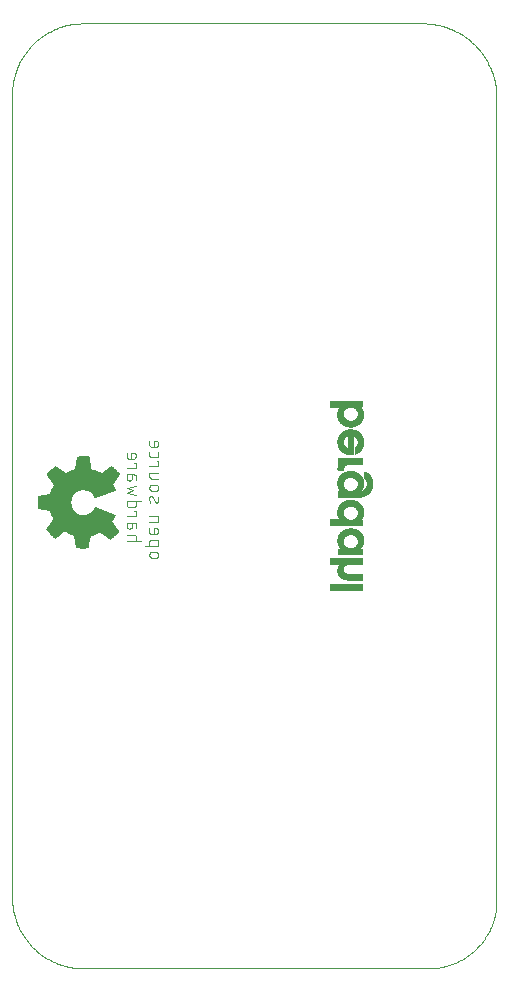
<source format=gbo>
G75*
%MOIN*%
%OFA0B0*%
%FSLAX25Y25*%
%IPPOS*%
%LPD*%
%AMOC8*
5,1,8,0,0,1.08239X$1,22.5*
%
%ADD10C,0.00000*%
%ADD11C,0.00039*%
%ADD12C,0.00200*%
%ADD13C,0.00400*%
D10*
X0001500Y0025122D02*
X0001500Y0292839D01*
X0001507Y0293410D01*
X0001528Y0293980D01*
X0001562Y0294550D01*
X0001610Y0295119D01*
X0001672Y0295686D01*
X0001748Y0296252D01*
X0001837Y0296816D01*
X0001940Y0297377D01*
X0002057Y0297936D01*
X0002186Y0298492D01*
X0002330Y0299045D01*
X0002486Y0299594D01*
X0002656Y0300139D01*
X0002839Y0300679D01*
X0003035Y0301215D01*
X0003244Y0301747D01*
X0003466Y0302273D01*
X0003700Y0302793D01*
X0003947Y0303308D01*
X0004206Y0303817D01*
X0004477Y0304319D01*
X0004761Y0304814D01*
X0005056Y0305303D01*
X0005363Y0305784D01*
X0005681Y0306258D01*
X0006011Y0306724D01*
X0006352Y0307181D01*
X0006705Y0307631D01*
X0007067Y0308071D01*
X0007441Y0308503D01*
X0007824Y0308926D01*
X0008218Y0309339D01*
X0008622Y0309743D01*
X0009035Y0310137D01*
X0009458Y0310520D01*
X0009890Y0310894D01*
X0010330Y0311256D01*
X0010780Y0311609D01*
X0011237Y0311950D01*
X0011703Y0312280D01*
X0012177Y0312598D01*
X0012658Y0312905D01*
X0013147Y0313200D01*
X0013642Y0313484D01*
X0014144Y0313755D01*
X0014653Y0314014D01*
X0015168Y0314261D01*
X0015688Y0314495D01*
X0016214Y0314717D01*
X0016746Y0314926D01*
X0017282Y0315122D01*
X0017822Y0315305D01*
X0018367Y0315475D01*
X0018916Y0315631D01*
X0019469Y0315775D01*
X0020025Y0315904D01*
X0020584Y0316021D01*
X0021145Y0316124D01*
X0021709Y0316213D01*
X0022275Y0316289D01*
X0022842Y0316351D01*
X0023411Y0316399D01*
X0023981Y0316433D01*
X0024551Y0316454D01*
X0025122Y0316461D01*
X0139295Y0316461D01*
X0139295Y0316460D02*
X0139890Y0316429D01*
X0140483Y0316384D01*
X0141075Y0316324D01*
X0141666Y0316250D01*
X0142254Y0316162D01*
X0142840Y0316060D01*
X0143424Y0315943D01*
X0144004Y0315813D01*
X0144582Y0315668D01*
X0145155Y0315510D01*
X0145725Y0315337D01*
X0146290Y0315151D01*
X0146851Y0314952D01*
X0147406Y0314739D01*
X0147957Y0314512D01*
X0148502Y0314273D01*
X0149040Y0314020D01*
X0149573Y0313754D01*
X0150099Y0313476D01*
X0150618Y0313184D01*
X0151129Y0312881D01*
X0151634Y0312565D01*
X0152130Y0312237D01*
X0152619Y0311897D01*
X0153099Y0311545D01*
X0153571Y0311182D01*
X0154033Y0310808D01*
X0154487Y0310423D01*
X0154930Y0310026D01*
X0155365Y0309619D01*
X0155789Y0309202D01*
X0156203Y0308775D01*
X0156607Y0308337D01*
X0157000Y0307891D01*
X0157382Y0307434D01*
X0157753Y0306969D01*
X0158112Y0306495D01*
X0158460Y0306012D01*
X0158796Y0305521D01*
X0159121Y0305022D01*
X0159433Y0304515D01*
X0159733Y0304001D01*
X0160020Y0303480D01*
X0160294Y0302952D01*
X0160556Y0302418D01*
X0160805Y0301877D01*
X0161041Y0301331D01*
X0161263Y0300779D01*
X0161472Y0300221D01*
X0161667Y0299659D01*
X0161849Y0299093D01*
X0162017Y0298522D01*
X0162171Y0297947D01*
X0162312Y0297369D01*
X0162438Y0296787D01*
X0162550Y0296203D01*
X0162648Y0295616D01*
X0162732Y0295026D01*
X0162801Y0294435D01*
X0162857Y0293843D01*
X0162897Y0293249D01*
X0162924Y0292655D01*
X0162936Y0292060D01*
X0162934Y0291465D01*
X0162917Y0290870D01*
X0162917Y0023154D01*
X0162918Y0023154D02*
X0162887Y0022607D01*
X0162844Y0022061D01*
X0162787Y0021517D01*
X0162717Y0020974D01*
X0162634Y0020432D01*
X0162538Y0019893D01*
X0162429Y0019357D01*
X0162307Y0018823D01*
X0162172Y0018292D01*
X0162024Y0017765D01*
X0161864Y0017241D01*
X0161691Y0016722D01*
X0161506Y0016207D01*
X0161308Y0015696D01*
X0161098Y0015190D01*
X0160875Y0014690D01*
X0160641Y0014195D01*
X0160395Y0013706D01*
X0160137Y0013223D01*
X0159867Y0012746D01*
X0159586Y0012276D01*
X0159294Y0011813D01*
X0158991Y0011357D01*
X0158676Y0010909D01*
X0158351Y0010468D01*
X0158016Y0010036D01*
X0157670Y0009611D01*
X0157314Y0009195D01*
X0156948Y0008788D01*
X0156572Y0008390D01*
X0156187Y0008001D01*
X0155792Y0007621D01*
X0155388Y0007251D01*
X0154976Y0006891D01*
X0154555Y0006541D01*
X0154125Y0006201D01*
X0153688Y0005872D01*
X0153243Y0005553D01*
X0152790Y0005245D01*
X0152330Y0004948D01*
X0151862Y0004663D01*
X0151388Y0004389D01*
X0150908Y0004126D01*
X0150421Y0003875D01*
X0149929Y0003636D01*
X0149430Y0003409D01*
X0148927Y0003194D01*
X0148418Y0002991D01*
X0147905Y0002800D01*
X0147387Y0002622D01*
X0146865Y0002457D01*
X0146339Y0002304D01*
X0145810Y0002164D01*
X0145277Y0002037D01*
X0144742Y0001923D01*
X0144204Y0001821D01*
X0143663Y0001733D01*
X0143121Y0001658D01*
X0142577Y0001596D01*
X0142032Y0001547D01*
X0141485Y0001511D01*
X0140938Y0001489D01*
X0140391Y0001479D01*
X0139843Y0001483D01*
X0139296Y0001500D01*
X0139295Y0001500D02*
X0025122Y0001500D01*
X0024551Y0001507D01*
X0023981Y0001528D01*
X0023411Y0001562D01*
X0022842Y0001610D01*
X0022275Y0001672D01*
X0021709Y0001748D01*
X0021145Y0001837D01*
X0020584Y0001940D01*
X0020025Y0002057D01*
X0019469Y0002186D01*
X0018916Y0002330D01*
X0018367Y0002486D01*
X0017822Y0002656D01*
X0017282Y0002839D01*
X0016746Y0003035D01*
X0016214Y0003244D01*
X0015688Y0003466D01*
X0015168Y0003700D01*
X0014653Y0003947D01*
X0014144Y0004206D01*
X0013642Y0004477D01*
X0013147Y0004761D01*
X0012658Y0005056D01*
X0012177Y0005363D01*
X0011703Y0005681D01*
X0011237Y0006011D01*
X0010780Y0006352D01*
X0010330Y0006705D01*
X0009890Y0007067D01*
X0009458Y0007441D01*
X0009035Y0007824D01*
X0008622Y0008218D01*
X0008218Y0008622D01*
X0007824Y0009035D01*
X0007441Y0009458D01*
X0007067Y0009890D01*
X0006705Y0010330D01*
X0006352Y0010780D01*
X0006011Y0011237D01*
X0005681Y0011703D01*
X0005363Y0012177D01*
X0005056Y0012658D01*
X0004761Y0013147D01*
X0004477Y0013642D01*
X0004206Y0014144D01*
X0003947Y0014653D01*
X0003700Y0015168D01*
X0003466Y0015688D01*
X0003244Y0016214D01*
X0003035Y0016746D01*
X0002839Y0017282D01*
X0002656Y0017822D01*
X0002486Y0018367D01*
X0002330Y0018916D01*
X0002186Y0019469D01*
X0002057Y0020025D01*
X0001940Y0020584D01*
X0001837Y0021145D01*
X0001748Y0021709D01*
X0001672Y0022275D01*
X0001610Y0022842D01*
X0001562Y0023411D01*
X0001528Y0023981D01*
X0001507Y0024551D01*
X0001500Y0025122D01*
D11*
X0107584Y0127551D02*
X0118028Y0127551D01*
X0118244Y0127556D01*
X0118244Y0129334D01*
X0118173Y0129485D01*
X0107507Y0129474D01*
X0107507Y0127696D01*
X0107584Y0127551D01*
X0107574Y0127569D02*
X0118244Y0127569D01*
X0118244Y0127607D02*
X0107554Y0127607D01*
X0107534Y0127645D02*
X0118244Y0127645D01*
X0118244Y0127683D02*
X0107514Y0127683D01*
X0107507Y0127721D02*
X0118244Y0127721D01*
X0118244Y0127759D02*
X0107507Y0127759D01*
X0107507Y0127797D02*
X0118244Y0127797D01*
X0118244Y0127834D02*
X0107507Y0127834D01*
X0107507Y0127872D02*
X0118244Y0127872D01*
X0118244Y0127910D02*
X0107507Y0127910D01*
X0107507Y0127948D02*
X0118244Y0127948D01*
X0118244Y0127986D02*
X0107507Y0127986D01*
X0107507Y0128024D02*
X0118244Y0128024D01*
X0118244Y0128062D02*
X0107507Y0128062D01*
X0107507Y0128100D02*
X0118244Y0128100D01*
X0118244Y0128138D02*
X0107507Y0128138D01*
X0107507Y0128175D02*
X0118244Y0128175D01*
X0118244Y0128213D02*
X0107507Y0128213D01*
X0107507Y0128251D02*
X0118244Y0128251D01*
X0118244Y0128289D02*
X0107507Y0128289D01*
X0107507Y0128327D02*
X0118244Y0128327D01*
X0118244Y0128365D02*
X0107507Y0128365D01*
X0107507Y0128403D02*
X0118244Y0128403D01*
X0118244Y0128441D02*
X0107507Y0128441D01*
X0107507Y0128478D02*
X0118244Y0128478D01*
X0118244Y0128516D02*
X0107507Y0128516D01*
X0107507Y0128554D02*
X0118244Y0128554D01*
X0118244Y0128592D02*
X0107507Y0128592D01*
X0107507Y0128630D02*
X0118244Y0128630D01*
X0118244Y0128668D02*
X0107507Y0128668D01*
X0107507Y0128706D02*
X0118244Y0128706D01*
X0118244Y0128744D02*
X0107507Y0128744D01*
X0107507Y0128781D02*
X0118244Y0128781D01*
X0118244Y0128819D02*
X0107507Y0128819D01*
X0107507Y0128857D02*
X0118244Y0128857D01*
X0118244Y0128895D02*
X0107507Y0128895D01*
X0107507Y0128933D02*
X0118244Y0128933D01*
X0118244Y0128971D02*
X0107507Y0128971D01*
X0107507Y0129009D02*
X0118244Y0129009D01*
X0118244Y0129047D02*
X0107507Y0129047D01*
X0107507Y0129085D02*
X0118244Y0129085D01*
X0118244Y0129122D02*
X0107507Y0129122D01*
X0107507Y0129160D02*
X0118244Y0129160D01*
X0118244Y0129198D02*
X0107507Y0129198D01*
X0107507Y0129236D02*
X0118244Y0129236D01*
X0118244Y0129274D02*
X0107507Y0129274D01*
X0107507Y0129312D02*
X0118244Y0129312D01*
X0118237Y0129350D02*
X0107507Y0129350D01*
X0107507Y0129388D02*
X0118219Y0129388D01*
X0118201Y0129425D02*
X0107507Y0129425D01*
X0107507Y0129463D02*
X0118183Y0129463D01*
X0118219Y0131097D02*
X0118244Y0131294D01*
X0118244Y0132848D01*
X0118205Y0133031D01*
X0113986Y0133031D01*
X0113764Y0133025D01*
X0113542Y0133030D01*
X0113321Y0133053D01*
X0113103Y0133093D01*
X0112888Y0133150D01*
X0112678Y0133223D01*
X0112475Y0133311D01*
X0112279Y0133416D01*
X0112113Y0133562D01*
X0111972Y0133734D01*
X0111857Y0133923D01*
X0111769Y0134127D01*
X0111710Y0134341D01*
X0111682Y0134561D01*
X0111684Y0134783D01*
X0111718Y0135002D01*
X0111782Y0135215D01*
X0111874Y0135416D01*
X0111994Y0135603D01*
X0112139Y0135771D01*
X0112311Y0135910D01*
X0112507Y0136013D01*
X0112711Y0136101D01*
X0112921Y0136174D01*
X0113135Y0136231D01*
X0113353Y0136272D01*
X0113574Y0136297D01*
X0113796Y0136305D01*
X0114018Y0136299D01*
X0118233Y0136302D01*
X0118233Y0138078D01*
X0118165Y0138232D01*
X0107507Y0138188D01*
X0107507Y0136412D01*
X0107571Y0136254D01*
X0110680Y0136254D01*
X0110669Y0136153D01*
X0110528Y0135982D01*
X0110399Y0135801D01*
X0110285Y0135610D01*
X0110186Y0135412D01*
X0110101Y0135207D01*
X0110032Y0134996D01*
X0109979Y0134780D01*
X0109943Y0134561D01*
X0109923Y0134340D01*
X0109918Y0134118D01*
X0109924Y0133896D01*
X0109946Y0133675D01*
X0109986Y0133457D01*
X0110043Y0133242D01*
X0110115Y0133033D01*
X0110204Y0132829D01*
X0110309Y0132633D01*
X0110428Y0132446D01*
X0110561Y0132268D01*
X0110708Y0132102D01*
X0110867Y0131947D01*
X0111043Y0131812D01*
X0111227Y0131688D01*
X0111418Y0131575D01*
X0111615Y0131473D01*
X0111818Y0131382D01*
X0112026Y0131303D01*
X0112238Y0131237D01*
X0112453Y0131183D01*
X0112671Y0131141D01*
X0112891Y0131112D01*
X0113112Y0131095D01*
X0113334Y0131091D01*
X0113556Y0131097D01*
X0118219Y0131097D01*
X0118224Y0131130D02*
X0112750Y0131130D01*
X0112528Y0131168D02*
X0118228Y0131168D01*
X0118233Y0131206D02*
X0112360Y0131206D01*
X0112215Y0131244D02*
X0118238Y0131244D01*
X0118243Y0131282D02*
X0112095Y0131282D01*
X0111983Y0131320D02*
X0118244Y0131320D01*
X0118244Y0131357D02*
X0111883Y0131357D01*
X0111789Y0131395D02*
X0118244Y0131395D01*
X0118244Y0131433D02*
X0111704Y0131433D01*
X0111619Y0131471D02*
X0118244Y0131471D01*
X0118244Y0131509D02*
X0111545Y0131509D01*
X0111472Y0131547D02*
X0118244Y0131547D01*
X0118244Y0131585D02*
X0111401Y0131585D01*
X0111337Y0131623D02*
X0118244Y0131623D01*
X0118244Y0131660D02*
X0111273Y0131660D01*
X0111211Y0131698D02*
X0118244Y0131698D01*
X0118244Y0131736D02*
X0111155Y0131736D01*
X0111099Y0131774D02*
X0118244Y0131774D01*
X0118244Y0131812D02*
X0111043Y0131812D01*
X0110993Y0131850D02*
X0118244Y0131850D01*
X0118244Y0131888D02*
X0110944Y0131888D01*
X0110895Y0131926D02*
X0118244Y0131926D01*
X0118244Y0131964D02*
X0110850Y0131964D01*
X0110811Y0132001D02*
X0118244Y0132001D01*
X0118244Y0132039D02*
X0110772Y0132039D01*
X0110733Y0132077D02*
X0118244Y0132077D01*
X0118244Y0132115D02*
X0110696Y0132115D01*
X0110663Y0132153D02*
X0118244Y0132153D01*
X0118244Y0132191D02*
X0110630Y0132191D01*
X0110596Y0132229D02*
X0118244Y0132229D01*
X0118244Y0132267D02*
X0110563Y0132267D01*
X0110534Y0132304D02*
X0118244Y0132304D01*
X0118244Y0132342D02*
X0110506Y0132342D01*
X0110477Y0132380D02*
X0118244Y0132380D01*
X0118244Y0132418D02*
X0110449Y0132418D01*
X0110422Y0132456D02*
X0118244Y0132456D01*
X0118244Y0132494D02*
X0110397Y0132494D01*
X0110373Y0132532D02*
X0118244Y0132532D01*
X0118244Y0132570D02*
X0110349Y0132570D01*
X0110325Y0132608D02*
X0118244Y0132608D01*
X0118244Y0132645D02*
X0110302Y0132645D01*
X0110282Y0132683D02*
X0118244Y0132683D01*
X0118244Y0132721D02*
X0110262Y0132721D01*
X0110242Y0132759D02*
X0118244Y0132759D01*
X0118244Y0132797D02*
X0110221Y0132797D01*
X0110202Y0132835D02*
X0118244Y0132835D01*
X0118239Y0132873D02*
X0110185Y0132873D01*
X0110169Y0132911D02*
X0118231Y0132911D01*
X0118222Y0132948D02*
X0110152Y0132948D01*
X0110136Y0132986D02*
X0118214Y0132986D01*
X0118206Y0133024D02*
X0110119Y0133024D01*
X0110105Y0133062D02*
X0113273Y0133062D01*
X0113077Y0133100D02*
X0110092Y0133100D01*
X0110079Y0133138D02*
X0112933Y0133138D01*
X0112813Y0133176D02*
X0110066Y0133176D01*
X0110053Y0133214D02*
X0112704Y0133214D01*
X0112612Y0133252D02*
X0110040Y0133252D01*
X0110030Y0133289D02*
X0112526Y0133289D01*
X0112445Y0133327D02*
X0110020Y0133327D01*
X0110010Y0133365D02*
X0112374Y0133365D01*
X0112303Y0133403D02*
X0110000Y0133403D01*
X0109990Y0133441D02*
X0112251Y0133441D01*
X0112208Y0133479D02*
X0109982Y0133479D01*
X0109975Y0133517D02*
X0112165Y0133517D01*
X0112122Y0133555D02*
X0109968Y0133555D01*
X0109961Y0133592D02*
X0112088Y0133592D01*
X0112057Y0133630D02*
X0109955Y0133630D01*
X0109948Y0133668D02*
X0112026Y0133668D01*
X0111995Y0133706D02*
X0109943Y0133706D01*
X0109939Y0133744D02*
X0111966Y0133744D01*
X0111943Y0133782D02*
X0109935Y0133782D01*
X0109932Y0133820D02*
X0111920Y0133820D01*
X0111897Y0133858D02*
X0109928Y0133858D01*
X0109924Y0133895D02*
X0111874Y0133895D01*
X0111853Y0133933D02*
X0109923Y0133933D01*
X0109922Y0133971D02*
X0111836Y0133971D01*
X0111820Y0134009D02*
X0109921Y0134009D01*
X0109920Y0134047D02*
X0111804Y0134047D01*
X0111787Y0134085D02*
X0109919Y0134085D01*
X0109918Y0134123D02*
X0111771Y0134123D01*
X0111760Y0134161D02*
X0109919Y0134161D01*
X0109920Y0134199D02*
X0111749Y0134199D01*
X0111739Y0134236D02*
X0109921Y0134236D01*
X0109921Y0134274D02*
X0111729Y0134274D01*
X0111718Y0134312D02*
X0109922Y0134312D01*
X0109924Y0134350D02*
X0111709Y0134350D01*
X0111704Y0134388D02*
X0109927Y0134388D01*
X0109931Y0134426D02*
X0111699Y0134426D01*
X0111694Y0134464D02*
X0109934Y0134464D01*
X0109937Y0134502D02*
X0111690Y0134502D01*
X0111685Y0134539D02*
X0109941Y0134539D01*
X0109946Y0134577D02*
X0111682Y0134577D01*
X0111683Y0134615D02*
X0109952Y0134615D01*
X0109958Y0134653D02*
X0111683Y0134653D01*
X0111683Y0134691D02*
X0109964Y0134691D01*
X0109971Y0134729D02*
X0111684Y0134729D01*
X0111684Y0134767D02*
X0109977Y0134767D01*
X0109985Y0134805D02*
X0111688Y0134805D01*
X0111694Y0134843D02*
X0109995Y0134843D01*
X0110004Y0134880D02*
X0111699Y0134880D01*
X0111705Y0134918D02*
X0110013Y0134918D01*
X0110022Y0134956D02*
X0111711Y0134956D01*
X0111717Y0134994D02*
X0110032Y0134994D01*
X0110044Y0135032D02*
X0111727Y0135032D01*
X0111738Y0135070D02*
X0110056Y0135070D01*
X0110069Y0135108D02*
X0111750Y0135108D01*
X0111761Y0135146D02*
X0110081Y0135146D01*
X0110093Y0135183D02*
X0111772Y0135183D01*
X0111785Y0135221D02*
X0110107Y0135221D01*
X0110123Y0135259D02*
X0111802Y0135259D01*
X0111820Y0135297D02*
X0110138Y0135297D01*
X0110154Y0135335D02*
X0111837Y0135335D01*
X0111854Y0135373D02*
X0110169Y0135373D01*
X0110185Y0135411D02*
X0111872Y0135411D01*
X0111895Y0135449D02*
X0110204Y0135449D01*
X0110223Y0135487D02*
X0111919Y0135487D01*
X0111944Y0135524D02*
X0110242Y0135524D01*
X0110261Y0135562D02*
X0111968Y0135562D01*
X0111992Y0135600D02*
X0110280Y0135600D01*
X0110302Y0135638D02*
X0112024Y0135638D01*
X0112057Y0135676D02*
X0110324Y0135676D01*
X0110347Y0135714D02*
X0112089Y0135714D01*
X0112122Y0135752D02*
X0110370Y0135752D01*
X0110393Y0135790D02*
X0112162Y0135790D01*
X0112208Y0135827D02*
X0110418Y0135827D01*
X0110445Y0135865D02*
X0112255Y0135865D01*
X0112302Y0135903D02*
X0110472Y0135903D01*
X0110499Y0135941D02*
X0112370Y0135941D01*
X0112442Y0135979D02*
X0110526Y0135979D01*
X0110557Y0136017D02*
X0112516Y0136017D01*
X0112603Y0136055D02*
X0110588Y0136055D01*
X0110619Y0136093D02*
X0112691Y0136093D01*
X0112795Y0136130D02*
X0110651Y0136130D01*
X0110671Y0136168D02*
X0112904Y0136168D01*
X0113041Y0136206D02*
X0110675Y0136206D01*
X0110679Y0136244D02*
X0113204Y0136244D01*
X0113441Y0136282D02*
X0107560Y0136282D01*
X0107544Y0136320D02*
X0118233Y0136320D01*
X0118233Y0136358D02*
X0107529Y0136358D01*
X0107513Y0136396D02*
X0118233Y0136396D01*
X0118233Y0136434D02*
X0107507Y0136434D01*
X0107507Y0136471D02*
X0118233Y0136471D01*
X0118233Y0136509D02*
X0107507Y0136509D01*
X0107507Y0136547D02*
X0118233Y0136547D01*
X0118233Y0136585D02*
X0107507Y0136585D01*
X0107507Y0136623D02*
X0118233Y0136623D01*
X0118233Y0136661D02*
X0107507Y0136661D01*
X0107507Y0136699D02*
X0118233Y0136699D01*
X0118233Y0136737D02*
X0107507Y0136737D01*
X0107507Y0136774D02*
X0118233Y0136774D01*
X0118233Y0136812D02*
X0107507Y0136812D01*
X0107507Y0136850D02*
X0118233Y0136850D01*
X0118233Y0136888D02*
X0107507Y0136888D01*
X0107507Y0136926D02*
X0118233Y0136926D01*
X0118233Y0136964D02*
X0107507Y0136964D01*
X0107507Y0137002D02*
X0118233Y0137002D01*
X0118233Y0137040D02*
X0107507Y0137040D01*
X0107507Y0137078D02*
X0118233Y0137078D01*
X0118233Y0137115D02*
X0107507Y0137115D01*
X0107507Y0137153D02*
X0118233Y0137153D01*
X0118233Y0137191D02*
X0107507Y0137191D01*
X0107507Y0137229D02*
X0118233Y0137229D01*
X0118233Y0137267D02*
X0107507Y0137267D01*
X0107507Y0137305D02*
X0118233Y0137305D01*
X0118233Y0137343D02*
X0107507Y0137343D01*
X0107507Y0137381D02*
X0118233Y0137381D01*
X0118233Y0137418D02*
X0107507Y0137418D01*
X0107507Y0137456D02*
X0118233Y0137456D01*
X0118233Y0137494D02*
X0107507Y0137494D01*
X0107507Y0137532D02*
X0118233Y0137532D01*
X0118233Y0137570D02*
X0107507Y0137570D01*
X0107507Y0137608D02*
X0118233Y0137608D01*
X0118233Y0137646D02*
X0107507Y0137646D01*
X0107507Y0137684D02*
X0118233Y0137684D01*
X0118233Y0137722D02*
X0107507Y0137722D01*
X0107507Y0137759D02*
X0118233Y0137759D01*
X0118233Y0137797D02*
X0107507Y0137797D01*
X0107507Y0137835D02*
X0118233Y0137835D01*
X0118233Y0137873D02*
X0107507Y0137873D01*
X0107507Y0137911D02*
X0118233Y0137911D01*
X0118233Y0137949D02*
X0107507Y0137949D01*
X0107507Y0137987D02*
X0118233Y0137987D01*
X0118233Y0138025D02*
X0107507Y0138025D01*
X0107507Y0138062D02*
X0118233Y0138062D01*
X0118223Y0138100D02*
X0107507Y0138100D01*
X0107507Y0138138D02*
X0118207Y0138138D01*
X0118190Y0138176D02*
X0107507Y0138176D01*
X0110152Y0139717D02*
X0110313Y0139655D01*
X0118095Y0139655D01*
X0118200Y0139774D01*
X0118200Y0141330D01*
X0118081Y0141434D01*
X0117414Y0141434D01*
X0110881Y0141434D01*
X0110214Y0141434D01*
X0110152Y0141274D01*
X0110152Y0139717D01*
X0110152Y0139729D02*
X0118161Y0139729D01*
X0118194Y0139767D02*
X0110152Y0139767D01*
X0110152Y0139805D02*
X0118200Y0139805D01*
X0118200Y0139843D02*
X0110152Y0139843D01*
X0110152Y0139881D02*
X0118200Y0139881D01*
X0118200Y0139919D02*
X0110152Y0139919D01*
X0110152Y0139957D02*
X0118200Y0139957D01*
X0118200Y0139994D02*
X0110152Y0139994D01*
X0110152Y0140032D02*
X0118200Y0140032D01*
X0118200Y0140070D02*
X0110152Y0140070D01*
X0110152Y0140108D02*
X0118200Y0140108D01*
X0118200Y0140146D02*
X0110152Y0140146D01*
X0110152Y0140184D02*
X0118200Y0140184D01*
X0118200Y0140222D02*
X0110152Y0140222D01*
X0110152Y0140260D02*
X0118200Y0140260D01*
X0118200Y0140297D02*
X0110152Y0140297D01*
X0110152Y0140335D02*
X0118200Y0140335D01*
X0118200Y0140373D02*
X0110152Y0140373D01*
X0110152Y0140411D02*
X0118200Y0140411D01*
X0118200Y0140449D02*
X0110152Y0140449D01*
X0110152Y0140487D02*
X0118200Y0140487D01*
X0118200Y0140525D02*
X0110152Y0140525D01*
X0110152Y0140563D02*
X0118200Y0140563D01*
X0118200Y0140600D02*
X0110152Y0140600D01*
X0110152Y0140638D02*
X0118200Y0140638D01*
X0118200Y0140676D02*
X0110152Y0140676D01*
X0110152Y0140714D02*
X0118200Y0140714D01*
X0118200Y0140752D02*
X0110152Y0140752D01*
X0110152Y0140790D02*
X0118200Y0140790D01*
X0118200Y0140828D02*
X0110152Y0140828D01*
X0110152Y0140866D02*
X0118200Y0140866D01*
X0118200Y0140904D02*
X0110152Y0140904D01*
X0110152Y0140941D02*
X0118200Y0140941D01*
X0118200Y0140979D02*
X0110152Y0140979D01*
X0110152Y0141017D02*
X0118200Y0141017D01*
X0118200Y0141055D02*
X0110152Y0141055D01*
X0110152Y0141093D02*
X0118200Y0141093D01*
X0118200Y0141131D02*
X0110152Y0141131D01*
X0110152Y0141169D02*
X0118200Y0141169D01*
X0118200Y0141207D02*
X0110152Y0141207D01*
X0110152Y0141244D02*
X0118200Y0141244D01*
X0118200Y0141282D02*
X0110156Y0141282D01*
X0110170Y0141320D02*
X0118200Y0141320D01*
X0118168Y0141358D02*
X0110185Y0141358D01*
X0110200Y0141396D02*
X0118124Y0141396D01*
X0117642Y0141775D02*
X0117110Y0141775D01*
X0117095Y0141775D02*
X0115463Y0141775D01*
X0115417Y0141750D02*
X0115213Y0141662D01*
X0115003Y0141590D01*
X0114787Y0141536D01*
X0114568Y0141499D01*
X0114346Y0141480D01*
X0114124Y0141479D01*
X0113903Y0141496D01*
X0113683Y0141530D01*
X0113467Y0141582D01*
X0113256Y0141651D01*
X0113051Y0141737D01*
X0112853Y0141840D01*
X0112665Y0141958D01*
X0112487Y0142091D01*
X0112322Y0142239D01*
X0112173Y0142405D01*
X0112041Y0142584D01*
X0111929Y0142775D01*
X0111835Y0142977D01*
X0111763Y0143187D01*
X0111712Y0143403D01*
X0111682Y0143624D01*
X0111675Y0143846D01*
X0111678Y0144021D01*
X0111702Y0144242D01*
X0111747Y0144460D01*
X0111814Y0144672D01*
X0111902Y0144876D01*
X0112010Y0145070D01*
X0112137Y0145253D01*
X0112281Y0145422D01*
X0112442Y0145575D01*
X0112617Y0145712D01*
X0112803Y0145834D01*
X0112998Y0145940D01*
X0113201Y0146031D01*
X0113411Y0146104D01*
X0113626Y0146161D01*
X0113845Y0146200D01*
X0114066Y0146221D01*
X0114288Y0146225D01*
X0114510Y0146210D01*
X0114730Y0146178D01*
X0114947Y0146128D01*
X0115159Y0146061D01*
X0115365Y0145977D01*
X0115563Y0145877D01*
X0115752Y0145761D01*
X0115932Y0145630D01*
X0116098Y0145482D01*
X0116246Y0145317D01*
X0116378Y0145138D01*
X0116492Y0144947D01*
X0116587Y0144746D01*
X0116663Y0144537D01*
X0116719Y0144322D01*
X0116753Y0144102D01*
X0116767Y0143880D01*
X0116759Y0143658D01*
X0116730Y0143438D01*
X0116680Y0143221D01*
X0116609Y0143011D01*
X0116519Y0142807D01*
X0116410Y0142614D01*
X0116285Y0142436D01*
X0117418Y0141528D01*
X0117568Y0141686D01*
X0117710Y0141856D01*
X0117843Y0142035D01*
X0117964Y0142221D01*
X0118074Y0142414D01*
X0118173Y0142614D01*
X0118259Y0142818D01*
X0118333Y0143028D01*
X0118395Y0143242D01*
X0118443Y0143459D01*
X0118479Y0143678D01*
X0118501Y0143899D01*
X0118511Y0144121D01*
X0118511Y0144168D01*
X0118507Y0144390D01*
X0118490Y0144612D01*
X0118459Y0144832D01*
X0118416Y0145050D01*
X0118359Y0145265D01*
X0118290Y0145477D01*
X0118208Y0145683D01*
X0118114Y0145885D01*
X0118009Y0146081D01*
X0117892Y0146269D01*
X0117763Y0146451D01*
X0117624Y0146625D01*
X0117475Y0146790D01*
X0117317Y0146945D01*
X0117151Y0147093D01*
X0116978Y0147233D01*
X0116799Y0147365D01*
X0116613Y0147487D01*
X0116421Y0147600D01*
X0116225Y0147703D01*
X0116023Y0147797D01*
X0115817Y0147880D01*
X0115607Y0147953D01*
X0115394Y0148016D01*
X0115177Y0148068D01*
X0114959Y0148109D01*
X0114739Y0148140D01*
X0114517Y0148160D01*
X0114295Y0148169D01*
X0114073Y0148167D01*
X0113851Y0148153D01*
X0113630Y0148130D01*
X0113410Y0148095D01*
X0113193Y0148050D01*
X0112977Y0147993D01*
X0112765Y0147927D01*
X0112557Y0147850D01*
X0112352Y0147763D01*
X0112152Y0147665D01*
X0111958Y0147558D01*
X0111768Y0147442D01*
X0111585Y0147316D01*
X0111408Y0147181D01*
X0111073Y0146889D01*
X0110917Y0146731D01*
X0110770Y0146564D01*
X0110634Y0146388D01*
X0110508Y0146205D01*
X0110393Y0146014D01*
X0110290Y0145817D01*
X0110199Y0145614D01*
X0110121Y0145406D01*
X0110055Y0145194D01*
X0110002Y0144978D01*
X0109961Y0144759D01*
X0109934Y0144539D01*
X0109921Y0144317D01*
X0109923Y0143872D01*
X0109941Y0143651D01*
X0109973Y0143431D01*
X0110018Y0143213D01*
X0110076Y0142998D01*
X0110147Y0142788D01*
X0110231Y0142582D01*
X0110327Y0142381D01*
X0112194Y0142381D01*
X0112162Y0142419D02*
X0110309Y0142419D01*
X0110291Y0142457D02*
X0112135Y0142457D01*
X0112107Y0142495D02*
X0110273Y0142495D01*
X0110255Y0142532D02*
X0112079Y0142532D01*
X0112051Y0142570D02*
X0110237Y0142570D01*
X0110220Y0142608D02*
X0112027Y0142608D01*
X0112005Y0142646D02*
X0110205Y0142646D01*
X0110190Y0142684D02*
X0111982Y0142684D01*
X0111960Y0142722D02*
X0110174Y0142722D01*
X0110159Y0142760D02*
X0111938Y0142760D01*
X0111918Y0142798D02*
X0110144Y0142798D01*
X0110131Y0142835D02*
X0111901Y0142835D01*
X0111883Y0142873D02*
X0110119Y0142873D01*
X0110106Y0142911D02*
X0111866Y0142911D01*
X0111848Y0142949D02*
X0110093Y0142949D01*
X0110080Y0142987D02*
X0111832Y0142987D01*
X0111819Y0143025D02*
X0110069Y0143025D01*
X0110059Y0143063D02*
X0111806Y0143063D01*
X0111793Y0143101D02*
X0110049Y0143101D01*
X0110038Y0143139D02*
X0111780Y0143139D01*
X0111767Y0143176D02*
X0110028Y0143176D01*
X0110018Y0143214D02*
X0111756Y0143214D01*
X0111748Y0143252D02*
X0110010Y0143252D01*
X0110002Y0143290D02*
X0111739Y0143290D01*
X0111730Y0143328D02*
X0109994Y0143328D01*
X0109987Y0143366D02*
X0111721Y0143366D01*
X0111712Y0143404D02*
X0109979Y0143404D01*
X0109972Y0143442D02*
X0111707Y0143442D01*
X0111702Y0143479D02*
X0109966Y0143479D01*
X0109961Y0143517D02*
X0111696Y0143517D01*
X0111691Y0143555D02*
X0109955Y0143555D01*
X0109950Y0143593D02*
X0111686Y0143593D01*
X0111682Y0143631D02*
X0109944Y0143631D01*
X0109940Y0143669D02*
X0111681Y0143669D01*
X0111680Y0143707D02*
X0109937Y0143707D01*
X0109933Y0143745D02*
X0111678Y0143745D01*
X0111677Y0143783D02*
X0109930Y0143783D01*
X0109927Y0143820D02*
X0111676Y0143820D01*
X0111675Y0143858D02*
X0109924Y0143858D01*
X0109923Y0143896D02*
X0111676Y0143896D01*
X0111677Y0143934D02*
X0109922Y0143934D01*
X0109922Y0143972D02*
X0111677Y0143972D01*
X0111678Y0144010D02*
X0109922Y0144010D01*
X0109922Y0144048D02*
X0111681Y0144048D01*
X0111685Y0144086D02*
X0109922Y0144086D01*
X0109922Y0144123D02*
X0111689Y0144123D01*
X0111693Y0144161D02*
X0109921Y0144161D01*
X0109921Y0144199D02*
X0111697Y0144199D01*
X0111701Y0144237D02*
X0109921Y0144237D01*
X0109921Y0144275D02*
X0111709Y0144275D01*
X0111717Y0144313D02*
X0109921Y0144313D01*
X0109923Y0144351D02*
X0111724Y0144351D01*
X0111732Y0144389D02*
X0109925Y0144389D01*
X0109927Y0144427D02*
X0111740Y0144427D01*
X0111749Y0144464D02*
X0109930Y0144464D01*
X0109932Y0144502D02*
X0111761Y0144502D01*
X0111773Y0144540D02*
X0109935Y0144540D01*
X0109939Y0144578D02*
X0111785Y0144578D01*
X0111797Y0144616D02*
X0109944Y0144616D01*
X0109948Y0144654D02*
X0111809Y0144654D01*
X0111823Y0144692D02*
X0109953Y0144692D01*
X0109958Y0144730D02*
X0111839Y0144730D01*
X0111856Y0144767D02*
X0109963Y0144767D01*
X0109970Y0144805D02*
X0111872Y0144805D01*
X0111888Y0144843D02*
X0109977Y0144843D01*
X0109984Y0144881D02*
X0111905Y0144881D01*
X0111926Y0144919D02*
X0109991Y0144919D01*
X0109998Y0144957D02*
X0111947Y0144957D01*
X0111968Y0144995D02*
X0110006Y0144995D01*
X0110015Y0145033D02*
X0111989Y0145033D01*
X0112010Y0145070D02*
X0110024Y0145070D01*
X0110034Y0145108D02*
X0112037Y0145108D01*
X0112063Y0145146D02*
X0110043Y0145146D01*
X0110052Y0145184D02*
X0112089Y0145184D01*
X0112116Y0145222D02*
X0110064Y0145222D01*
X0110075Y0145260D02*
X0112143Y0145260D01*
X0112175Y0145298D02*
X0110087Y0145298D01*
X0110099Y0145336D02*
X0112208Y0145336D01*
X0112240Y0145374D02*
X0110111Y0145374D01*
X0110123Y0145411D02*
X0112272Y0145411D01*
X0112310Y0145449D02*
X0110137Y0145449D01*
X0110151Y0145487D02*
X0112350Y0145487D01*
X0112390Y0145525D02*
X0110166Y0145525D01*
X0110180Y0145563D02*
X0112429Y0145563D01*
X0112475Y0145601D02*
X0110194Y0145601D01*
X0110210Y0145639D02*
X0112524Y0145639D01*
X0112573Y0145677D02*
X0110227Y0145677D01*
X0110244Y0145714D02*
X0112622Y0145714D01*
X0112680Y0145752D02*
X0110261Y0145752D01*
X0110278Y0145790D02*
X0112737Y0145790D01*
X0112795Y0145828D02*
X0110296Y0145828D01*
X0110316Y0145866D02*
X0112863Y0145866D01*
X0112932Y0145904D02*
X0110336Y0145904D01*
X0110356Y0145942D02*
X0113002Y0145942D01*
X0113087Y0145980D02*
X0110375Y0145980D01*
X0110395Y0146018D02*
X0113172Y0146018D01*
X0113272Y0146055D02*
X0110418Y0146055D01*
X0110441Y0146093D02*
X0113380Y0146093D01*
X0113513Y0146131D02*
X0110464Y0146131D01*
X0110486Y0146169D02*
X0113672Y0146169D01*
X0113919Y0146207D02*
X0110509Y0146207D01*
X0110535Y0146245D02*
X0117907Y0146245D01*
X0117930Y0146207D02*
X0114532Y0146207D01*
X0114769Y0146169D02*
X0117954Y0146169D01*
X0117977Y0146131D02*
X0114935Y0146131D01*
X0115058Y0146093D02*
X0118001Y0146093D01*
X0118022Y0146055D02*
X0115173Y0146055D01*
X0115266Y0146018D02*
X0118043Y0146018D01*
X0118063Y0145980D02*
X0115359Y0145980D01*
X0115435Y0145942D02*
X0118084Y0145942D01*
X0118104Y0145904D02*
X0115510Y0145904D01*
X0115581Y0145866D02*
X0118123Y0145866D01*
X0118141Y0145828D02*
X0115642Y0145828D01*
X0115704Y0145790D02*
X0118159Y0145790D01*
X0118176Y0145752D02*
X0115764Y0145752D01*
X0115816Y0145714D02*
X0118194Y0145714D01*
X0118211Y0145677D02*
X0115868Y0145677D01*
X0115920Y0145639D02*
X0118226Y0145639D01*
X0118241Y0145601D02*
X0115965Y0145601D01*
X0116007Y0145563D02*
X0118256Y0145563D01*
X0118271Y0145525D02*
X0116050Y0145525D01*
X0116092Y0145487D02*
X0118286Y0145487D01*
X0118299Y0145449D02*
X0116128Y0145449D01*
X0116162Y0145411D02*
X0118311Y0145411D01*
X0118324Y0145374D02*
X0116195Y0145374D01*
X0116229Y0145336D02*
X0118336Y0145336D01*
X0118349Y0145298D02*
X0116260Y0145298D01*
X0116288Y0145260D02*
X0118361Y0145260D01*
X0118371Y0145222D02*
X0116316Y0145222D01*
X0116344Y0145184D02*
X0118381Y0145184D01*
X0118391Y0145146D02*
X0116372Y0145146D01*
X0116396Y0145108D02*
X0118401Y0145108D01*
X0118410Y0145070D02*
X0116418Y0145070D01*
X0116441Y0145033D02*
X0118419Y0145033D01*
X0118427Y0144995D02*
X0116464Y0144995D01*
X0116486Y0144957D02*
X0118434Y0144957D01*
X0118442Y0144919D02*
X0116505Y0144919D01*
X0116523Y0144881D02*
X0118450Y0144881D01*
X0118457Y0144843D02*
X0116541Y0144843D01*
X0116559Y0144805D02*
X0118463Y0144805D01*
X0118468Y0144767D02*
X0116577Y0144767D01*
X0116593Y0144730D02*
X0118473Y0144730D01*
X0118479Y0144692D02*
X0116607Y0144692D01*
X0116621Y0144654D02*
X0118484Y0144654D01*
X0118489Y0144616D02*
X0116635Y0144616D01*
X0116648Y0144578D02*
X0118492Y0144578D01*
X0118495Y0144540D02*
X0116662Y0144540D01*
X0116672Y0144502D02*
X0118498Y0144502D01*
X0118501Y0144464D02*
X0116682Y0144464D01*
X0116692Y0144427D02*
X0118504Y0144427D01*
X0118507Y0144389D02*
X0116701Y0144389D01*
X0116711Y0144351D02*
X0118508Y0144351D01*
X0118508Y0144313D02*
X0116720Y0144313D01*
X0116726Y0144275D02*
X0118509Y0144275D01*
X0118510Y0144237D02*
X0116732Y0144237D01*
X0116738Y0144199D02*
X0118510Y0144199D01*
X0118511Y0144161D02*
X0116744Y0144161D01*
X0116750Y0144123D02*
X0118511Y0144123D01*
X0118509Y0144086D02*
X0116754Y0144086D01*
X0116757Y0144048D02*
X0118508Y0144048D01*
X0118506Y0144010D02*
X0116759Y0144010D01*
X0116761Y0143972D02*
X0118504Y0143972D01*
X0118503Y0143934D02*
X0116763Y0143934D01*
X0116766Y0143896D02*
X0118501Y0143896D01*
X0118497Y0143858D02*
X0116766Y0143858D01*
X0116765Y0143820D02*
X0118493Y0143820D01*
X0118489Y0143783D02*
X0116763Y0143783D01*
X0116762Y0143745D02*
X0118486Y0143745D01*
X0118482Y0143707D02*
X0116761Y0143707D01*
X0116759Y0143669D02*
X0118477Y0143669D01*
X0118471Y0143631D02*
X0116755Y0143631D01*
X0116750Y0143593D02*
X0118465Y0143593D01*
X0118459Y0143555D02*
X0116745Y0143555D01*
X0116740Y0143517D02*
X0118453Y0143517D01*
X0118447Y0143479D02*
X0116735Y0143479D01*
X0116730Y0143442D02*
X0118439Y0143442D01*
X0118431Y0143404D02*
X0116722Y0143404D01*
X0116713Y0143366D02*
X0118422Y0143366D01*
X0118414Y0143328D02*
X0116704Y0143328D01*
X0116696Y0143290D02*
X0118405Y0143290D01*
X0118397Y0143252D02*
X0116687Y0143252D01*
X0116677Y0143214D02*
X0118387Y0143214D01*
X0118376Y0143176D02*
X0116665Y0143176D01*
X0116652Y0143139D02*
X0118365Y0143139D01*
X0118354Y0143101D02*
X0116639Y0143101D01*
X0116627Y0143063D02*
X0118343Y0143063D01*
X0118332Y0143025D02*
X0116614Y0143025D01*
X0116599Y0142987D02*
X0118319Y0142987D01*
X0118305Y0142949D02*
X0116582Y0142949D01*
X0116565Y0142911D02*
X0118292Y0142911D01*
X0118278Y0142873D02*
X0116548Y0142873D01*
X0116532Y0142835D02*
X0118265Y0142835D01*
X0118250Y0142798D02*
X0116514Y0142798D01*
X0116492Y0142760D02*
X0118234Y0142760D01*
X0118218Y0142722D02*
X0116471Y0142722D01*
X0116449Y0142684D02*
X0118202Y0142684D01*
X0118186Y0142646D02*
X0116428Y0142646D01*
X0116406Y0142608D02*
X0118170Y0142608D01*
X0118151Y0142570D02*
X0116379Y0142570D01*
X0116353Y0142532D02*
X0118133Y0142532D01*
X0118114Y0142495D02*
X0116326Y0142495D01*
X0116300Y0142457D02*
X0118095Y0142457D01*
X0118076Y0142419D02*
X0116306Y0142419D01*
X0116291Y0142419D02*
X0116271Y0142419D01*
X0116279Y0142428D02*
X0116138Y0142262D01*
X0115977Y0142110D01*
X0115800Y0141975D01*
X0115613Y0141855D01*
X0115417Y0141750D01*
X0115386Y0141737D02*
X0117143Y0141737D01*
X0117157Y0141737D02*
X0117611Y0141737D01*
X0117579Y0141699D02*
X0117204Y0141699D01*
X0117190Y0141699D02*
X0115299Y0141699D01*
X0115211Y0141661D02*
X0117237Y0141661D01*
X0117252Y0141661D02*
X0117544Y0141661D01*
X0117509Y0141623D02*
X0117299Y0141623D01*
X0117285Y0141623D02*
X0115100Y0141623D01*
X0114983Y0141585D02*
X0117332Y0141585D01*
X0117346Y0141585D02*
X0117473Y0141585D01*
X0117437Y0141548D02*
X0117394Y0141548D01*
X0117379Y0141548D02*
X0114833Y0141548D01*
X0114630Y0141510D02*
X0117415Y0141510D01*
X0117415Y0141519D02*
X0116279Y0142428D01*
X0116239Y0142381D02*
X0116338Y0142381D01*
X0116354Y0142381D02*
X0118055Y0142381D01*
X0118034Y0142343D02*
X0116401Y0142343D01*
X0116385Y0142343D02*
X0116207Y0142343D01*
X0116175Y0142305D02*
X0116433Y0142305D01*
X0116448Y0142305D02*
X0118012Y0142305D01*
X0117990Y0142267D02*
X0116495Y0142267D01*
X0116480Y0142267D02*
X0116143Y0142267D01*
X0116104Y0142229D02*
X0116527Y0142229D01*
X0116543Y0142229D02*
X0117969Y0142229D01*
X0117945Y0142192D02*
X0116590Y0142192D01*
X0116575Y0142192D02*
X0116064Y0142192D01*
X0116024Y0142154D02*
X0116622Y0142154D01*
X0116637Y0142154D02*
X0117920Y0142154D01*
X0117895Y0142116D02*
X0116685Y0142116D01*
X0116669Y0142116D02*
X0115984Y0142116D01*
X0115936Y0142078D02*
X0116717Y0142078D01*
X0116732Y0142078D02*
X0117871Y0142078D01*
X0117846Y0142040D02*
X0116779Y0142040D01*
X0116764Y0142040D02*
X0115886Y0142040D01*
X0115836Y0142002D02*
X0116811Y0142002D01*
X0116826Y0142002D02*
X0117818Y0142002D01*
X0117790Y0141964D02*
X0116874Y0141964D01*
X0116859Y0141964D02*
X0115784Y0141964D01*
X0115725Y0141926D02*
X0116906Y0141926D01*
X0116921Y0141926D02*
X0117762Y0141926D01*
X0117734Y0141888D02*
X0116968Y0141888D01*
X0116953Y0141888D02*
X0115666Y0141888D01*
X0115605Y0141851D02*
X0117001Y0141851D01*
X0117015Y0141851D02*
X0117706Y0141851D01*
X0117674Y0141813D02*
X0117063Y0141813D01*
X0117048Y0141813D02*
X0115534Y0141813D01*
X0113813Y0141510D02*
X0110956Y0141510D01*
X0110978Y0141486D02*
X0110881Y0141434D01*
X0110952Y0141472D02*
X0117414Y0141472D01*
X0117414Y0141434D02*
X0117415Y0141519D01*
X0118127Y0139691D02*
X0110219Y0139691D01*
X0110978Y0141486D02*
X0110827Y0141648D01*
X0110685Y0141820D01*
X0110555Y0142000D01*
X0110435Y0142187D01*
X0110327Y0142381D01*
X0110348Y0142343D02*
X0112228Y0142343D01*
X0112262Y0142305D02*
X0110369Y0142305D01*
X0110391Y0142267D02*
X0112296Y0142267D01*
X0112333Y0142229D02*
X0110412Y0142229D01*
X0110433Y0142192D02*
X0112375Y0142192D01*
X0112417Y0142154D02*
X0110456Y0142154D01*
X0110481Y0142116D02*
X0112459Y0142116D01*
X0112504Y0142078D02*
X0110505Y0142078D01*
X0110529Y0142040D02*
X0112555Y0142040D01*
X0112606Y0142002D02*
X0110553Y0142002D01*
X0110580Y0141964D02*
X0112657Y0141964D01*
X0112715Y0141926D02*
X0110608Y0141926D01*
X0110636Y0141888D02*
X0112776Y0141888D01*
X0112837Y0141851D02*
X0110663Y0141851D01*
X0110691Y0141813D02*
X0112906Y0141813D01*
X0112979Y0141775D02*
X0110722Y0141775D01*
X0110754Y0141737D02*
X0113052Y0141737D01*
X0113142Y0141699D02*
X0110785Y0141699D01*
X0110816Y0141661D02*
X0113232Y0141661D01*
X0113341Y0141623D02*
X0110850Y0141623D01*
X0110885Y0141585D02*
X0113457Y0141585D01*
X0113610Y0141548D02*
X0110921Y0141548D01*
X0113725Y0138214D02*
X0118173Y0138214D01*
X0117882Y0146283D02*
X0110561Y0146283D01*
X0110587Y0146321D02*
X0117855Y0146321D01*
X0117829Y0146358D02*
X0110613Y0146358D01*
X0110640Y0146396D02*
X0117802Y0146396D01*
X0117775Y0146434D02*
X0110669Y0146434D01*
X0110699Y0146472D02*
X0117746Y0146472D01*
X0117716Y0146510D02*
X0110728Y0146510D01*
X0110758Y0146548D02*
X0117686Y0146548D01*
X0117655Y0146586D02*
X0110790Y0146586D01*
X0110823Y0146624D02*
X0117625Y0146624D01*
X0117591Y0146662D02*
X0110856Y0146662D01*
X0110889Y0146699D02*
X0117557Y0146699D01*
X0117523Y0146737D02*
X0110923Y0146737D01*
X0110961Y0146775D02*
X0117488Y0146775D01*
X0117451Y0146813D02*
X0110998Y0146813D01*
X0111036Y0146851D02*
X0117413Y0146851D01*
X0117374Y0146889D02*
X0111073Y0146889D01*
X0111117Y0146927D02*
X0117336Y0146927D01*
X0117295Y0146965D02*
X0111160Y0146965D01*
X0111204Y0147002D02*
X0117253Y0147002D01*
X0117210Y0147040D02*
X0111247Y0147040D01*
X0111290Y0147078D02*
X0117167Y0147078D01*
X0117122Y0147116D02*
X0111334Y0147116D01*
X0111377Y0147154D02*
X0117076Y0147154D01*
X0117029Y0147192D02*
X0111422Y0147192D01*
X0111472Y0147230D02*
X0116982Y0147230D01*
X0116931Y0147268D02*
X0111522Y0147268D01*
X0111571Y0147305D02*
X0116879Y0147305D01*
X0116827Y0147343D02*
X0111625Y0147343D01*
X0111680Y0147381D02*
X0116773Y0147381D01*
X0116716Y0147419D02*
X0111736Y0147419D01*
X0111793Y0147457D02*
X0116658Y0147457D01*
X0116599Y0147495D02*
X0111855Y0147495D01*
X0111916Y0147533D02*
X0116535Y0147533D01*
X0116471Y0147571D02*
X0111980Y0147571D01*
X0112049Y0147609D02*
X0116405Y0147609D01*
X0116333Y0147646D02*
X0112118Y0147646D01*
X0112191Y0147684D02*
X0116261Y0147684D01*
X0116184Y0147722D02*
X0112269Y0147722D01*
X0112347Y0147760D02*
X0116102Y0147760D01*
X0116020Y0147798D02*
X0112435Y0147798D01*
X0112524Y0147836D02*
X0115927Y0147836D01*
X0115833Y0147874D02*
X0112622Y0147874D01*
X0112724Y0147912D02*
X0115727Y0147912D01*
X0115618Y0147949D02*
X0112837Y0147949D01*
X0112958Y0147987D02*
X0115491Y0147987D01*
X0115355Y0148025D02*
X0113099Y0148025D01*
X0113257Y0148063D02*
X0115198Y0148063D01*
X0115003Y0148101D02*
X0113448Y0148101D01*
X0113715Y0148139D02*
X0114747Y0148139D01*
X0114406Y0151018D02*
X0117251Y0151018D01*
X0117257Y0151018D02*
X0117459Y0151018D01*
X0117496Y0151056D02*
X0117206Y0151056D01*
X0117199Y0151056D02*
X0114705Y0151056D01*
X0114598Y0151036D02*
X0114377Y0151015D01*
X0114154Y0151011D01*
X0113933Y0151026D01*
X0113713Y0151058D01*
X0113496Y0151107D01*
X0113284Y0151175D01*
X0113079Y0151259D01*
X0112881Y0151359D01*
X0112691Y0151476D01*
X0112512Y0151607D01*
X0112345Y0151753D01*
X0112194Y0151916D01*
X0112060Y0152093D01*
X0111944Y0152283D01*
X0111848Y0152483D01*
X0111773Y0152692D01*
X0111718Y0152908D01*
X0111686Y0153127D01*
X0111675Y0153349D01*
X0111675Y0153414D01*
X0111690Y0153636D01*
X0111727Y0153855D01*
X0111785Y0154069D01*
X0111865Y0154277D01*
X0111965Y0154475D01*
X0112084Y0154663D01*
X0112222Y0154837D01*
X0112376Y0154997D01*
X0112546Y0155140D01*
X0112728Y0155268D01*
X0112919Y0155381D01*
X0113119Y0155478D01*
X0113326Y0155558D01*
X0113539Y0155621D01*
X0113756Y0155667D01*
X0113977Y0155696D01*
X0114199Y0155707D01*
X0114421Y0155699D01*
X0114642Y0155675D01*
X0114860Y0155632D01*
X0115074Y0155572D01*
X0115282Y0155495D01*
X0115483Y0155401D01*
X0115677Y0155291D01*
X0115860Y0155166D01*
X0116033Y0155027D01*
X0116187Y0154867D01*
X0116325Y0154692D01*
X0116446Y0154506D01*
X0116547Y0154308D01*
X0116629Y0154102D01*
X0116691Y0153888D01*
X0116732Y0153670D01*
X0116751Y0153448D01*
X0116749Y0153226D01*
X0116725Y0153005D01*
X0116680Y0152788D01*
X0116614Y0152576D01*
X0116528Y0152371D01*
X0116422Y0152175D01*
X0116298Y0151991D01*
X0116160Y0151823D01*
X0117374Y0150932D01*
X0117527Y0151087D01*
X0117673Y0151254D01*
X0117809Y0151430D01*
X0117934Y0151613D01*
X0118048Y0151804D01*
X0118150Y0152002D01*
X0118240Y0152205D01*
X0118318Y0152413D01*
X0118382Y0152626D01*
X0118434Y0152842D01*
X0118473Y0153061D01*
X0118498Y0153281D01*
X0118510Y0153503D01*
X0118511Y0153661D01*
X0118507Y0153883D01*
X0118489Y0154104D01*
X0118459Y0154324D01*
X0118415Y0154542D01*
X0118358Y0154757D01*
X0118289Y0154968D01*
X0118206Y0155175D01*
X0118112Y0155376D01*
X0118006Y0155571D01*
X0117888Y0155759D01*
X0117759Y0155940D01*
X0117619Y0156113D01*
X0117470Y0156278D01*
X0117146Y0156582D01*
X0116975Y0156724D01*
X0116796Y0156856D01*
X0116612Y0156980D01*
X0116421Y0157093D01*
X0116224Y0157197D01*
X0116022Y0157290D01*
X0115816Y0157373D01*
X0115606Y0157445D01*
X0115392Y0157505D01*
X0115175Y0157555D01*
X0114956Y0157594D01*
X0114736Y0157621D01*
X0114514Y0157636D01*
X0114070Y0157643D01*
X0113848Y0157637D01*
X0113626Y0157619D01*
X0113406Y0157590D01*
X0113187Y0157549D01*
X0112971Y0157496D01*
X0112759Y0157433D01*
X0112549Y0157357D01*
X0112345Y0157271D01*
X0112145Y0157175D01*
X0111950Y0157067D01*
X0111761Y0156950D01*
X0111579Y0156823D01*
X0111404Y0156686D01*
X0111236Y0156540D01*
X0110918Y0156229D01*
X0110772Y0156063D01*
X0110634Y0155888D01*
X0110508Y0155705D01*
X0110391Y0155516D01*
X0110286Y0155320D01*
X0110192Y0155119D01*
X0110110Y0154912D01*
X0110040Y0154701D01*
X0109982Y0154487D01*
X0109936Y0154269D01*
X0109903Y0154050D01*
X0109882Y0153828D01*
X0109874Y0153606D01*
X0109877Y0153384D01*
X0109891Y0153162D01*
X0109920Y0152942D01*
X0109962Y0152724D01*
X0110018Y0152509D01*
X0110088Y0152298D01*
X0110171Y0152091D01*
X0110266Y0151891D01*
X0110374Y0151696D01*
X0110494Y0151509D01*
X0110625Y0151330D01*
X0110767Y0151159D01*
X0110619Y0151126D01*
X0107507Y0151126D01*
X0107462Y0150949D01*
X0107462Y0149393D01*
X0107484Y0149192D01*
X0118152Y0149192D01*
X0118200Y0149367D01*
X0118200Y0150701D01*
X0118170Y0150893D01*
X0117503Y0150893D01*
X0117375Y0150927D01*
X0116153Y0151816D01*
X0115998Y0151664D01*
X0115823Y0151527D01*
X0115638Y0151405D01*
X0115443Y0151298D01*
X0115241Y0151207D01*
X0115031Y0151133D01*
X0114816Y0151076D01*
X0114598Y0151036D01*
X0114884Y0151094D02*
X0117147Y0151094D01*
X0117154Y0151094D02*
X0117533Y0151094D01*
X0117566Y0151132D02*
X0117103Y0151132D01*
X0117095Y0151132D02*
X0115027Y0151132D01*
X0115135Y0151169D02*
X0117043Y0151169D01*
X0117051Y0151169D02*
X0117599Y0151169D01*
X0117632Y0151207D02*
X0116999Y0151207D01*
X0116991Y0151207D02*
X0115242Y0151207D01*
X0115327Y0151245D02*
X0116938Y0151245D01*
X0116948Y0151245D02*
X0117666Y0151245D01*
X0117696Y0151283D02*
X0116896Y0151283D01*
X0116886Y0151283D02*
X0115411Y0151283D01*
X0115486Y0151321D02*
X0116834Y0151321D01*
X0116845Y0151321D02*
X0117725Y0151321D01*
X0117754Y0151359D02*
X0116793Y0151359D01*
X0116782Y0151359D02*
X0115555Y0151359D01*
X0115624Y0151397D02*
X0116730Y0151397D01*
X0116741Y0151397D02*
X0117784Y0151397D01*
X0117812Y0151435D02*
X0116690Y0151435D01*
X0116678Y0151435D02*
X0115684Y0151435D01*
X0115741Y0151472D02*
X0116626Y0151472D01*
X0116638Y0151472D02*
X0117838Y0151472D01*
X0117864Y0151510D02*
X0116586Y0151510D01*
X0116574Y0151510D02*
X0115798Y0151510D01*
X0115851Y0151548D02*
X0116522Y0151548D01*
X0116535Y0151548D02*
X0117890Y0151548D01*
X0117916Y0151586D02*
X0116483Y0151586D01*
X0116470Y0151586D02*
X0115899Y0151586D01*
X0115947Y0151624D02*
X0116418Y0151624D01*
X0116432Y0151624D02*
X0117941Y0151624D01*
X0117963Y0151662D02*
X0116380Y0151662D01*
X0116366Y0151662D02*
X0115996Y0151662D01*
X0116035Y0151700D02*
X0116313Y0151700D01*
X0116328Y0151700D02*
X0117986Y0151700D01*
X0118008Y0151738D02*
X0116277Y0151738D01*
X0116261Y0151738D02*
X0116073Y0151738D01*
X0116112Y0151776D02*
X0116209Y0151776D01*
X0116225Y0151776D02*
X0118031Y0151776D01*
X0118053Y0151813D02*
X0116174Y0151813D01*
X0116157Y0151813D02*
X0116150Y0151813D01*
X0116183Y0151851D02*
X0118072Y0151851D01*
X0118092Y0151889D02*
X0116214Y0151889D01*
X0116245Y0151927D02*
X0118112Y0151927D01*
X0118131Y0151965D02*
X0116276Y0151965D01*
X0116306Y0152003D02*
X0118151Y0152003D01*
X0118167Y0152041D02*
X0116331Y0152041D01*
X0116357Y0152079D02*
X0118184Y0152079D01*
X0118201Y0152116D02*
X0116382Y0152116D01*
X0116408Y0152154D02*
X0118218Y0152154D01*
X0118234Y0152192D02*
X0116431Y0152192D01*
X0116452Y0152230D02*
X0118249Y0152230D01*
X0118264Y0152268D02*
X0116472Y0152268D01*
X0116493Y0152306D02*
X0118278Y0152306D01*
X0118292Y0152344D02*
X0116513Y0152344D01*
X0116532Y0152382D02*
X0118306Y0152382D01*
X0118320Y0152419D02*
X0116548Y0152419D01*
X0116564Y0152457D02*
X0118331Y0152457D01*
X0118343Y0152495D02*
X0116580Y0152495D01*
X0116596Y0152533D02*
X0118354Y0152533D01*
X0118366Y0152571D02*
X0116612Y0152571D01*
X0116624Y0152609D02*
X0118377Y0152609D01*
X0118387Y0152647D02*
X0116636Y0152647D01*
X0116648Y0152685D02*
X0118397Y0152685D01*
X0118406Y0152723D02*
X0116660Y0152723D01*
X0116671Y0152760D02*
X0118415Y0152760D01*
X0118424Y0152798D02*
X0116682Y0152798D01*
X0116690Y0152836D02*
X0118433Y0152836D01*
X0118440Y0152874D02*
X0116698Y0152874D01*
X0116706Y0152912D02*
X0118447Y0152912D01*
X0118453Y0152950D02*
X0116713Y0152950D01*
X0116721Y0152988D02*
X0118460Y0152988D01*
X0118467Y0153026D02*
X0116727Y0153026D01*
X0116731Y0153063D02*
X0118473Y0153063D01*
X0118478Y0153101D02*
X0116735Y0153101D01*
X0116739Y0153139D02*
X0118482Y0153139D01*
X0118486Y0153177D02*
X0116743Y0153177D01*
X0116747Y0153215D02*
X0118491Y0153215D01*
X0118495Y0153253D02*
X0116749Y0153253D01*
X0116749Y0153291D02*
X0118499Y0153291D01*
X0118501Y0153329D02*
X0116750Y0153329D01*
X0116750Y0153367D02*
X0118503Y0153367D01*
X0118505Y0153404D02*
X0116750Y0153404D01*
X0116751Y0153442D02*
X0118507Y0153442D01*
X0118509Y0153480D02*
X0116748Y0153480D01*
X0116745Y0153518D02*
X0118511Y0153518D01*
X0118511Y0153556D02*
X0116742Y0153556D01*
X0116738Y0153594D02*
X0118511Y0153594D01*
X0118511Y0153632D02*
X0116735Y0153632D01*
X0116732Y0153670D02*
X0118511Y0153670D01*
X0118510Y0153707D02*
X0116725Y0153707D01*
X0116718Y0153745D02*
X0118509Y0153745D01*
X0118509Y0153783D02*
X0116710Y0153783D01*
X0116703Y0153821D02*
X0118508Y0153821D01*
X0118507Y0153859D02*
X0116696Y0153859D01*
X0116688Y0153897D02*
X0118506Y0153897D01*
X0118503Y0153935D02*
X0116678Y0153935D01*
X0116667Y0153973D02*
X0118500Y0153973D01*
X0118497Y0154011D02*
X0116656Y0154011D01*
X0116645Y0154048D02*
X0118494Y0154048D01*
X0118491Y0154086D02*
X0116634Y0154086D01*
X0116620Y0154124D02*
X0118487Y0154124D01*
X0118481Y0154162D02*
X0116605Y0154162D01*
X0116590Y0154200D02*
X0118476Y0154200D01*
X0118471Y0154238D02*
X0116575Y0154238D01*
X0116560Y0154276D02*
X0118466Y0154276D01*
X0118460Y0154314D02*
X0116544Y0154314D01*
X0116525Y0154351D02*
X0118453Y0154351D01*
X0118446Y0154389D02*
X0116505Y0154389D01*
X0116486Y0154427D02*
X0118438Y0154427D01*
X0118430Y0154465D02*
X0116466Y0154465D01*
X0116447Y0154503D02*
X0118423Y0154503D01*
X0118415Y0154541D02*
X0116423Y0154541D01*
X0116398Y0154579D02*
X0118405Y0154579D01*
X0118395Y0154617D02*
X0116374Y0154617D01*
X0116350Y0154654D02*
X0118385Y0154654D01*
X0118375Y0154692D02*
X0116325Y0154692D01*
X0116295Y0154730D02*
X0118365Y0154730D01*
X0118354Y0154768D02*
X0116265Y0154768D01*
X0116235Y0154806D02*
X0118342Y0154806D01*
X0118329Y0154844D02*
X0116205Y0154844D01*
X0116173Y0154882D02*
X0118317Y0154882D01*
X0118305Y0154920D02*
X0116136Y0154920D01*
X0116100Y0154958D02*
X0118292Y0154958D01*
X0118278Y0154995D02*
X0116063Y0154995D01*
X0116025Y0155033D02*
X0118263Y0155033D01*
X0118248Y0155071D02*
X0115978Y0155071D01*
X0115931Y0155109D02*
X0118232Y0155109D01*
X0118217Y0155147D02*
X0115884Y0155147D01*
X0115833Y0155185D02*
X0118202Y0155185D01*
X0118184Y0155223D02*
X0115777Y0155223D01*
X0115721Y0155261D02*
X0118166Y0155261D01*
X0118148Y0155298D02*
X0115664Y0155298D01*
X0115597Y0155336D02*
X0118131Y0155336D01*
X0118113Y0155374D02*
X0115530Y0155374D01*
X0115459Y0155412D02*
X0118092Y0155412D01*
X0118072Y0155450D02*
X0115378Y0155450D01*
X0115296Y0155488D02*
X0118051Y0155488D01*
X0118030Y0155526D02*
X0115198Y0155526D01*
X0115095Y0155564D02*
X0118010Y0155564D01*
X0117987Y0155602D02*
X0114967Y0155602D01*
X0114821Y0155639D02*
X0117963Y0155639D01*
X0117939Y0155677D02*
X0114617Y0155677D01*
X0113832Y0155677D02*
X0110491Y0155677D01*
X0110467Y0155639D02*
X0113624Y0155639D01*
X0113472Y0155602D02*
X0110444Y0155602D01*
X0110421Y0155564D02*
X0113345Y0155564D01*
X0113243Y0155526D02*
X0110398Y0155526D01*
X0110377Y0155488D02*
X0113146Y0155488D01*
X0113062Y0155450D02*
X0110356Y0155450D01*
X0110336Y0155412D02*
X0112984Y0155412D01*
X0112908Y0155374D02*
X0110315Y0155374D01*
X0110295Y0155336D02*
X0112844Y0155336D01*
X0112780Y0155298D02*
X0110276Y0155298D01*
X0110259Y0155261D02*
X0112718Y0155261D01*
X0112664Y0155223D02*
X0110241Y0155223D01*
X0110223Y0155185D02*
X0112610Y0155185D01*
X0112556Y0155147D02*
X0110206Y0155147D01*
X0110189Y0155109D02*
X0112509Y0155109D01*
X0112464Y0155071D02*
X0110174Y0155071D01*
X0110158Y0155033D02*
X0112419Y0155033D01*
X0112374Y0154995D02*
X0110143Y0154995D01*
X0110128Y0154958D02*
X0112337Y0154958D01*
X0112301Y0154920D02*
X0110113Y0154920D01*
X0110100Y0154882D02*
X0112264Y0154882D01*
X0112228Y0154844D02*
X0110088Y0154844D01*
X0110075Y0154806D02*
X0112197Y0154806D01*
X0112167Y0154768D02*
X0110062Y0154768D01*
X0110050Y0154730D02*
X0112137Y0154730D01*
X0112108Y0154692D02*
X0110038Y0154692D01*
X0110027Y0154654D02*
X0112079Y0154654D01*
X0112055Y0154617D02*
X0110017Y0154617D01*
X0110007Y0154579D02*
X0112031Y0154579D01*
X0112007Y0154541D02*
X0109996Y0154541D01*
X0109986Y0154503D02*
X0111983Y0154503D01*
X0111960Y0154465D02*
X0109977Y0154465D01*
X0109969Y0154427D02*
X0111941Y0154427D01*
X0111922Y0154389D02*
X0109961Y0154389D01*
X0109953Y0154351D02*
X0111903Y0154351D01*
X0111884Y0154314D02*
X0109945Y0154314D01*
X0109937Y0154276D02*
X0111865Y0154276D01*
X0111850Y0154238D02*
X0109931Y0154238D01*
X0109926Y0154200D02*
X0111836Y0154200D01*
X0111821Y0154162D02*
X0109920Y0154162D01*
X0109914Y0154124D02*
X0111806Y0154124D01*
X0111792Y0154086D02*
X0109908Y0154086D01*
X0109903Y0154048D02*
X0111780Y0154048D01*
X0111769Y0154011D02*
X0109899Y0154011D01*
X0109896Y0153973D02*
X0111759Y0153973D01*
X0111749Y0153935D02*
X0109892Y0153935D01*
X0109889Y0153897D02*
X0111738Y0153897D01*
X0111728Y0153859D02*
X0109885Y0153859D01*
X0109882Y0153821D02*
X0111721Y0153821D01*
X0111715Y0153783D02*
X0109880Y0153783D01*
X0109879Y0153745D02*
X0111708Y0153745D01*
X0111702Y0153707D02*
X0109878Y0153707D01*
X0109876Y0153670D02*
X0111696Y0153670D01*
X0111690Y0153632D02*
X0109875Y0153632D01*
X0109874Y0153594D02*
X0111687Y0153594D01*
X0111685Y0153556D02*
X0109875Y0153556D01*
X0109875Y0153518D02*
X0111682Y0153518D01*
X0111680Y0153480D02*
X0109876Y0153480D01*
X0109876Y0153442D02*
X0111677Y0153442D01*
X0111675Y0153404D02*
X0109876Y0153404D01*
X0109878Y0153367D02*
X0111675Y0153367D01*
X0111676Y0153329D02*
X0109880Y0153329D01*
X0109883Y0153291D02*
X0111678Y0153291D01*
X0111680Y0153253D02*
X0109885Y0153253D01*
X0109888Y0153215D02*
X0111681Y0153215D01*
X0111683Y0153177D02*
X0109890Y0153177D01*
X0109894Y0153139D02*
X0111685Y0153139D01*
X0111690Y0153101D02*
X0109899Y0153101D01*
X0109904Y0153063D02*
X0111695Y0153063D01*
X0111701Y0153026D02*
X0109909Y0153026D01*
X0109914Y0152988D02*
X0111706Y0152988D01*
X0111712Y0152950D02*
X0109919Y0152950D01*
X0109926Y0152912D02*
X0111718Y0152912D01*
X0111727Y0152874D02*
X0109933Y0152874D01*
X0109940Y0152836D02*
X0111736Y0152836D01*
X0111746Y0152798D02*
X0109948Y0152798D01*
X0109955Y0152760D02*
X0111755Y0152760D01*
X0111765Y0152723D02*
X0109963Y0152723D01*
X0109973Y0152685D02*
X0111776Y0152685D01*
X0111789Y0152647D02*
X0109982Y0152647D01*
X0109992Y0152609D02*
X0111803Y0152609D01*
X0111817Y0152571D02*
X0110002Y0152571D01*
X0110012Y0152533D02*
X0111830Y0152533D01*
X0111844Y0152495D02*
X0110023Y0152495D01*
X0110035Y0152457D02*
X0111861Y0152457D01*
X0111879Y0152419D02*
X0110048Y0152419D01*
X0110060Y0152382D02*
X0111897Y0152382D01*
X0111915Y0152344D02*
X0110073Y0152344D01*
X0110085Y0152306D02*
X0111933Y0152306D01*
X0111954Y0152268D02*
X0110100Y0152268D01*
X0110115Y0152230D02*
X0111977Y0152230D01*
X0112000Y0152192D02*
X0110130Y0152192D01*
X0110145Y0152154D02*
X0112023Y0152154D01*
X0112046Y0152116D02*
X0110160Y0152116D01*
X0110177Y0152079D02*
X0112071Y0152079D01*
X0112100Y0152041D02*
X0110195Y0152041D01*
X0110213Y0152003D02*
X0112128Y0152003D01*
X0112157Y0151965D02*
X0110231Y0151965D01*
X0110249Y0151927D02*
X0112186Y0151927D01*
X0112219Y0151889D02*
X0110267Y0151889D01*
X0110288Y0151851D02*
X0112254Y0151851D01*
X0112289Y0151813D02*
X0110309Y0151813D01*
X0110330Y0151776D02*
X0112324Y0151776D01*
X0112363Y0151738D02*
X0110351Y0151738D01*
X0110372Y0151700D02*
X0112406Y0151700D01*
X0112449Y0151662D02*
X0110396Y0151662D01*
X0110420Y0151624D02*
X0112492Y0151624D01*
X0112540Y0151586D02*
X0110444Y0151586D01*
X0110469Y0151548D02*
X0112592Y0151548D01*
X0112644Y0151510D02*
X0110493Y0151510D01*
X0110520Y0151472D02*
X0112697Y0151472D01*
X0112758Y0151435D02*
X0110548Y0151435D01*
X0110576Y0151397D02*
X0112820Y0151397D01*
X0112882Y0151359D02*
X0110604Y0151359D01*
X0110632Y0151321D02*
X0112956Y0151321D01*
X0113031Y0151283D02*
X0110664Y0151283D01*
X0110696Y0151245D02*
X0113112Y0151245D01*
X0113205Y0151207D02*
X0110727Y0151207D01*
X0110759Y0151169D02*
X0113301Y0151169D01*
X0113420Y0151132D02*
X0110643Y0151132D01*
X0110515Y0155715D02*
X0117916Y0155715D01*
X0117892Y0155753D02*
X0110541Y0155753D01*
X0110567Y0155791D02*
X0117865Y0155791D01*
X0117838Y0155829D02*
X0110594Y0155829D01*
X0110620Y0155867D02*
X0117811Y0155867D01*
X0117784Y0155905D02*
X0110648Y0155905D01*
X0110677Y0155942D02*
X0117757Y0155942D01*
X0117727Y0155980D02*
X0110707Y0155980D01*
X0110737Y0156018D02*
X0117696Y0156018D01*
X0117666Y0156056D02*
X0110766Y0156056D01*
X0110799Y0156094D02*
X0117635Y0156094D01*
X0117603Y0156132D02*
X0110832Y0156132D01*
X0110866Y0156170D02*
X0117568Y0156170D01*
X0117534Y0156208D02*
X0110899Y0156208D01*
X0110935Y0156246D02*
X0117499Y0156246D01*
X0117464Y0156283D02*
X0110974Y0156283D01*
X0111012Y0156321D02*
X0117423Y0156321D01*
X0117383Y0156359D02*
X0111051Y0156359D01*
X0111090Y0156397D02*
X0117343Y0156397D01*
X0117302Y0156435D02*
X0111129Y0156435D01*
X0111167Y0156473D02*
X0117262Y0156473D01*
X0117222Y0156511D02*
X0111206Y0156511D01*
X0111246Y0156549D02*
X0117181Y0156549D01*
X0117140Y0156586D02*
X0111290Y0156586D01*
X0111333Y0156624D02*
X0117094Y0156624D01*
X0117049Y0156662D02*
X0111377Y0156662D01*
X0111422Y0156700D02*
X0117003Y0156700D01*
X0116955Y0156738D02*
X0111471Y0156738D01*
X0111519Y0156776D02*
X0116904Y0156776D01*
X0116854Y0156814D02*
X0111568Y0156814D01*
X0111621Y0156852D02*
X0116803Y0156852D01*
X0116747Y0156889D02*
X0111675Y0156889D01*
X0111729Y0156927D02*
X0116690Y0156927D01*
X0116633Y0156965D02*
X0111786Y0156965D01*
X0111847Y0157003D02*
X0116572Y0157003D01*
X0116508Y0157041D02*
X0111908Y0157041D01*
X0111971Y0157079D02*
X0116445Y0157079D01*
X0116376Y0157117D02*
X0112040Y0157117D01*
X0112108Y0157155D02*
X0116304Y0157155D01*
X0116232Y0157193D02*
X0112182Y0157193D01*
X0112260Y0157230D02*
X0116151Y0157230D01*
X0116069Y0157268D02*
X0112338Y0157268D01*
X0112427Y0157306D02*
X0115982Y0157306D01*
X0115888Y0157344D02*
X0112518Y0157344D01*
X0112618Y0157382D02*
X0115789Y0157382D01*
X0115678Y0157420D02*
X0112723Y0157420D01*
X0112842Y0157458D02*
X0115560Y0157458D01*
X0115427Y0157496D02*
X0112969Y0157496D01*
X0113124Y0157533D02*
X0115270Y0157533D01*
X0115084Y0157571D02*
X0113307Y0157571D01*
X0113550Y0157609D02*
X0114830Y0157609D01*
X0116506Y0158674D02*
X0116952Y0158668D01*
X0117174Y0158674D01*
X0117396Y0158690D01*
X0117617Y0158716D01*
X0117837Y0158752D01*
X0118055Y0158798D01*
X0118271Y0158854D01*
X0118483Y0158919D01*
X0118693Y0158994D01*
X0118899Y0159078D01*
X0119102Y0159171D01*
X0119299Y0159273D01*
X0119492Y0159384D01*
X0119680Y0159504D01*
X0119862Y0159632D01*
X0120038Y0159768D01*
X0120207Y0159913D01*
X0120364Y0160071D01*
X0120512Y0160237D01*
X0120651Y0160411D01*
X0120781Y0160592D01*
X0120901Y0160780D01*
X0121010Y0160973D01*
X0121109Y0161173D01*
X0121197Y0161377D01*
X0121274Y0161586D01*
X0121340Y0161799D01*
X0121394Y0162015D01*
X0121437Y0162233D01*
X0121467Y0162454D01*
X0121486Y0162676D01*
X0121493Y0162898D01*
X0121489Y0163343D01*
X0121476Y0163566D01*
X0121452Y0163787D01*
X0121417Y0164007D01*
X0121371Y0164225D01*
X0121314Y0164440D01*
X0121247Y0164652D01*
X0121169Y0164861D01*
X0121081Y0165065D01*
X0120983Y0165265D01*
X0120874Y0165459D01*
X0120756Y0165648D01*
X0120627Y0165830D01*
X0120487Y0166003D01*
X0120337Y0166167D01*
X0120177Y0166321D01*
X0120007Y0166465D01*
X0119829Y0166599D01*
X0119643Y0166721D01*
X0119449Y0166831D01*
X0119249Y0166929D01*
X0119044Y0167015D01*
X0118833Y0167088D01*
X0118836Y0164863D01*
X0119024Y0164743D01*
X0119192Y0164598D01*
X0119337Y0164429D01*
X0119456Y0164241D01*
X0119552Y0164040D01*
X0119632Y0163833D01*
X0119694Y0163619D01*
X0119737Y0163400D01*
X0119761Y0163179D01*
X0119767Y0163020D01*
X0119763Y0162797D01*
X0119739Y0162576D01*
X0119694Y0162358D01*
X0119630Y0162144D01*
X0119547Y0161938D01*
X0119446Y0161740D01*
X0119327Y0161552D01*
X0119191Y0161375D01*
X0119040Y0161212D01*
X0118872Y0161065D01*
X0118693Y0160934D01*
X0118503Y0160817D01*
X0118305Y0160716D01*
X0120860Y0160716D01*
X0120884Y0160753D02*
X0118379Y0160753D01*
X0118305Y0160716D02*
X0118100Y0160630D01*
X0117888Y0160562D01*
X0117671Y0160511D01*
X0117451Y0160477D01*
X0117313Y0160496D01*
X0117471Y0160652D01*
X0117619Y0160818D01*
X0117758Y0160992D01*
X0117886Y0161175D01*
X0118003Y0161364D01*
X0118109Y0161560D01*
X0118203Y0161762D01*
X0118285Y0161969D01*
X0118354Y0162180D01*
X0118412Y0162395D01*
X0118456Y0162613D01*
X0118487Y0162834D01*
X0118506Y0163056D01*
X0118511Y0163278D01*
X0118507Y0163501D01*
X0118490Y0163723D01*
X0118459Y0163943D01*
X0118416Y0164161D01*
X0118359Y0164377D01*
X0118289Y0164588D01*
X0118206Y0164795D01*
X0118111Y0164996D01*
X0118005Y0165192D01*
X0117886Y0165380D01*
X0117756Y0165561D01*
X0117616Y0165734D01*
X0117465Y0165898D01*
X0117305Y0166052D01*
X0117137Y0166199D01*
X0116963Y0166337D01*
X0116782Y0166467D01*
X0116595Y0166588D01*
X0116402Y0166699D01*
X0116205Y0166801D01*
X0116002Y0166893D01*
X0115795Y0166975D01*
X0115584Y0167046D01*
X0115370Y0167108D01*
X0115153Y0167158D01*
X0114934Y0167198D01*
X0114713Y0167227D01*
X0114491Y0167246D01*
X0114269Y0167253D01*
X0114046Y0167250D01*
X0113824Y0167236D01*
X0113603Y0167211D01*
X0113383Y0167175D01*
X0113165Y0167128D01*
X0112950Y0167071D01*
X0112738Y0167004D01*
X0112530Y0166926D01*
X0112325Y0166838D01*
X0112125Y0166740D01*
X0111930Y0166632D01*
X0111741Y0166515D01*
X0111558Y0166388D01*
X0111381Y0166253D01*
X0111211Y0166109D01*
X0111046Y0165960D01*
X0110890Y0165801D01*
X0110744Y0165633D01*
X0110609Y0165456D01*
X0110485Y0165271D01*
X0110371Y0165079D01*
X0110270Y0164881D01*
X0110181Y0164677D01*
X0110105Y0164468D01*
X0110041Y0164255D01*
X0109991Y0164038D01*
X0109953Y0163818D01*
X0109930Y0163597D01*
X0109919Y0163375D01*
X0109919Y0163152D01*
X0109930Y0162930D01*
X0109954Y0162708D01*
X0109993Y0162489D01*
X0110044Y0162273D01*
X0110109Y0162060D01*
X0110187Y0161851D01*
X0110278Y0161648D01*
X0110381Y0161450D01*
X0110496Y0161260D01*
X0110623Y0161077D01*
X0110761Y0160902D01*
X0110909Y0160736D01*
X0111064Y0160583D01*
X0112188Y0161533D01*
X0112055Y0161706D01*
X0111939Y0161895D01*
X0111842Y0162096D01*
X0111767Y0162305D01*
X0111714Y0162521D01*
X0111683Y0162742D01*
X0111675Y0162964D01*
X0111675Y0163027D01*
X0111690Y0163249D01*
X0111727Y0163469D01*
X0111785Y0163683D01*
X0111865Y0163891D01*
X0111965Y0164090D01*
X0112084Y0164278D01*
X0112222Y0164453D01*
X0112377Y0164613D01*
X0112548Y0164754D01*
X0112732Y0164880D01*
X0112924Y0164992D01*
X0113126Y0165087D01*
X0113334Y0165166D01*
X0113547Y0165229D01*
X0113765Y0165273D01*
X0113986Y0165301D01*
X0114209Y0165311D01*
X0114431Y0165303D01*
X0114652Y0165277D01*
X0114871Y0165234D01*
X0115085Y0165174D01*
X0115294Y0165097D01*
X0115495Y0165003D01*
X0115689Y0164893D01*
X0115873Y0164768D01*
X0116047Y0164629D01*
X0116205Y0164472D01*
X0116347Y0164301D01*
X0116470Y0164115D01*
X0116575Y0163919D01*
X0116659Y0163713D01*
X0116722Y0163500D01*
X0116764Y0163281D01*
X0116783Y0163059D01*
X0116781Y0162837D01*
X0118487Y0162837D01*
X0118491Y0162875D02*
X0116781Y0162875D01*
X0116781Y0162913D02*
X0118494Y0162913D01*
X0118497Y0162951D02*
X0116782Y0162951D01*
X0116782Y0162988D02*
X0118500Y0162988D01*
X0118503Y0163026D02*
X0116783Y0163026D01*
X0116783Y0163064D02*
X0118506Y0163064D01*
X0118507Y0163102D02*
X0116779Y0163102D01*
X0116776Y0163140D02*
X0118508Y0163140D01*
X0118509Y0163178D02*
X0116773Y0163178D01*
X0116769Y0163216D02*
X0118509Y0163216D01*
X0118510Y0163254D02*
X0116766Y0163254D01*
X0116762Y0163291D02*
X0118511Y0163291D01*
X0118510Y0163329D02*
X0116755Y0163329D01*
X0116747Y0163367D02*
X0118509Y0163367D01*
X0118509Y0163405D02*
X0116740Y0163405D01*
X0116733Y0163443D02*
X0118508Y0163443D01*
X0118507Y0163481D02*
X0116726Y0163481D01*
X0116716Y0163519D02*
X0118506Y0163519D01*
X0118503Y0163557D02*
X0116705Y0163557D01*
X0116694Y0163595D02*
X0118500Y0163595D01*
X0118497Y0163632D02*
X0116683Y0163632D01*
X0116672Y0163670D02*
X0118494Y0163670D01*
X0118491Y0163708D02*
X0116660Y0163708D01*
X0116645Y0163746D02*
X0118487Y0163746D01*
X0118481Y0163784D02*
X0116630Y0163784D01*
X0116614Y0163822D02*
X0118476Y0163822D01*
X0118471Y0163860D02*
X0116599Y0163860D01*
X0116583Y0163898D02*
X0118466Y0163898D01*
X0118460Y0163935D02*
X0116566Y0163935D01*
X0116546Y0163973D02*
X0118453Y0163973D01*
X0118446Y0164011D02*
X0116526Y0164011D01*
X0116505Y0164049D02*
X0118438Y0164049D01*
X0118431Y0164087D02*
X0116485Y0164087D01*
X0116464Y0164125D02*
X0118423Y0164125D01*
X0118415Y0164163D02*
X0116439Y0164163D01*
X0116413Y0164201D02*
X0118405Y0164201D01*
X0118395Y0164238D02*
X0116388Y0164238D01*
X0116363Y0164276D02*
X0118385Y0164276D01*
X0118375Y0164314D02*
X0116335Y0164314D01*
X0116304Y0164352D02*
X0118365Y0164352D01*
X0118354Y0164390D02*
X0116273Y0164390D01*
X0116242Y0164428D02*
X0118342Y0164428D01*
X0118329Y0164466D02*
X0116211Y0164466D01*
X0116174Y0164504D02*
X0118317Y0164504D01*
X0118304Y0164542D02*
X0116135Y0164542D01*
X0116097Y0164579D02*
X0118292Y0164579D01*
X0118277Y0164617D02*
X0116059Y0164617D01*
X0116015Y0164655D02*
X0118262Y0164655D01*
X0118247Y0164693D02*
X0115967Y0164693D01*
X0115920Y0164731D02*
X0118232Y0164731D01*
X0118217Y0164769D02*
X0115873Y0164769D01*
X0115817Y0164807D02*
X0118201Y0164807D01*
X0118183Y0164845D02*
X0115761Y0164845D01*
X0115705Y0164882D02*
X0118165Y0164882D01*
X0118147Y0164920D02*
X0115641Y0164920D01*
X0115574Y0164958D02*
X0118129Y0164958D01*
X0118112Y0164996D02*
X0115507Y0164996D01*
X0115428Y0165034D02*
X0118091Y0165034D01*
X0118070Y0165072D02*
X0115347Y0165072D01*
X0115258Y0165110D02*
X0118049Y0165110D01*
X0118029Y0165148D02*
X0115155Y0165148D01*
X0115043Y0165186D02*
X0118008Y0165186D01*
X0117984Y0165223D02*
X0114909Y0165223D01*
X0114733Y0165261D02*
X0117961Y0165261D01*
X0117937Y0165299D02*
X0114462Y0165299D01*
X0113972Y0165299D02*
X0110503Y0165299D01*
X0110479Y0165261D02*
X0113707Y0165261D01*
X0113530Y0165223D02*
X0110456Y0165223D01*
X0110434Y0165186D02*
X0113400Y0165186D01*
X0113285Y0165148D02*
X0110412Y0165148D01*
X0110389Y0165110D02*
X0113185Y0165110D01*
X0113093Y0165072D02*
X0110368Y0165072D01*
X0110348Y0165034D02*
X0113013Y0165034D01*
X0112934Y0164996D02*
X0110329Y0164996D01*
X0110310Y0164958D02*
X0112866Y0164958D01*
X0112801Y0164920D02*
X0110290Y0164920D01*
X0110271Y0164882D02*
X0112735Y0164882D01*
X0112680Y0164845D02*
X0110254Y0164845D01*
X0110238Y0164807D02*
X0112625Y0164807D01*
X0112570Y0164769D02*
X0110221Y0164769D01*
X0110205Y0164731D02*
X0112520Y0164731D01*
X0112474Y0164693D02*
X0110188Y0164693D01*
X0110173Y0164655D02*
X0112428Y0164655D01*
X0112382Y0164617D02*
X0110160Y0164617D01*
X0110146Y0164579D02*
X0112344Y0164579D01*
X0112308Y0164542D02*
X0110132Y0164542D01*
X0110118Y0164504D02*
X0112271Y0164504D01*
X0112235Y0164466D02*
X0110104Y0164466D01*
X0110093Y0164428D02*
X0112203Y0164428D01*
X0112173Y0164390D02*
X0110082Y0164390D01*
X0110070Y0164352D02*
X0112143Y0164352D01*
X0112113Y0164314D02*
X0110059Y0164314D01*
X0110048Y0164276D02*
X0112084Y0164276D01*
X0112060Y0164238D02*
X0110038Y0164238D01*
X0110029Y0164201D02*
X0112035Y0164201D01*
X0112011Y0164163D02*
X0110020Y0164163D01*
X0110011Y0164125D02*
X0111987Y0164125D01*
X0111964Y0164087D02*
X0110002Y0164087D01*
X0109993Y0164049D02*
X0111944Y0164049D01*
X0111925Y0164011D02*
X0109986Y0164011D01*
X0109980Y0163973D02*
X0111906Y0163973D01*
X0111887Y0163935D02*
X0109973Y0163935D01*
X0109967Y0163898D02*
X0111868Y0163898D01*
X0111853Y0163860D02*
X0109961Y0163860D01*
X0109954Y0163822D02*
X0111838Y0163822D01*
X0111824Y0163784D02*
X0109950Y0163784D01*
X0109946Y0163746D02*
X0111809Y0163746D01*
X0111795Y0163708D02*
X0109942Y0163708D01*
X0109938Y0163670D02*
X0111782Y0163670D01*
X0111771Y0163632D02*
X0109933Y0163632D01*
X0109930Y0163595D02*
X0111761Y0163595D01*
X0111751Y0163557D02*
X0109928Y0163557D01*
X0109926Y0163519D02*
X0111740Y0163519D01*
X0111730Y0163481D02*
X0109924Y0163481D01*
X0109922Y0163443D02*
X0111722Y0163443D01*
X0111716Y0163405D02*
X0109921Y0163405D01*
X0109919Y0163367D02*
X0111710Y0163367D01*
X0111703Y0163329D02*
X0109919Y0163329D01*
X0109919Y0163291D02*
X0111697Y0163291D01*
X0111691Y0163254D02*
X0109919Y0163254D01*
X0109919Y0163216D02*
X0111688Y0163216D01*
X0111685Y0163178D02*
X0109919Y0163178D01*
X0109920Y0163140D02*
X0111683Y0163140D01*
X0111680Y0163102D02*
X0109921Y0163102D01*
X0109923Y0163064D02*
X0111678Y0163064D01*
X0111675Y0163026D02*
X0109925Y0163026D01*
X0109927Y0162988D02*
X0111675Y0162988D01*
X0111676Y0162951D02*
X0109929Y0162951D01*
X0109932Y0162913D02*
X0111677Y0162913D01*
X0111678Y0162875D02*
X0109936Y0162875D01*
X0109940Y0162837D02*
X0111680Y0162837D01*
X0111681Y0162799D02*
X0109944Y0162799D01*
X0109949Y0162761D02*
X0111682Y0162761D01*
X0111685Y0162723D02*
X0109953Y0162723D01*
X0109958Y0162685D02*
X0111691Y0162685D01*
X0111696Y0162647D02*
X0109965Y0162647D01*
X0109972Y0162610D02*
X0111701Y0162610D01*
X0111707Y0162572D02*
X0109978Y0162572D01*
X0109985Y0162534D02*
X0111712Y0162534D01*
X0111720Y0162496D02*
X0109991Y0162496D01*
X0110000Y0162458D02*
X0111729Y0162458D01*
X0111739Y0162420D02*
X0110009Y0162420D01*
X0110018Y0162382D02*
X0111748Y0162382D01*
X0111757Y0162344D02*
X0110027Y0162344D01*
X0110036Y0162307D02*
X0111767Y0162307D01*
X0111780Y0162269D02*
X0110045Y0162269D01*
X0110057Y0162231D02*
X0111794Y0162231D01*
X0111807Y0162193D02*
X0110069Y0162193D01*
X0110080Y0162155D02*
X0111821Y0162155D01*
X0111835Y0162117D02*
X0110092Y0162117D01*
X0110103Y0162079D02*
X0111850Y0162079D01*
X0111868Y0162041D02*
X0110116Y0162041D01*
X0110130Y0162003D02*
X0111887Y0162003D01*
X0111905Y0161966D02*
X0110144Y0161966D01*
X0110159Y0161928D02*
X0111923Y0161928D01*
X0111942Y0161890D02*
X0110173Y0161890D01*
X0110187Y0161852D02*
X0111965Y0161852D01*
X0111988Y0161814D02*
X0110204Y0161814D01*
X0110221Y0161776D02*
X0112012Y0161776D01*
X0112035Y0161738D02*
X0110238Y0161738D01*
X0110255Y0161700D02*
X0112059Y0161700D01*
X0112088Y0161663D02*
X0110272Y0161663D01*
X0110290Y0161625D02*
X0112117Y0161625D01*
X0112146Y0161587D02*
X0110310Y0161587D01*
X0110330Y0161549D02*
X0112175Y0161549D01*
X0112194Y0161525D02*
X0111062Y0160579D01*
X0110915Y0160552D01*
X0110247Y0160552D01*
X0110197Y0160380D01*
X0110197Y0158821D01*
X0110272Y0158674D01*
X0116506Y0158674D01*
X0116812Y0158670D02*
X0117013Y0158670D01*
X0117544Y0158708D02*
X0110254Y0158708D01*
X0110235Y0158746D02*
X0117797Y0158746D01*
X0117986Y0158784D02*
X0110216Y0158784D01*
X0110197Y0158821D02*
X0118146Y0158821D01*
X0118289Y0158859D02*
X0110197Y0158859D01*
X0110197Y0158897D02*
X0118413Y0158897D01*
X0118529Y0158935D02*
X0110197Y0158935D01*
X0110197Y0158973D02*
X0118635Y0158973D01*
X0118736Y0159011D02*
X0110197Y0159011D01*
X0110197Y0159049D02*
X0118829Y0159049D01*
X0118919Y0159087D02*
X0110197Y0159087D01*
X0110197Y0159124D02*
X0119001Y0159124D01*
X0119083Y0159162D02*
X0110197Y0159162D01*
X0110197Y0159200D02*
X0119158Y0159200D01*
X0119232Y0159238D02*
X0110197Y0159238D01*
X0110197Y0159276D02*
X0119304Y0159276D01*
X0119370Y0159314D02*
X0110197Y0159314D01*
X0110197Y0159352D02*
X0119436Y0159352D01*
X0119501Y0159390D02*
X0110197Y0159390D01*
X0110197Y0159428D02*
X0119560Y0159428D01*
X0119620Y0159465D02*
X0110197Y0159465D01*
X0110197Y0159503D02*
X0119679Y0159503D01*
X0119733Y0159541D02*
X0110197Y0159541D01*
X0110197Y0159579D02*
X0119787Y0159579D01*
X0119841Y0159617D02*
X0110197Y0159617D01*
X0110197Y0159655D02*
X0119892Y0159655D01*
X0119941Y0159693D02*
X0110197Y0159693D01*
X0110197Y0159731D02*
X0119990Y0159731D01*
X0120039Y0159768D02*
X0110197Y0159768D01*
X0110197Y0159806D02*
X0120083Y0159806D01*
X0120127Y0159844D02*
X0110197Y0159844D01*
X0110197Y0159882D02*
X0120172Y0159882D01*
X0120215Y0159920D02*
X0110197Y0159920D01*
X0110197Y0159958D02*
X0120252Y0159958D01*
X0120290Y0159996D02*
X0110197Y0159996D01*
X0110197Y0160034D02*
X0120327Y0160034D01*
X0120365Y0160072D02*
X0110197Y0160072D01*
X0110197Y0160109D02*
X0120399Y0160109D01*
X0120432Y0160147D02*
X0110197Y0160147D01*
X0110197Y0160185D02*
X0120466Y0160185D01*
X0120500Y0160223D02*
X0110197Y0160223D01*
X0110197Y0160261D02*
X0120532Y0160261D01*
X0120562Y0160299D02*
X0110197Y0160299D01*
X0110197Y0160337D02*
X0120592Y0160337D01*
X0120622Y0160375D02*
X0110197Y0160375D01*
X0110206Y0160412D02*
X0120653Y0160412D01*
X0120680Y0160450D02*
X0110217Y0160450D01*
X0110228Y0160488D02*
X0117368Y0160488D01*
X0117343Y0160526D02*
X0110239Y0160526D01*
X0110758Y0160905D02*
X0111445Y0160905D01*
X0111453Y0160905D02*
X0113022Y0160905D01*
X0113081Y0160875D02*
X0112882Y0160975D01*
X0112692Y0161091D01*
X0112512Y0161222D01*
X0112344Y0161367D01*
X0112194Y0161525D01*
X0112208Y0161511D02*
X0112177Y0161511D01*
X0112162Y0161511D02*
X0110350Y0161511D01*
X0110369Y0161473D02*
X0112117Y0161473D01*
X0112132Y0161473D02*
X0112244Y0161473D01*
X0112279Y0161435D02*
X0112086Y0161435D01*
X0112072Y0161435D02*
X0110390Y0161435D01*
X0110413Y0161397D02*
X0112027Y0161397D01*
X0112041Y0161397D02*
X0112315Y0161397D01*
X0112353Y0161359D02*
X0111996Y0161359D01*
X0111983Y0161359D02*
X0110436Y0161359D01*
X0110459Y0161322D02*
X0111938Y0161322D01*
X0111951Y0161322D02*
X0112397Y0161322D01*
X0112441Y0161284D02*
X0111905Y0161284D01*
X0111893Y0161284D02*
X0110482Y0161284D01*
X0110506Y0161246D02*
X0111848Y0161246D01*
X0111860Y0161246D02*
X0112484Y0161246D01*
X0112531Y0161208D02*
X0111815Y0161208D01*
X0111803Y0161208D02*
X0110532Y0161208D01*
X0110558Y0161170D02*
X0111759Y0161170D01*
X0111769Y0161170D02*
X0112584Y0161170D01*
X0112636Y0161132D02*
X0111724Y0161132D01*
X0111714Y0161132D02*
X0110585Y0161132D01*
X0110611Y0161094D02*
X0111669Y0161094D01*
X0111679Y0161094D02*
X0112688Y0161094D01*
X0112749Y0161056D02*
X0111634Y0161056D01*
X0111624Y0161056D02*
X0110639Y0161056D01*
X0110669Y0161019D02*
X0111579Y0161019D01*
X0111588Y0161019D02*
X0112811Y0161019D01*
X0112873Y0160981D02*
X0111543Y0160981D01*
X0111534Y0160981D02*
X0110699Y0160981D01*
X0110729Y0160943D02*
X0111490Y0160943D01*
X0111498Y0160943D02*
X0112946Y0160943D01*
X0113081Y0160875D02*
X0113287Y0160791D01*
X0113500Y0160724D01*
X0113717Y0160675D01*
X0113937Y0160644D01*
X0114159Y0160630D01*
X0114382Y0160634D01*
X0114603Y0160656D01*
X0114822Y0160695D01*
X0115037Y0160752D01*
X0115247Y0160827D01*
X0115450Y0160918D01*
X0115645Y0161025D01*
X0115831Y0161148D01*
X0116006Y0161285D01*
X0116168Y0161438D01*
X0116314Y0161606D01*
X0116442Y0161788D01*
X0116551Y0161982D01*
X0116640Y0162186D01*
X0116709Y0162398D01*
X0116756Y0162616D01*
X0116781Y0162837D01*
X0116776Y0162799D02*
X0118482Y0162799D01*
X0118477Y0162761D02*
X0116772Y0162761D01*
X0116768Y0162723D02*
X0118471Y0162723D01*
X0118466Y0162685D02*
X0116764Y0162685D01*
X0116759Y0162647D02*
X0118461Y0162647D01*
X0118455Y0162610D02*
X0116754Y0162610D01*
X0116746Y0162572D02*
X0118447Y0162572D01*
X0118440Y0162534D02*
X0116738Y0162534D01*
X0116730Y0162496D02*
X0118432Y0162496D01*
X0118424Y0162458D02*
X0116722Y0162458D01*
X0116713Y0162420D02*
X0118417Y0162420D01*
X0118408Y0162382D02*
X0116704Y0162382D01*
X0116691Y0162344D02*
X0118398Y0162344D01*
X0118388Y0162307D02*
X0116679Y0162307D01*
X0116667Y0162269D02*
X0118378Y0162269D01*
X0118368Y0162231D02*
X0116655Y0162231D01*
X0116642Y0162193D02*
X0118358Y0162193D01*
X0118346Y0162155D02*
X0116627Y0162155D01*
X0116610Y0162117D02*
X0118334Y0162117D01*
X0118321Y0162079D02*
X0116593Y0162079D01*
X0116577Y0162041D02*
X0118309Y0162041D01*
X0118296Y0162003D02*
X0116560Y0162003D01*
X0116541Y0161966D02*
X0118284Y0161966D01*
X0118269Y0161928D02*
X0116520Y0161928D01*
X0116499Y0161890D02*
X0118254Y0161890D01*
X0118238Y0161852D02*
X0116477Y0161852D01*
X0116456Y0161814D02*
X0118223Y0161814D01*
X0118208Y0161776D02*
X0116433Y0161776D01*
X0116406Y0161738D02*
X0118192Y0161738D01*
X0118174Y0161700D02*
X0116380Y0161700D01*
X0116353Y0161663D02*
X0118157Y0161663D01*
X0118139Y0161625D02*
X0116326Y0161625D01*
X0116297Y0161587D02*
X0118121Y0161587D01*
X0118103Y0161549D02*
X0116264Y0161549D01*
X0116231Y0161511D02*
X0118082Y0161511D01*
X0118062Y0161473D02*
X0116198Y0161473D01*
X0116165Y0161435D02*
X0118041Y0161435D01*
X0118021Y0161397D02*
X0116125Y0161397D01*
X0116085Y0161359D02*
X0118000Y0161359D01*
X0117977Y0161322D02*
X0116044Y0161322D01*
X0116004Y0161284D02*
X0117953Y0161284D01*
X0117930Y0161246D02*
X0115956Y0161246D01*
X0115907Y0161208D02*
X0117906Y0161208D01*
X0117883Y0161170D02*
X0115859Y0161170D01*
X0115807Y0161132D02*
X0117856Y0161132D01*
X0117829Y0161094D02*
X0115750Y0161094D01*
X0115692Y0161056D02*
X0117803Y0161056D01*
X0117776Y0161019D02*
X0115633Y0161019D01*
X0115564Y0160981D02*
X0117748Y0160981D01*
X0117718Y0160943D02*
X0115495Y0160943D01*
X0115421Y0160905D02*
X0117688Y0160905D01*
X0117658Y0160867D02*
X0115337Y0160867D01*
X0115252Y0160829D02*
X0117628Y0160829D01*
X0117595Y0160791D02*
X0115147Y0160791D01*
X0115040Y0160753D02*
X0117561Y0160753D01*
X0117527Y0160716D02*
X0114899Y0160716D01*
X0114725Y0160678D02*
X0117493Y0160678D01*
X0117458Y0160640D02*
X0114443Y0160640D01*
X0113997Y0160640D02*
X0111136Y0160640D01*
X0111131Y0160640D02*
X0111006Y0160640D01*
X0110968Y0160678D02*
X0111176Y0160678D01*
X0111181Y0160678D02*
X0113706Y0160678D01*
X0113539Y0160716D02*
X0111226Y0160716D01*
X0111221Y0160716D02*
X0110930Y0160716D01*
X0110893Y0160753D02*
X0111266Y0160753D01*
X0111271Y0160753D02*
X0113408Y0160753D01*
X0113288Y0160791D02*
X0111317Y0160791D01*
X0111310Y0160791D02*
X0110860Y0160791D01*
X0110826Y0160829D02*
X0111355Y0160829D01*
X0111362Y0160829D02*
X0113194Y0160829D01*
X0113101Y0160867D02*
X0111407Y0160867D01*
X0111400Y0160867D02*
X0110792Y0160867D01*
X0110982Y0160564D02*
X0117381Y0160564D01*
X0117420Y0160602D02*
X0111090Y0160602D01*
X0111086Y0160602D02*
X0111045Y0160602D01*
X0110529Y0165337D02*
X0117913Y0165337D01*
X0117889Y0165375D02*
X0110554Y0165375D01*
X0110580Y0165413D02*
X0117863Y0165413D01*
X0117835Y0165451D02*
X0110605Y0165451D01*
X0110634Y0165489D02*
X0117808Y0165489D01*
X0117781Y0165526D02*
X0110663Y0165526D01*
X0110692Y0165564D02*
X0117754Y0165564D01*
X0117723Y0165602D02*
X0110721Y0165602D01*
X0110751Y0165640D02*
X0117692Y0165640D01*
X0117661Y0165678D02*
X0110784Y0165678D01*
X0110817Y0165716D02*
X0117631Y0165716D01*
X0117598Y0165754D02*
X0110850Y0165754D01*
X0110882Y0165792D02*
X0117563Y0165792D01*
X0117528Y0165830D02*
X0110918Y0165830D01*
X0110956Y0165867D02*
X0117493Y0165867D01*
X0117458Y0165905D02*
X0110993Y0165905D01*
X0111030Y0165943D02*
X0117418Y0165943D01*
X0117379Y0165981D02*
X0111070Y0165981D01*
X0111111Y0166019D02*
X0117340Y0166019D01*
X0117300Y0166057D02*
X0111153Y0166057D01*
X0111195Y0166095D02*
X0117257Y0166095D01*
X0117213Y0166133D02*
X0111238Y0166133D01*
X0111283Y0166170D02*
X0117170Y0166170D01*
X0117125Y0166208D02*
X0111328Y0166208D01*
X0111373Y0166246D02*
X0117078Y0166246D01*
X0117030Y0166284D02*
X0111422Y0166284D01*
X0111471Y0166322D02*
X0116982Y0166322D01*
X0116932Y0166360D02*
X0111521Y0166360D01*
X0111572Y0166398D02*
X0116879Y0166398D01*
X0116826Y0166436D02*
X0111627Y0166436D01*
X0111682Y0166473D02*
X0116772Y0166473D01*
X0116713Y0166511D02*
X0111737Y0166511D01*
X0111797Y0166549D02*
X0116655Y0166549D01*
X0116596Y0166587D02*
X0111858Y0166587D01*
X0111919Y0166625D02*
X0116531Y0166625D01*
X0116465Y0166663D02*
X0111987Y0166663D01*
X0112055Y0166701D02*
X0116399Y0166701D01*
X0116326Y0166739D02*
X0112124Y0166739D01*
X0112201Y0166777D02*
X0116252Y0166777D01*
X0116175Y0166814D02*
X0112278Y0166814D01*
X0112359Y0166852D02*
X0116091Y0166852D01*
X0116008Y0166890D02*
X0112447Y0166890D01*
X0112536Y0166928D02*
X0115913Y0166928D01*
X0115817Y0166966D02*
X0112637Y0166966D01*
X0112739Y0167004D02*
X0115709Y0167004D01*
X0115598Y0167042D02*
X0112858Y0167042D01*
X0112982Y0167080D02*
X0115468Y0167080D01*
X0115327Y0167117D02*
X0113125Y0167117D01*
X0113292Y0167155D02*
X0115165Y0167155D01*
X0114960Y0167193D02*
X0113497Y0167193D01*
X0113785Y0167231D02*
X0114665Y0167231D01*
X0113588Y0169511D02*
X0118244Y0169512D01*
X0118244Y0171286D01*
X0118181Y0171445D01*
X0110197Y0171445D01*
X0110197Y0169671D01*
X0110392Y0169644D01*
X0110614Y0169644D01*
X0110785Y0169629D01*
X0110605Y0169500D01*
X0110443Y0169349D01*
X0110299Y0169180D01*
X0110176Y0168995D01*
X0110075Y0168798D01*
X0109998Y0168590D01*
X0109945Y0168375D01*
X0109918Y0168155D01*
X0109916Y0167933D01*
X0109973Y0167766D01*
X0111747Y0167766D01*
X0111813Y0168189D01*
X0111872Y0168403D01*
X0111954Y0168609D01*
X0112057Y0168805D01*
X0112181Y0168989D01*
X0112343Y0169140D01*
X0112525Y0169266D01*
X0112722Y0169368D01*
X0112929Y0169445D01*
X0113145Y0169494D01*
X0113366Y0169516D01*
X0113588Y0169511D01*
X0113242Y0169504D02*
X0110610Y0169504D01*
X0110568Y0169466D02*
X0113022Y0169466D01*
X0112884Y0169428D02*
X0110528Y0169428D01*
X0110487Y0169390D02*
X0112782Y0169390D01*
X0112691Y0169352D02*
X0110447Y0169352D01*
X0110414Y0169315D02*
X0112618Y0169315D01*
X0112546Y0169277D02*
X0110381Y0169277D01*
X0110349Y0169239D02*
X0112486Y0169239D01*
X0112431Y0169201D02*
X0110317Y0169201D01*
X0110288Y0169163D02*
X0112377Y0169163D01*
X0112327Y0169125D02*
X0110263Y0169125D01*
X0110237Y0169087D02*
X0112287Y0169087D01*
X0112246Y0169049D02*
X0110212Y0169049D01*
X0110187Y0169012D02*
X0112205Y0169012D01*
X0112171Y0168974D02*
X0110165Y0168974D01*
X0110146Y0168936D02*
X0112145Y0168936D01*
X0112120Y0168898D02*
X0110126Y0168898D01*
X0110107Y0168860D02*
X0112094Y0168860D01*
X0112069Y0168822D02*
X0110088Y0168822D01*
X0110070Y0168784D02*
X0112047Y0168784D01*
X0112027Y0168746D02*
X0110056Y0168746D01*
X0110042Y0168708D02*
X0112007Y0168708D01*
X0111987Y0168671D02*
X0110028Y0168671D01*
X0110014Y0168633D02*
X0111967Y0168633D01*
X0111949Y0168595D02*
X0110000Y0168595D01*
X0109990Y0168557D02*
X0111934Y0168557D01*
X0111919Y0168519D02*
X0109981Y0168519D01*
X0109971Y0168481D02*
X0111904Y0168481D01*
X0111889Y0168443D02*
X0109962Y0168443D01*
X0109953Y0168405D02*
X0111874Y0168405D01*
X0111863Y0168368D02*
X0109944Y0168368D01*
X0109940Y0168330D02*
X0111852Y0168330D01*
X0111842Y0168292D02*
X0109935Y0168292D01*
X0109930Y0168254D02*
X0111831Y0168254D01*
X0111820Y0168216D02*
X0109926Y0168216D01*
X0109921Y0168178D02*
X0111811Y0168178D01*
X0111805Y0168140D02*
X0109918Y0168140D01*
X0109917Y0168102D02*
X0111799Y0168102D01*
X0111794Y0168065D02*
X0109917Y0168065D01*
X0109917Y0168027D02*
X0111788Y0168027D01*
X0111782Y0167989D02*
X0109917Y0167989D01*
X0109916Y0167951D02*
X0111776Y0167951D01*
X0111770Y0167913D02*
X0109923Y0167913D01*
X0109936Y0167875D02*
X0111764Y0167875D01*
X0111758Y0167837D02*
X0109949Y0167837D01*
X0109962Y0167799D02*
X0111752Y0167799D01*
X0110663Y0169542D02*
X0118244Y0169542D01*
X0118244Y0169580D02*
X0110716Y0169580D01*
X0110769Y0169618D02*
X0118244Y0169618D01*
X0118244Y0169656D02*
X0110308Y0169656D01*
X0110197Y0169693D02*
X0118244Y0169693D01*
X0118244Y0169731D02*
X0110197Y0169731D01*
X0110197Y0169769D02*
X0118244Y0169769D01*
X0118244Y0169807D02*
X0110197Y0169807D01*
X0110197Y0169845D02*
X0118244Y0169845D01*
X0118244Y0169883D02*
X0110197Y0169883D01*
X0110197Y0169921D02*
X0118244Y0169921D01*
X0118244Y0169959D02*
X0110197Y0169959D01*
X0110197Y0169996D02*
X0118244Y0169996D01*
X0118244Y0170034D02*
X0110197Y0170034D01*
X0110197Y0170072D02*
X0118244Y0170072D01*
X0118244Y0170110D02*
X0110197Y0170110D01*
X0110197Y0170148D02*
X0118244Y0170148D01*
X0118244Y0170186D02*
X0110197Y0170186D01*
X0110197Y0170224D02*
X0118244Y0170224D01*
X0118244Y0170262D02*
X0110197Y0170262D01*
X0110197Y0170300D02*
X0118244Y0170300D01*
X0118244Y0170337D02*
X0110197Y0170337D01*
X0110197Y0170375D02*
X0118244Y0170375D01*
X0118244Y0170413D02*
X0110197Y0170413D01*
X0110197Y0170451D02*
X0118244Y0170451D01*
X0118244Y0170489D02*
X0110197Y0170489D01*
X0110197Y0170527D02*
X0118244Y0170527D01*
X0118244Y0170565D02*
X0110197Y0170565D01*
X0110197Y0170603D02*
X0118244Y0170603D01*
X0118244Y0170640D02*
X0110197Y0170640D01*
X0110197Y0170678D02*
X0118244Y0170678D01*
X0118244Y0170716D02*
X0110197Y0170716D01*
X0110197Y0170754D02*
X0118244Y0170754D01*
X0118244Y0170792D02*
X0110197Y0170792D01*
X0110197Y0170830D02*
X0118244Y0170830D01*
X0118244Y0170868D02*
X0110197Y0170868D01*
X0110197Y0170906D02*
X0118244Y0170906D01*
X0118244Y0170943D02*
X0110197Y0170943D01*
X0110197Y0170981D02*
X0118244Y0170981D01*
X0118244Y0171019D02*
X0110197Y0171019D01*
X0110197Y0171057D02*
X0118244Y0171057D01*
X0118244Y0171095D02*
X0110197Y0171095D01*
X0110197Y0171133D02*
X0118244Y0171133D01*
X0118244Y0171171D02*
X0110197Y0171171D01*
X0110197Y0171209D02*
X0118244Y0171209D01*
X0118244Y0171247D02*
X0110197Y0171247D01*
X0110197Y0171284D02*
X0118244Y0171284D01*
X0118230Y0171322D02*
X0110197Y0171322D01*
X0110197Y0171360D02*
X0118215Y0171360D01*
X0118200Y0171398D02*
X0110197Y0171398D01*
X0110197Y0171436D02*
X0118185Y0171436D01*
X0116726Y0173530D02*
X0116908Y0173657D01*
X0117083Y0173795D01*
X0117249Y0173942D01*
X0117406Y0174099D01*
X0117554Y0174265D01*
X0117693Y0174438D01*
X0117820Y0174621D01*
X0117936Y0174810D01*
X0118042Y0175005D01*
X0118138Y0175205D01*
X0118223Y0175410D01*
X0118298Y0175620D01*
X0118362Y0175832D01*
X0118415Y0176048D01*
X0118456Y0176266D01*
X0118486Y0176487D01*
X0118504Y0176708D01*
X0118511Y0176930D01*
X0118511Y0177002D01*
X0118509Y0177225D01*
X0118494Y0177446D01*
X0118467Y0177667D01*
X0118428Y0177885D01*
X0118377Y0178102D01*
X0118314Y0178315D01*
X0118240Y0178524D01*
X0118154Y0178729D01*
X0118057Y0178929D01*
X0117949Y0179123D01*
X0117830Y0179311D01*
X0117702Y0179492D01*
X0117563Y0179665D01*
X0117415Y0179831D01*
X0117259Y0179988D01*
X0117092Y0180136D01*
X0116919Y0180275D01*
X0116739Y0180405D01*
X0116553Y0180526D01*
X0116361Y0180638D01*
X0116164Y0180740D01*
X0115961Y0180831D01*
X0115755Y0180913D01*
X0115544Y0180984D01*
X0115331Y0181044D01*
X0115114Y0181094D01*
X0114895Y0181133D01*
X0114675Y0181160D01*
X0114453Y0181177D01*
X0114231Y0181183D01*
X0114009Y0181178D01*
X0113788Y0181161D01*
X0113567Y0181134D01*
X0113349Y0181096D01*
X0113132Y0181047D01*
X0112918Y0180987D01*
X0112707Y0180916D01*
X0112501Y0180835D01*
X0112298Y0180744D01*
X0112100Y0180643D01*
X0111908Y0180532D01*
X0111722Y0180411D01*
X0111541Y0180281D01*
X0111368Y0180143D01*
X0111201Y0179996D01*
X0111044Y0179838D01*
X0110897Y0179673D01*
X0110758Y0179499D01*
X0110628Y0179319D01*
X0110509Y0179131D01*
X0110400Y0178938D01*
X0110301Y0178739D01*
X0110213Y0178535D01*
X0110137Y0178326D01*
X0110071Y0178114D01*
X0110017Y0177899D01*
X0109975Y0177681D01*
X0109944Y0177461D01*
X0109926Y0177239D01*
X0109919Y0177017D01*
X0109924Y0176795D01*
X0109941Y0176574D01*
X0109970Y0176353D01*
X0110011Y0176135D01*
X0110063Y0175919D01*
X0110127Y0175707D01*
X0110202Y0175498D01*
X0110289Y0175293D01*
X0110386Y0175093D01*
X0110494Y0174899D01*
X0110612Y0174711D01*
X0110740Y0174529D01*
X0110878Y0174355D01*
X0111024Y0174188D01*
X0111180Y0174030D01*
X0111340Y0173876D01*
X0111508Y0173731D01*
X0111684Y0173595D01*
X0111867Y0173468D01*
X0112056Y0173352D01*
X0112251Y0173245D01*
X0112451Y0173150D01*
X0112656Y0173065D01*
X0115076Y0173065D01*
X0115076Y0173075D02*
X0115076Y0179068D01*
X0113531Y0178995D01*
X0113531Y0174779D01*
X0113386Y0174816D01*
X0113176Y0174888D01*
X0112973Y0174978D01*
X0112779Y0175086D01*
X0112596Y0175211D01*
X0112425Y0175353D01*
X0112263Y0175505D01*
X0112118Y0175673D01*
X0111992Y0175856D01*
X0111886Y0176051D01*
X0111801Y0176256D01*
X0111740Y0176469D01*
X0111701Y0176688D01*
X0111686Y0176910D01*
X0111690Y0177132D01*
X0111716Y0177352D01*
X0111765Y0177569D01*
X0111837Y0177779D01*
X0111931Y0177980D01*
X0112045Y0178171D01*
X0112178Y0178348D01*
X0112330Y0178510D01*
X0112497Y0178656D01*
X0112676Y0178788D01*
X0112866Y0178904D01*
X0113063Y0179005D01*
X0113269Y0179089D01*
X0113481Y0179156D01*
X0113530Y0179005D01*
X0115081Y0179074D01*
X0115216Y0179099D01*
X0115420Y0179011D01*
X0115615Y0178905D01*
X0115800Y0178783D01*
X0115974Y0178645D01*
X0116137Y0178494D01*
X0116285Y0178328D01*
X0116415Y0178148D01*
X0116525Y0177956D01*
X0116615Y0177753D01*
X0116683Y0177541D01*
X0116729Y0177324D01*
X0116752Y0177103D01*
X0116753Y0176881D01*
X0116735Y0176660D01*
X0116696Y0176441D01*
X0116635Y0176228D01*
X0116554Y0176021D01*
X0116453Y0175823D01*
X0116333Y0175636D01*
X0116191Y0175465D01*
X0116029Y0175314D01*
X0115850Y0175183D01*
X0115710Y0175041D01*
X0115710Y0173264D01*
X0115724Y0173061D01*
X0115935Y0173131D01*
X0116141Y0173214D01*
X0116342Y0173308D01*
X0116537Y0173413D01*
X0116726Y0173530D01*
X0116709Y0173519D02*
X0115710Y0173519D01*
X0115710Y0173482D02*
X0116648Y0173482D01*
X0116586Y0173444D02*
X0115710Y0173444D01*
X0115710Y0173406D02*
X0116523Y0173406D01*
X0116453Y0173368D02*
X0115710Y0173368D01*
X0115710Y0173330D02*
X0116383Y0173330D01*
X0116308Y0173292D02*
X0115710Y0173292D01*
X0115711Y0173254D02*
X0116227Y0173254D01*
X0116147Y0173216D02*
X0115713Y0173216D01*
X0115716Y0173178D02*
X0116053Y0173178D01*
X0115958Y0173141D02*
X0115718Y0173141D01*
X0115721Y0173103D02*
X0115849Y0173103D01*
X0115736Y0173065D02*
X0115724Y0173065D01*
X0115710Y0173557D02*
X0116765Y0173557D01*
X0116820Y0173595D02*
X0115710Y0173595D01*
X0115710Y0173633D02*
X0116874Y0173633D01*
X0116926Y0173671D02*
X0115710Y0173671D01*
X0115710Y0173709D02*
X0116974Y0173709D01*
X0117022Y0173747D02*
X0115710Y0173747D01*
X0115710Y0173785D02*
X0117069Y0173785D01*
X0117114Y0173822D02*
X0115710Y0173822D01*
X0115710Y0173860D02*
X0117156Y0173860D01*
X0117199Y0173898D02*
X0115710Y0173898D01*
X0115710Y0173936D02*
X0117242Y0173936D01*
X0117281Y0173974D02*
X0115710Y0173974D01*
X0115710Y0174012D02*
X0117319Y0174012D01*
X0117357Y0174050D02*
X0115710Y0174050D01*
X0115710Y0174088D02*
X0117395Y0174088D01*
X0117430Y0174126D02*
X0115710Y0174126D01*
X0115710Y0174163D02*
X0117464Y0174163D01*
X0117498Y0174201D02*
X0115710Y0174201D01*
X0115710Y0174239D02*
X0117532Y0174239D01*
X0117564Y0174277D02*
X0115710Y0174277D01*
X0115710Y0174315D02*
X0117595Y0174315D01*
X0117625Y0174353D02*
X0115710Y0174353D01*
X0115710Y0174391D02*
X0117655Y0174391D01*
X0117685Y0174429D02*
X0115710Y0174429D01*
X0115710Y0174466D02*
X0117712Y0174466D01*
X0117739Y0174504D02*
X0115710Y0174504D01*
X0115710Y0174542D02*
X0117765Y0174542D01*
X0117791Y0174580D02*
X0115710Y0174580D01*
X0115710Y0174618D02*
X0117818Y0174618D01*
X0117841Y0174656D02*
X0115710Y0174656D01*
X0115710Y0174694D02*
X0117865Y0174694D01*
X0117888Y0174732D02*
X0115710Y0174732D01*
X0115710Y0174770D02*
X0117911Y0174770D01*
X0117934Y0174807D02*
X0115710Y0174807D01*
X0115710Y0174845D02*
X0117955Y0174845D01*
X0117976Y0174883D02*
X0115710Y0174883D01*
X0115710Y0174921D02*
X0117996Y0174921D01*
X0118017Y0174959D02*
X0115710Y0174959D01*
X0115710Y0174997D02*
X0118038Y0174997D01*
X0118056Y0175035D02*
X0115710Y0175035D01*
X0115741Y0175073D02*
X0118074Y0175073D01*
X0118093Y0175110D02*
X0115778Y0175110D01*
X0115816Y0175148D02*
X0118111Y0175148D01*
X0118129Y0175186D02*
X0115855Y0175186D01*
X0115907Y0175224D02*
X0118146Y0175224D01*
X0118162Y0175262D02*
X0115959Y0175262D01*
X0116010Y0175300D02*
X0118177Y0175300D01*
X0118193Y0175338D02*
X0116055Y0175338D01*
X0116095Y0175376D02*
X0118209Y0175376D01*
X0118225Y0175413D02*
X0116136Y0175413D01*
X0116176Y0175451D02*
X0118238Y0175451D01*
X0118252Y0175489D02*
X0116211Y0175489D01*
X0116242Y0175527D02*
X0118265Y0175527D01*
X0118279Y0175565D02*
X0116274Y0175565D01*
X0116305Y0175603D02*
X0118292Y0175603D01*
X0118305Y0175641D02*
X0116336Y0175641D01*
X0116360Y0175679D02*
X0118316Y0175679D01*
X0118327Y0175717D02*
X0116385Y0175717D01*
X0116409Y0175754D02*
X0118338Y0175754D01*
X0118350Y0175792D02*
X0116433Y0175792D01*
X0116457Y0175830D02*
X0118361Y0175830D01*
X0118370Y0175868D02*
X0116476Y0175868D01*
X0116495Y0175906D02*
X0118380Y0175906D01*
X0118389Y0175944D02*
X0116514Y0175944D01*
X0116534Y0175982D02*
X0118398Y0175982D01*
X0118408Y0176020D02*
X0116553Y0176020D01*
X0116568Y0176057D02*
X0118416Y0176057D01*
X0118423Y0176095D02*
X0116583Y0176095D01*
X0116598Y0176133D02*
X0118431Y0176133D01*
X0118438Y0176171D02*
X0116613Y0176171D01*
X0116627Y0176209D02*
X0118445Y0176209D01*
X0118452Y0176247D02*
X0116640Y0176247D01*
X0116651Y0176285D02*
X0118458Y0176285D01*
X0118463Y0176323D02*
X0116662Y0176323D01*
X0116673Y0176361D02*
X0118469Y0176361D01*
X0118474Y0176398D02*
X0116683Y0176398D01*
X0116694Y0176436D02*
X0118479Y0176436D01*
X0118484Y0176474D02*
X0116702Y0176474D01*
X0116708Y0176512D02*
X0118488Y0176512D01*
X0118491Y0176550D02*
X0116715Y0176550D01*
X0116722Y0176588D02*
X0118494Y0176588D01*
X0118497Y0176626D02*
X0116729Y0176626D01*
X0116736Y0176664D02*
X0118500Y0176664D01*
X0118504Y0176701D02*
X0116739Y0176701D01*
X0116742Y0176739D02*
X0118505Y0176739D01*
X0118506Y0176777D02*
X0116745Y0176777D01*
X0116748Y0176815D02*
X0118507Y0176815D01*
X0118509Y0176853D02*
X0116751Y0176853D01*
X0116753Y0176891D02*
X0118510Y0176891D01*
X0118511Y0176929D02*
X0116753Y0176929D01*
X0116753Y0176967D02*
X0118511Y0176967D01*
X0118511Y0177005D02*
X0116753Y0177005D01*
X0116753Y0177042D02*
X0118511Y0177042D01*
X0118510Y0177080D02*
X0116752Y0177080D01*
X0116751Y0177118D02*
X0118510Y0177118D01*
X0118509Y0177156D02*
X0116747Y0177156D01*
X0116743Y0177194D02*
X0118509Y0177194D01*
X0118508Y0177232D02*
X0116739Y0177232D01*
X0116735Y0177270D02*
X0118506Y0177270D01*
X0118503Y0177308D02*
X0116731Y0177308D01*
X0116725Y0177345D02*
X0118501Y0177345D01*
X0118498Y0177383D02*
X0116717Y0177383D01*
X0116709Y0177421D02*
X0118496Y0177421D01*
X0118492Y0177459D02*
X0116701Y0177459D01*
X0116693Y0177497D02*
X0118488Y0177497D01*
X0118483Y0177535D02*
X0116685Y0177535D01*
X0116673Y0177573D02*
X0118479Y0177573D01*
X0118474Y0177611D02*
X0116661Y0177611D01*
X0116649Y0177648D02*
X0118469Y0177648D01*
X0118464Y0177686D02*
X0116637Y0177686D01*
X0116624Y0177724D02*
X0118457Y0177724D01*
X0118450Y0177762D02*
X0116611Y0177762D01*
X0116594Y0177800D02*
X0118443Y0177800D01*
X0118437Y0177838D02*
X0116577Y0177838D01*
X0116561Y0177876D02*
X0118430Y0177876D01*
X0118422Y0177914D02*
X0116544Y0177914D01*
X0116527Y0177952D02*
X0118413Y0177952D01*
X0118404Y0177989D02*
X0116506Y0177989D01*
X0116484Y0178027D02*
X0118395Y0178027D01*
X0118386Y0178065D02*
X0116463Y0178065D01*
X0116441Y0178103D02*
X0118377Y0178103D01*
X0118366Y0178141D02*
X0116419Y0178141D01*
X0116393Y0178179D02*
X0118354Y0178179D01*
X0118343Y0178217D02*
X0116366Y0178217D01*
X0116338Y0178255D02*
X0118332Y0178255D01*
X0118321Y0178292D02*
X0116311Y0178292D01*
X0116283Y0178330D02*
X0118309Y0178330D01*
X0118295Y0178368D02*
X0116250Y0178368D01*
X0116216Y0178406D02*
X0118282Y0178406D01*
X0118268Y0178444D02*
X0116182Y0178444D01*
X0116148Y0178482D02*
X0118255Y0178482D01*
X0118241Y0178520D02*
X0116110Y0178520D01*
X0116069Y0178558D02*
X0118226Y0178558D01*
X0118210Y0178596D02*
X0116028Y0178596D01*
X0115987Y0178633D02*
X0118194Y0178633D01*
X0118178Y0178671D02*
X0115941Y0178671D01*
X0115893Y0178709D02*
X0118162Y0178709D01*
X0118145Y0178747D02*
X0115845Y0178747D01*
X0115797Y0178785D02*
X0118127Y0178785D01*
X0118108Y0178823D02*
X0115740Y0178823D01*
X0115683Y0178861D02*
X0118090Y0178861D01*
X0118071Y0178899D02*
X0115625Y0178899D01*
X0115557Y0178936D02*
X0118053Y0178936D01*
X0118031Y0178974D02*
X0115487Y0178974D01*
X0115417Y0179012D02*
X0118010Y0179012D01*
X0117989Y0179050D02*
X0115329Y0179050D01*
X0115241Y0179088D02*
X0117968Y0179088D01*
X0117947Y0179126D02*
X0113490Y0179126D01*
X0113503Y0179088D02*
X0115156Y0179088D01*
X0115076Y0179050D02*
X0114690Y0179050D01*
X0114541Y0179050D02*
X0113515Y0179050D01*
X0113527Y0179012D02*
X0113691Y0179012D01*
X0113531Y0178974D02*
X0115076Y0178974D01*
X0115076Y0178936D02*
X0113531Y0178936D01*
X0113531Y0178899D02*
X0115076Y0178899D01*
X0115076Y0178861D02*
X0113531Y0178861D01*
X0113531Y0178823D02*
X0115076Y0178823D01*
X0115076Y0178785D02*
X0113531Y0178785D01*
X0113531Y0178747D02*
X0115076Y0178747D01*
X0115076Y0178709D02*
X0113531Y0178709D01*
X0113531Y0178671D02*
X0115076Y0178671D01*
X0115076Y0178633D02*
X0113531Y0178633D01*
X0113531Y0178596D02*
X0115076Y0178596D01*
X0115076Y0178558D02*
X0113531Y0178558D01*
X0113531Y0178520D02*
X0115076Y0178520D01*
X0115076Y0178482D02*
X0113531Y0178482D01*
X0113531Y0178444D02*
X0115076Y0178444D01*
X0115076Y0178406D02*
X0113531Y0178406D01*
X0113531Y0178368D02*
X0115076Y0178368D01*
X0115076Y0178330D02*
X0113531Y0178330D01*
X0113531Y0178292D02*
X0115076Y0178292D01*
X0115076Y0178255D02*
X0113531Y0178255D01*
X0113531Y0178217D02*
X0115076Y0178217D01*
X0115076Y0178179D02*
X0113531Y0178179D01*
X0113531Y0178141D02*
X0115076Y0178141D01*
X0115076Y0178103D02*
X0113531Y0178103D01*
X0113531Y0178065D02*
X0115076Y0178065D01*
X0115076Y0178027D02*
X0113531Y0178027D01*
X0113531Y0177989D02*
X0115076Y0177989D01*
X0115076Y0177952D02*
X0113531Y0177952D01*
X0113531Y0177914D02*
X0115076Y0177914D01*
X0115076Y0177876D02*
X0113531Y0177876D01*
X0113531Y0177838D02*
X0115076Y0177838D01*
X0115076Y0177800D02*
X0113531Y0177800D01*
X0113531Y0177762D02*
X0115076Y0177762D01*
X0115076Y0177724D02*
X0113531Y0177724D01*
X0113531Y0177686D02*
X0115076Y0177686D01*
X0115076Y0177648D02*
X0113531Y0177648D01*
X0113531Y0177611D02*
X0115076Y0177611D01*
X0115076Y0177573D02*
X0113531Y0177573D01*
X0113531Y0177535D02*
X0115076Y0177535D01*
X0115076Y0177497D02*
X0113531Y0177497D01*
X0113531Y0177459D02*
X0115076Y0177459D01*
X0115076Y0177421D02*
X0113531Y0177421D01*
X0113531Y0177383D02*
X0115076Y0177383D01*
X0115076Y0177345D02*
X0113531Y0177345D01*
X0113531Y0177308D02*
X0115076Y0177308D01*
X0115076Y0177270D02*
X0113531Y0177270D01*
X0113531Y0177232D02*
X0115076Y0177232D01*
X0115076Y0177194D02*
X0113531Y0177194D01*
X0113531Y0177156D02*
X0115076Y0177156D01*
X0115076Y0177118D02*
X0113531Y0177118D01*
X0113531Y0177080D02*
X0115076Y0177080D01*
X0115076Y0177042D02*
X0113531Y0177042D01*
X0113531Y0177005D02*
X0115076Y0177005D01*
X0115076Y0176967D02*
X0113531Y0176967D01*
X0113531Y0176929D02*
X0115076Y0176929D01*
X0115076Y0176891D02*
X0113531Y0176891D01*
X0113531Y0176853D02*
X0115076Y0176853D01*
X0115076Y0176815D02*
X0113531Y0176815D01*
X0113531Y0176777D02*
X0115076Y0176777D01*
X0115076Y0176739D02*
X0113531Y0176739D01*
X0113531Y0176701D02*
X0115076Y0176701D01*
X0115076Y0176664D02*
X0113531Y0176664D01*
X0113531Y0176626D02*
X0115076Y0176626D01*
X0115076Y0176588D02*
X0113531Y0176588D01*
X0113531Y0176550D02*
X0115076Y0176550D01*
X0115076Y0176512D02*
X0113531Y0176512D01*
X0113531Y0176474D02*
X0115076Y0176474D01*
X0115076Y0176436D02*
X0113531Y0176436D01*
X0113531Y0176398D02*
X0115076Y0176398D01*
X0115076Y0176361D02*
X0113531Y0176361D01*
X0113531Y0176323D02*
X0115076Y0176323D01*
X0115076Y0176285D02*
X0113531Y0176285D01*
X0113531Y0176247D02*
X0115076Y0176247D01*
X0115076Y0176209D02*
X0113531Y0176209D01*
X0113531Y0176171D02*
X0115076Y0176171D01*
X0115076Y0176133D02*
X0113531Y0176133D01*
X0113531Y0176095D02*
X0115076Y0176095D01*
X0115076Y0176057D02*
X0113531Y0176057D01*
X0113531Y0176020D02*
X0115076Y0176020D01*
X0115076Y0175982D02*
X0113531Y0175982D01*
X0113531Y0175944D02*
X0115076Y0175944D01*
X0115076Y0175906D02*
X0113531Y0175906D01*
X0113531Y0175868D02*
X0115076Y0175868D01*
X0115076Y0175830D02*
X0113531Y0175830D01*
X0113531Y0175792D02*
X0115076Y0175792D01*
X0115076Y0175754D02*
X0113531Y0175754D01*
X0113531Y0175717D02*
X0115076Y0175717D01*
X0115076Y0175679D02*
X0113531Y0175679D01*
X0113531Y0175641D02*
X0115076Y0175641D01*
X0115076Y0175603D02*
X0113531Y0175603D01*
X0113531Y0175565D02*
X0115076Y0175565D01*
X0115076Y0175527D02*
X0113531Y0175527D01*
X0113531Y0175489D02*
X0115076Y0175489D01*
X0115076Y0175451D02*
X0113531Y0175451D01*
X0113531Y0175413D02*
X0115076Y0175413D01*
X0115076Y0175376D02*
X0113531Y0175376D01*
X0113531Y0175338D02*
X0115076Y0175338D01*
X0115076Y0175300D02*
X0113531Y0175300D01*
X0113531Y0175262D02*
X0115076Y0175262D01*
X0115076Y0175224D02*
X0113531Y0175224D01*
X0113531Y0175186D02*
X0115076Y0175186D01*
X0115076Y0175148D02*
X0113531Y0175148D01*
X0113531Y0175110D02*
X0115076Y0175110D01*
X0115076Y0175073D02*
X0113531Y0175073D01*
X0113531Y0175035D02*
X0115076Y0175035D01*
X0115076Y0174997D02*
X0113531Y0174997D01*
X0113531Y0174959D02*
X0115076Y0174959D01*
X0115076Y0174921D02*
X0113531Y0174921D01*
X0113531Y0174883D02*
X0115076Y0174883D01*
X0115076Y0174845D02*
X0113531Y0174845D01*
X0113531Y0174807D02*
X0115076Y0174807D01*
X0115076Y0174770D02*
X0110575Y0174770D01*
X0110551Y0174807D02*
X0113422Y0174807D01*
X0113301Y0174845D02*
X0110528Y0174845D01*
X0110504Y0174883D02*
X0113189Y0174883D01*
X0113101Y0174921D02*
X0110482Y0174921D01*
X0110461Y0174959D02*
X0113015Y0174959D01*
X0112939Y0174997D02*
X0110440Y0174997D01*
X0110419Y0175035D02*
X0112871Y0175035D01*
X0112803Y0175073D02*
X0110398Y0175073D01*
X0110378Y0175110D02*
X0112743Y0175110D01*
X0112688Y0175148D02*
X0110359Y0175148D01*
X0110341Y0175186D02*
X0112633Y0175186D01*
X0112580Y0175224D02*
X0110322Y0175224D01*
X0110304Y0175262D02*
X0112535Y0175262D01*
X0112489Y0175300D02*
X0110286Y0175300D01*
X0110270Y0175338D02*
X0112443Y0175338D01*
X0112401Y0175376D02*
X0110254Y0175376D01*
X0110238Y0175413D02*
X0112360Y0175413D01*
X0112320Y0175451D02*
X0110222Y0175451D01*
X0110206Y0175489D02*
X0112279Y0175489D01*
X0112243Y0175527D02*
X0110192Y0175527D01*
X0110178Y0175565D02*
X0112211Y0175565D01*
X0112178Y0175603D02*
X0110165Y0175603D01*
X0110151Y0175641D02*
X0112145Y0175641D01*
X0112114Y0175679D02*
X0110137Y0175679D01*
X0110124Y0175717D02*
X0112088Y0175717D01*
X0112061Y0175754D02*
X0110113Y0175754D01*
X0110101Y0175792D02*
X0112035Y0175792D01*
X0112009Y0175830D02*
X0110090Y0175830D01*
X0110079Y0175868D02*
X0111985Y0175868D01*
X0111964Y0175906D02*
X0110067Y0175906D01*
X0110057Y0175944D02*
X0111944Y0175944D01*
X0111923Y0175982D02*
X0110048Y0175982D01*
X0110039Y0176020D02*
X0111903Y0176020D01*
X0111883Y0176057D02*
X0110030Y0176057D01*
X0110020Y0176095D02*
X0111867Y0176095D01*
X0111852Y0176133D02*
X0110011Y0176133D01*
X0110004Y0176171D02*
X0111836Y0176171D01*
X0111821Y0176209D02*
X0109997Y0176209D01*
X0109990Y0176247D02*
X0111805Y0176247D01*
X0111793Y0176285D02*
X0109983Y0176285D01*
X0109976Y0176323D02*
X0111782Y0176323D01*
X0111771Y0176361D02*
X0109969Y0176361D01*
X0109964Y0176398D02*
X0111760Y0176398D01*
X0111749Y0176436D02*
X0109959Y0176436D01*
X0109954Y0176474D02*
X0111739Y0176474D01*
X0111732Y0176512D02*
X0109949Y0176512D01*
X0109944Y0176550D02*
X0111725Y0176550D01*
X0111719Y0176588D02*
X0109940Y0176588D01*
X0109937Y0176626D02*
X0111712Y0176626D01*
X0111705Y0176664D02*
X0109934Y0176664D01*
X0109931Y0176701D02*
X0111700Y0176701D01*
X0111698Y0176739D02*
X0109928Y0176739D01*
X0109925Y0176777D02*
X0111695Y0176777D01*
X0111693Y0176815D02*
X0109924Y0176815D01*
X0109923Y0176853D02*
X0111690Y0176853D01*
X0111687Y0176891D02*
X0109922Y0176891D01*
X0109921Y0176929D02*
X0111687Y0176929D01*
X0111687Y0176967D02*
X0109920Y0176967D01*
X0109919Y0177005D02*
X0111688Y0177005D01*
X0111689Y0177042D02*
X0109920Y0177042D01*
X0109921Y0177080D02*
X0111689Y0177080D01*
X0111690Y0177118D02*
X0109922Y0177118D01*
X0109923Y0177156D02*
X0111693Y0177156D01*
X0111698Y0177194D02*
X0109924Y0177194D01*
X0109925Y0177232D02*
X0111702Y0177232D01*
X0111707Y0177270D02*
X0109928Y0177270D01*
X0109931Y0177308D02*
X0111711Y0177308D01*
X0111716Y0177345D02*
X0109935Y0177345D01*
X0109938Y0177383D02*
X0111723Y0177383D01*
X0111732Y0177421D02*
X0109941Y0177421D01*
X0109944Y0177459D02*
X0111741Y0177459D01*
X0111749Y0177497D02*
X0109949Y0177497D01*
X0109955Y0177535D02*
X0111758Y0177535D01*
X0111767Y0177573D02*
X0109960Y0177573D01*
X0109965Y0177611D02*
X0111780Y0177611D01*
X0111793Y0177648D02*
X0109970Y0177648D01*
X0109976Y0177686D02*
X0111806Y0177686D01*
X0111818Y0177724D02*
X0109983Y0177724D01*
X0109991Y0177762D02*
X0111831Y0177762D01*
X0111847Y0177800D02*
X0109998Y0177800D01*
X0110005Y0177838D02*
X0111864Y0177838D01*
X0111882Y0177876D02*
X0110013Y0177876D01*
X0110021Y0177914D02*
X0111900Y0177914D01*
X0111917Y0177952D02*
X0110030Y0177952D01*
X0110040Y0177989D02*
X0111936Y0177989D01*
X0111959Y0178027D02*
X0110049Y0178027D01*
X0110059Y0178065D02*
X0111981Y0178065D01*
X0112004Y0178103D02*
X0110068Y0178103D01*
X0110079Y0178141D02*
X0112027Y0178141D01*
X0112051Y0178179D02*
X0110091Y0178179D01*
X0110103Y0178217D02*
X0112079Y0178217D01*
X0112108Y0178255D02*
X0110114Y0178255D01*
X0110126Y0178292D02*
X0112136Y0178292D01*
X0112165Y0178330D02*
X0110138Y0178330D01*
X0110152Y0178368D02*
X0112197Y0178368D01*
X0112233Y0178406D02*
X0110166Y0178406D01*
X0110180Y0178444D02*
X0112268Y0178444D01*
X0112303Y0178482D02*
X0110194Y0178482D01*
X0110208Y0178520D02*
X0112341Y0178520D01*
X0112384Y0178558D02*
X0110223Y0178558D01*
X0110239Y0178596D02*
X0112428Y0178596D01*
X0112471Y0178633D02*
X0110256Y0178633D01*
X0110272Y0178671D02*
X0112518Y0178671D01*
X0112570Y0178709D02*
X0110288Y0178709D01*
X0110305Y0178747D02*
X0112621Y0178747D01*
X0112673Y0178785D02*
X0110324Y0178785D01*
X0110343Y0178823D02*
X0112734Y0178823D01*
X0112795Y0178861D02*
X0110362Y0178861D01*
X0110380Y0178899D02*
X0112857Y0178899D01*
X0112929Y0178936D02*
X0110399Y0178936D01*
X0110420Y0178974D02*
X0113004Y0178974D01*
X0113081Y0179012D02*
X0110442Y0179012D01*
X0110463Y0179050D02*
X0113174Y0179050D01*
X0113266Y0179088D02*
X0110485Y0179088D01*
X0110506Y0179126D02*
X0113384Y0179126D01*
X0113887Y0179012D02*
X0115076Y0179012D01*
X0115771Y0180906D02*
X0112681Y0180906D01*
X0112585Y0180868D02*
X0115867Y0180868D01*
X0115963Y0180831D02*
X0112490Y0180831D01*
X0112405Y0180793D02*
X0116047Y0180793D01*
X0116130Y0180755D02*
X0112321Y0180755D01*
X0112245Y0180717D02*
X0116208Y0180717D01*
X0116281Y0180679D02*
X0112171Y0180679D01*
X0112097Y0180641D02*
X0116355Y0180641D01*
X0116421Y0180603D02*
X0112032Y0180603D01*
X0111966Y0180565D02*
X0116486Y0180565D01*
X0116551Y0180527D02*
X0111901Y0180527D01*
X0111843Y0180490D02*
X0116609Y0180490D01*
X0116668Y0180452D02*
X0111784Y0180452D01*
X0111726Y0180414D02*
X0116726Y0180414D01*
X0116780Y0180376D02*
X0111673Y0180376D01*
X0111620Y0180338D02*
X0116832Y0180338D01*
X0116884Y0180300D02*
X0111568Y0180300D01*
X0111518Y0180262D02*
X0116935Y0180262D01*
X0116982Y0180224D02*
X0111470Y0180224D01*
X0111423Y0180187D02*
X0117029Y0180187D01*
X0117076Y0180149D02*
X0111375Y0180149D01*
X0111332Y0180111D02*
X0117121Y0180111D01*
X0117163Y0180073D02*
X0111289Y0180073D01*
X0111246Y0180035D02*
X0117206Y0180035D01*
X0117249Y0179997D02*
X0111203Y0179997D01*
X0111165Y0179959D02*
X0117288Y0179959D01*
X0117325Y0179921D02*
X0111127Y0179921D01*
X0111090Y0179884D02*
X0117363Y0179884D01*
X0117401Y0179846D02*
X0111052Y0179846D01*
X0111017Y0179808D02*
X0117436Y0179808D01*
X0117470Y0179770D02*
X0110983Y0179770D01*
X0110950Y0179732D02*
X0117504Y0179732D01*
X0117538Y0179694D02*
X0110916Y0179694D01*
X0110883Y0179656D02*
X0117570Y0179656D01*
X0117601Y0179618D02*
X0110853Y0179618D01*
X0110823Y0179580D02*
X0117631Y0179580D01*
X0117661Y0179543D02*
X0110792Y0179543D01*
X0110762Y0179505D02*
X0117691Y0179505D01*
X0117719Y0179467D02*
X0110735Y0179467D01*
X0110707Y0179429D02*
X0117746Y0179429D01*
X0117773Y0179391D02*
X0110680Y0179391D01*
X0110653Y0179353D02*
X0117800Y0179353D01*
X0117827Y0179315D02*
X0110626Y0179315D01*
X0110602Y0179277D02*
X0117851Y0179277D01*
X0117875Y0179240D02*
X0110578Y0179240D01*
X0110554Y0179202D02*
X0117899Y0179202D01*
X0117923Y0179164D02*
X0110530Y0179164D01*
X0112790Y0180944D02*
X0115662Y0180944D01*
X0115550Y0180982D02*
X0112903Y0180982D01*
X0113036Y0181020D02*
X0115417Y0181020D01*
X0115271Y0181058D02*
X0113180Y0181058D01*
X0113347Y0181096D02*
X0115103Y0181096D01*
X0114887Y0181134D02*
X0113564Y0181134D01*
X0113924Y0181171D02*
X0114529Y0181171D01*
X0114442Y0182069D02*
X0114663Y0182088D01*
X0114883Y0182117D01*
X0115101Y0182157D01*
X0115317Y0182208D01*
X0115531Y0182269D01*
X0115741Y0182340D01*
X0115947Y0182422D01*
X0116150Y0182514D01*
X0116347Y0182615D01*
X0116539Y0182726D01*
X0116726Y0182847D01*
X0116906Y0182976D01*
X0117080Y0183114D01*
X0117247Y0183261D01*
X0117404Y0183417D01*
X0117552Y0183583D01*
X0117690Y0183757D01*
X0117818Y0183938D01*
X0117935Y0184126D01*
X0115025Y0184126D01*
X0115120Y0184155D02*
X0114908Y0184091D01*
X0114691Y0184044D01*
X0114471Y0184016D01*
X0114249Y0184004D01*
X0114027Y0184011D01*
X0113807Y0184035D01*
X0113589Y0184077D01*
X0113375Y0184137D01*
X0113167Y0184213D01*
X0112965Y0184306D01*
X0112772Y0184415D01*
X0112588Y0184539D01*
X0112415Y0184678D01*
X0112261Y0184838D01*
X0112123Y0185012D01*
X0112003Y0185198D01*
X0111901Y0185396D01*
X0111819Y0185602D01*
X0111757Y0185815D01*
X0111715Y0186033D01*
X0111695Y0186254D01*
X0111697Y0186476D01*
X0111720Y0186696D01*
X0111764Y0186914D01*
X0111828Y0187126D01*
X0111913Y0187331D01*
X0112017Y0187527D01*
X0112140Y0187712D01*
X0112280Y0187885D01*
X0112436Y0188041D01*
X0112611Y0188178D01*
X0112796Y0188301D01*
X0112991Y0188408D01*
X0113193Y0188498D01*
X0113402Y0188573D01*
X0113617Y0188630D01*
X0113835Y0188670D01*
X0114056Y0188692D01*
X0114278Y0188696D01*
X0114499Y0188682D01*
X0114719Y0188651D01*
X0114936Y0188603D01*
X0115148Y0188536D01*
X0115353Y0188453D01*
X0115552Y0188354D01*
X0115742Y0188239D01*
X0115922Y0188109D01*
X0116090Y0187964D01*
X0116238Y0187805D01*
X0117455Y0188670D01*
X0117402Y0188785D01*
X0118068Y0188785D01*
X0118189Y0188886D01*
X0118189Y0190440D01*
X0118090Y0190563D01*
X0107656Y0190552D01*
X0107507Y0190552D01*
X0107507Y0188776D01*
X0107571Y0188618D01*
X0110679Y0188618D01*
X0110802Y0188573D01*
X0110660Y0188402D01*
X0110529Y0188223D01*
X0110408Y0188037D01*
X0110299Y0187844D01*
X0110201Y0187645D01*
X0110115Y0187440D01*
X0110042Y0187231D01*
X0109980Y0187017D01*
X0109932Y0186801D01*
X0109896Y0186582D01*
X0109873Y0186361D01*
X0109864Y0186139D01*
X0109865Y0185917D01*
X0109877Y0185695D01*
X0109903Y0185475D01*
X0109943Y0185256D01*
X0109995Y0185041D01*
X0110060Y0184828D01*
X0110137Y0184620D01*
X0110227Y0184417D01*
X0110329Y0184220D01*
X0110442Y0184029D01*
X0110567Y0183846D01*
X0110702Y0183670D01*
X0110848Y0183502D01*
X0111003Y0183344D01*
X0111167Y0183194D01*
X0111338Y0183052D01*
X0111514Y0182917D01*
X0111698Y0182792D01*
X0111887Y0182676D01*
X0112081Y0182569D01*
X0112281Y0182472D01*
X0112485Y0182384D01*
X0112693Y0182307D01*
X0112905Y0182240D01*
X0113119Y0182184D01*
X0113337Y0182138D01*
X0113556Y0182103D01*
X0113776Y0182078D01*
X0113998Y0182064D01*
X0114220Y0182061D01*
X0114442Y0182069D01*
X0114577Y0182081D02*
X0113755Y0182081D01*
X0113458Y0182119D02*
X0114891Y0182119D01*
X0115097Y0182156D02*
X0113249Y0182156D01*
X0113080Y0182194D02*
X0115260Y0182194D01*
X0115403Y0182232D02*
X0112936Y0182232D01*
X0112811Y0182270D02*
X0115535Y0182270D01*
X0115646Y0182308D02*
X0112691Y0182308D01*
X0112589Y0182346D02*
X0115755Y0182346D01*
X0115851Y0182384D02*
X0112487Y0182384D01*
X0112398Y0182422D02*
X0115946Y0182422D01*
X0116030Y0182459D02*
X0112309Y0182459D01*
X0112228Y0182497D02*
X0116113Y0182497D01*
X0116191Y0182535D02*
X0112150Y0182535D01*
X0112073Y0182573D02*
X0116265Y0182573D01*
X0116339Y0182611D02*
X0112005Y0182611D01*
X0111936Y0182649D02*
X0116405Y0182649D01*
X0116471Y0182687D02*
X0111869Y0182687D01*
X0111807Y0182725D02*
X0116536Y0182725D01*
X0116595Y0182762D02*
X0111746Y0182762D01*
X0111685Y0182800D02*
X0116654Y0182800D01*
X0116713Y0182838D02*
X0111630Y0182838D01*
X0111575Y0182876D02*
X0116767Y0182876D01*
X0116819Y0182914D02*
X0111519Y0182914D01*
X0111469Y0182952D02*
X0116872Y0182952D01*
X0116923Y0182990D02*
X0111419Y0182990D01*
X0111369Y0183028D02*
X0116971Y0183028D01*
X0117019Y0183066D02*
X0111321Y0183066D01*
X0111276Y0183103D02*
X0117066Y0183103D01*
X0117111Y0183141D02*
X0111230Y0183141D01*
X0111185Y0183179D02*
X0117154Y0183179D01*
X0117197Y0183217D02*
X0111142Y0183217D01*
X0111101Y0183255D02*
X0117240Y0183255D01*
X0117279Y0183293D02*
X0111059Y0183293D01*
X0111018Y0183331D02*
X0117317Y0183331D01*
X0117355Y0183369D02*
X0110979Y0183369D01*
X0110942Y0183406D02*
X0117393Y0183406D01*
X0117428Y0183444D02*
X0110905Y0183444D01*
X0110868Y0183482D02*
X0117462Y0183482D01*
X0117496Y0183520D02*
X0110832Y0183520D01*
X0110799Y0183558D02*
X0117530Y0183558D01*
X0117562Y0183596D02*
X0110767Y0183596D01*
X0110734Y0183634D02*
X0117592Y0183634D01*
X0117623Y0183672D02*
X0110701Y0183672D01*
X0110672Y0183710D02*
X0117653Y0183710D01*
X0117683Y0183747D02*
X0110643Y0183747D01*
X0110613Y0183785D02*
X0117710Y0183785D01*
X0117737Y0183823D02*
X0110584Y0183823D01*
X0110556Y0183861D02*
X0117764Y0183861D01*
X0117791Y0183899D02*
X0110531Y0183899D01*
X0110505Y0183937D02*
X0117817Y0183937D01*
X0117841Y0183975D02*
X0110479Y0183975D01*
X0110454Y0184013D02*
X0114013Y0184013D01*
X0113728Y0184050D02*
X0110430Y0184050D01*
X0110407Y0184088D02*
X0113549Y0184088D01*
X0113413Y0184126D02*
X0110385Y0184126D01*
X0110362Y0184164D02*
X0113300Y0184164D01*
X0113197Y0184202D02*
X0110340Y0184202D01*
X0110319Y0184240D02*
X0113109Y0184240D01*
X0113027Y0184278D02*
X0110299Y0184278D01*
X0110280Y0184316D02*
X0112948Y0184316D01*
X0112881Y0184354D02*
X0110260Y0184354D01*
X0110241Y0184391D02*
X0112814Y0184391D01*
X0112751Y0184429D02*
X0110222Y0184429D01*
X0110205Y0184467D02*
X0112695Y0184467D01*
X0112639Y0184505D02*
X0110188Y0184505D01*
X0110172Y0184543D02*
X0112584Y0184543D01*
X0112536Y0184581D02*
X0110155Y0184581D01*
X0110138Y0184619D02*
X0112489Y0184619D01*
X0112442Y0184657D02*
X0110124Y0184657D01*
X0110110Y0184694D02*
X0112399Y0184694D01*
X0112362Y0184732D02*
X0110096Y0184732D01*
X0110081Y0184770D02*
X0112326Y0184770D01*
X0112289Y0184808D02*
X0110067Y0184808D01*
X0110054Y0184846D02*
X0112254Y0184846D01*
X0112224Y0184884D02*
X0110043Y0184884D01*
X0110031Y0184922D02*
X0112194Y0184922D01*
X0112164Y0184960D02*
X0110020Y0184960D01*
X0110008Y0184997D02*
X0112134Y0184997D01*
X0112108Y0185035D02*
X0109996Y0185035D01*
X0109987Y0185073D02*
X0112083Y0185073D01*
X0112059Y0185111D02*
X0109978Y0185111D01*
X0109969Y0185149D02*
X0112034Y0185149D01*
X0112010Y0185187D02*
X0109959Y0185187D01*
X0109950Y0185225D02*
X0111989Y0185225D01*
X0111970Y0185263D02*
X0109941Y0185263D01*
X0109935Y0185301D02*
X0111950Y0185301D01*
X0111930Y0185338D02*
X0109928Y0185338D01*
X0109921Y0185376D02*
X0111911Y0185376D01*
X0111893Y0185414D02*
X0109914Y0185414D01*
X0109908Y0185452D02*
X0111878Y0185452D01*
X0111863Y0185490D02*
X0109902Y0185490D01*
X0109897Y0185528D02*
X0111848Y0185528D01*
X0111833Y0185566D02*
X0109893Y0185566D01*
X0109888Y0185604D02*
X0111818Y0185604D01*
X0111807Y0185641D02*
X0109884Y0185641D01*
X0109879Y0185679D02*
X0111796Y0185679D01*
X0111785Y0185717D02*
X0109876Y0185717D01*
X0109874Y0185755D02*
X0111774Y0185755D01*
X0111763Y0185793D02*
X0109872Y0185793D01*
X0109870Y0185831D02*
X0111754Y0185831D01*
X0111747Y0185869D02*
X0109867Y0185869D01*
X0109865Y0185907D02*
X0111739Y0185907D01*
X0111732Y0185945D02*
X0109864Y0185945D01*
X0109864Y0185982D02*
X0111725Y0185982D01*
X0111718Y0186020D02*
X0109864Y0186020D01*
X0109864Y0186058D02*
X0111713Y0186058D01*
X0111710Y0186096D02*
X0109864Y0186096D01*
X0109864Y0186134D02*
X0111706Y0186134D01*
X0111703Y0186172D02*
X0109865Y0186172D01*
X0109867Y0186210D02*
X0111699Y0186210D01*
X0111696Y0186248D02*
X0109868Y0186248D01*
X0109870Y0186285D02*
X0111696Y0186285D01*
X0111696Y0186323D02*
X0109872Y0186323D01*
X0109873Y0186361D02*
X0111696Y0186361D01*
X0111696Y0186399D02*
X0109877Y0186399D01*
X0109881Y0186437D02*
X0111697Y0186437D01*
X0111697Y0186475D02*
X0109885Y0186475D01*
X0109889Y0186513D02*
X0111701Y0186513D01*
X0111705Y0186551D02*
X0109893Y0186551D01*
X0109897Y0186589D02*
X0111708Y0186589D01*
X0111712Y0186626D02*
X0109903Y0186626D01*
X0109910Y0186664D02*
X0111716Y0186664D01*
X0111721Y0186702D02*
X0109916Y0186702D01*
X0109922Y0186740D02*
X0111728Y0186740D01*
X0111736Y0186778D02*
X0109928Y0186778D01*
X0109935Y0186816D02*
X0111744Y0186816D01*
X0111751Y0186854D02*
X0109944Y0186854D01*
X0109952Y0186892D02*
X0111759Y0186892D01*
X0111768Y0186929D02*
X0109961Y0186929D01*
X0109969Y0186967D02*
X0111780Y0186967D01*
X0111791Y0187005D02*
X0109978Y0187005D01*
X0109988Y0187043D02*
X0111803Y0187043D01*
X0111815Y0187081D02*
X0109999Y0187081D01*
X0110010Y0187119D02*
X0111826Y0187119D01*
X0111841Y0187157D02*
X0110020Y0187157D01*
X0110031Y0187195D02*
X0111857Y0187195D01*
X0111872Y0187232D02*
X0110042Y0187232D01*
X0110056Y0187270D02*
X0111888Y0187270D01*
X0111904Y0187308D02*
X0110069Y0187308D01*
X0110082Y0187346D02*
X0111921Y0187346D01*
X0111941Y0187384D02*
X0110096Y0187384D01*
X0110109Y0187422D02*
X0111961Y0187422D01*
X0111981Y0187460D02*
X0110124Y0187460D01*
X0110140Y0187498D02*
X0112001Y0187498D01*
X0112023Y0187536D02*
X0110155Y0187536D01*
X0110171Y0187573D02*
X0112048Y0187573D01*
X0112073Y0187611D02*
X0110187Y0187611D01*
X0110203Y0187649D02*
X0112098Y0187649D01*
X0112123Y0187687D02*
X0110222Y0187687D01*
X0110241Y0187725D02*
X0112150Y0187725D01*
X0112181Y0187763D02*
X0110259Y0187763D01*
X0110278Y0187801D02*
X0112212Y0187801D01*
X0112242Y0187839D02*
X0110296Y0187839D01*
X0110317Y0187876D02*
X0112273Y0187876D01*
X0112309Y0187914D02*
X0110339Y0187914D01*
X0110360Y0187952D02*
X0112347Y0187952D01*
X0112385Y0187990D02*
X0110382Y0187990D01*
X0110403Y0188028D02*
X0112423Y0188028D01*
X0112468Y0188066D02*
X0110427Y0188066D01*
X0110451Y0188104D02*
X0112516Y0188104D01*
X0112564Y0188142D02*
X0110476Y0188142D01*
X0110500Y0188180D02*
X0112613Y0188180D01*
X0112670Y0188217D02*
X0110525Y0188217D01*
X0110552Y0188255D02*
X0112728Y0188255D01*
X0112785Y0188293D02*
X0110580Y0188293D01*
X0110608Y0188331D02*
X0112852Y0188331D01*
X0112921Y0188369D02*
X0110636Y0188369D01*
X0110664Y0188407D02*
X0112989Y0188407D01*
X0113073Y0188445D02*
X0110695Y0188445D01*
X0110727Y0188483D02*
X0113158Y0188483D01*
X0113255Y0188520D02*
X0110758Y0188520D01*
X0110789Y0188558D02*
X0113362Y0188558D01*
X0113490Y0188596D02*
X0110739Y0188596D01*
X0113639Y0188634D02*
X0107564Y0188634D01*
X0107549Y0188672D02*
X0113859Y0188672D01*
X0114573Y0188672D02*
X0117454Y0188672D01*
X0117460Y0188662D02*
X0116244Y0187798D01*
X0116376Y0187625D01*
X0116492Y0187436D01*
X0116589Y0187237D01*
X0116665Y0187028D01*
X0116721Y0186814D01*
X0116754Y0186594D01*
X0116766Y0186373D01*
X0116766Y0186299D01*
X0116751Y0186078D01*
X0116715Y0185859D01*
X0116657Y0185645D01*
X0116577Y0185437D01*
X0116478Y0185239D01*
X0116359Y0185052D01*
X0116222Y0184877D01*
X0116069Y0184717D01*
X0115899Y0184574D01*
X0115718Y0184446D01*
X0115527Y0184333D01*
X0115327Y0184236D01*
X0115120Y0184155D01*
X0115144Y0184164D02*
X0117956Y0184164D01*
X0117935Y0184126D02*
X0118042Y0184321D01*
X0118137Y0184522D01*
X0118220Y0184728D01*
X0118291Y0184938D01*
X0118350Y0185152D01*
X0118397Y0185369D01*
X0118431Y0185588D01*
X0118452Y0185809D01*
X0118461Y0186031D01*
X0118457Y0186253D01*
X0118440Y0186474D01*
X0118410Y0186694D01*
X0118368Y0186912D01*
X0118313Y0187127D01*
X0118246Y0187339D01*
X0118167Y0187546D01*
X0118076Y0187749D01*
X0117974Y0187946D01*
X0117861Y0188137D01*
X0117736Y0188321D01*
X0117602Y0188497D01*
X0117460Y0188662D01*
X0117484Y0188634D02*
X0117421Y0188634D01*
X0117404Y0188634D02*
X0114795Y0188634D01*
X0114956Y0188596D02*
X0117351Y0188596D01*
X0117368Y0188596D02*
X0117516Y0188596D01*
X0117549Y0188558D02*
X0117315Y0188558D01*
X0117298Y0188558D02*
X0115077Y0188558D01*
X0115187Y0188520D02*
X0117244Y0188520D01*
X0117261Y0188520D02*
X0117581Y0188520D01*
X0117613Y0188483D02*
X0117208Y0188483D01*
X0117191Y0188483D02*
X0115281Y0188483D01*
X0115371Y0188445D02*
X0117138Y0188445D01*
X0117155Y0188445D02*
X0117642Y0188445D01*
X0117670Y0188407D02*
X0117101Y0188407D01*
X0117084Y0188407D02*
X0115447Y0188407D01*
X0115522Y0188369D02*
X0117031Y0188369D01*
X0117048Y0188369D02*
X0117699Y0188369D01*
X0117728Y0188331D02*
X0116995Y0188331D01*
X0116978Y0188331D02*
X0115590Y0188331D01*
X0115652Y0188293D02*
X0116924Y0188293D01*
X0116941Y0188293D02*
X0117755Y0188293D01*
X0117780Y0188255D02*
X0116888Y0188255D01*
X0116871Y0188255D02*
X0115715Y0188255D01*
X0115772Y0188217D02*
X0116818Y0188217D01*
X0116835Y0188217D02*
X0117806Y0188217D01*
X0117832Y0188180D02*
X0116781Y0188180D01*
X0116764Y0188180D02*
X0115824Y0188180D01*
X0115877Y0188142D02*
X0116711Y0188142D01*
X0116728Y0188142D02*
X0117857Y0188142D01*
X0117880Y0188104D02*
X0116675Y0188104D01*
X0116658Y0188104D02*
X0115928Y0188104D01*
X0115972Y0188066D02*
X0116604Y0188066D01*
X0116621Y0188066D02*
X0117903Y0188066D01*
X0117925Y0188028D02*
X0116568Y0188028D01*
X0116551Y0188028D02*
X0116016Y0188028D01*
X0116059Y0187990D02*
X0116498Y0187990D01*
X0116515Y0187990D02*
X0117948Y0187990D01*
X0117970Y0187952D02*
X0116461Y0187952D01*
X0116444Y0187952D02*
X0116101Y0187952D01*
X0116136Y0187914D02*
X0116391Y0187914D01*
X0116408Y0187914D02*
X0117990Y0187914D01*
X0118010Y0187876D02*
X0116355Y0187876D01*
X0116338Y0187876D02*
X0116171Y0187876D01*
X0116207Y0187839D02*
X0116284Y0187839D01*
X0116301Y0187839D02*
X0118030Y0187839D01*
X0118049Y0187801D02*
X0116248Y0187801D01*
X0116271Y0187763D02*
X0118069Y0187763D01*
X0118087Y0187725D02*
X0116300Y0187725D01*
X0116329Y0187687D02*
X0118104Y0187687D01*
X0118121Y0187649D02*
X0116357Y0187649D01*
X0116384Y0187611D02*
X0118138Y0187611D01*
X0118155Y0187573D02*
X0116408Y0187573D01*
X0116431Y0187536D02*
X0118171Y0187536D01*
X0118186Y0187498D02*
X0116454Y0187498D01*
X0116478Y0187460D02*
X0118200Y0187460D01*
X0118215Y0187422D02*
X0116499Y0187422D01*
X0116517Y0187384D02*
X0118229Y0187384D01*
X0118243Y0187346D02*
X0116536Y0187346D01*
X0116554Y0187308D02*
X0118256Y0187308D01*
X0118268Y0187270D02*
X0116572Y0187270D01*
X0116590Y0187232D02*
X0118280Y0187232D01*
X0118292Y0187195D02*
X0116604Y0187195D01*
X0116618Y0187157D02*
X0118304Y0187157D01*
X0118315Y0187119D02*
X0116632Y0187119D01*
X0116646Y0187081D02*
X0118325Y0187081D01*
X0118335Y0187043D02*
X0116660Y0187043D01*
X0116671Y0187005D02*
X0118344Y0187005D01*
X0118354Y0186967D02*
X0116681Y0186967D01*
X0116691Y0186929D02*
X0118363Y0186929D01*
X0118372Y0186892D02*
X0116701Y0186892D01*
X0116710Y0186854D02*
X0118379Y0186854D01*
X0118386Y0186816D02*
X0116720Y0186816D01*
X0116726Y0186778D02*
X0118394Y0186778D01*
X0118401Y0186740D02*
X0116732Y0186740D01*
X0116738Y0186702D02*
X0118409Y0186702D01*
X0118414Y0186664D02*
X0116743Y0186664D01*
X0116749Y0186626D02*
X0118419Y0186626D01*
X0118424Y0186589D02*
X0116755Y0186589D01*
X0116757Y0186551D02*
X0118429Y0186551D01*
X0118434Y0186513D02*
X0116759Y0186513D01*
X0116760Y0186475D02*
X0118440Y0186475D01*
X0118442Y0186437D02*
X0116762Y0186437D01*
X0116764Y0186399D02*
X0118445Y0186399D01*
X0118448Y0186361D02*
X0116766Y0186361D01*
X0116766Y0186323D02*
X0118451Y0186323D01*
X0118454Y0186285D02*
X0116765Y0186285D01*
X0116763Y0186248D02*
X0118457Y0186248D01*
X0118457Y0186210D02*
X0116760Y0186210D01*
X0116758Y0186172D02*
X0118458Y0186172D01*
X0118459Y0186134D02*
X0116755Y0186134D01*
X0116753Y0186096D02*
X0118459Y0186096D01*
X0118460Y0186058D02*
X0116748Y0186058D01*
X0116742Y0186020D02*
X0118460Y0186020D01*
X0118459Y0185982D02*
X0116736Y0185982D01*
X0116729Y0185945D02*
X0118457Y0185945D01*
X0118456Y0185907D02*
X0116723Y0185907D01*
X0116717Y0185869D02*
X0118454Y0185869D01*
X0118453Y0185831D02*
X0116707Y0185831D01*
X0116697Y0185793D02*
X0118450Y0185793D01*
X0118447Y0185755D02*
X0116687Y0185755D01*
X0116676Y0185717D02*
X0118443Y0185717D01*
X0118440Y0185679D02*
X0116666Y0185679D01*
X0116655Y0185641D02*
X0118436Y0185641D01*
X0118432Y0185604D02*
X0116641Y0185604D01*
X0116627Y0185566D02*
X0118427Y0185566D01*
X0118421Y0185528D02*
X0116612Y0185528D01*
X0116598Y0185490D02*
X0118415Y0185490D01*
X0118410Y0185452D02*
X0116583Y0185452D01*
X0116566Y0185414D02*
X0118404Y0185414D01*
X0118398Y0185376D02*
X0116547Y0185376D01*
X0116528Y0185338D02*
X0118390Y0185338D01*
X0118382Y0185301D02*
X0116509Y0185301D01*
X0116490Y0185263D02*
X0118374Y0185263D01*
X0118366Y0185225D02*
X0116469Y0185225D01*
X0116445Y0185187D02*
X0118358Y0185187D01*
X0118349Y0185149D02*
X0116421Y0185149D01*
X0116397Y0185111D02*
X0118339Y0185111D01*
X0118328Y0185073D02*
X0116373Y0185073D01*
X0116346Y0185035D02*
X0118318Y0185035D01*
X0118307Y0184997D02*
X0116317Y0184997D01*
X0116287Y0184960D02*
X0118297Y0184960D01*
X0118285Y0184922D02*
X0116257Y0184922D01*
X0116228Y0184884D02*
X0118273Y0184884D01*
X0118260Y0184846D02*
X0116193Y0184846D01*
X0116156Y0184808D02*
X0118247Y0184808D01*
X0118234Y0184770D02*
X0116120Y0184770D01*
X0116084Y0184732D02*
X0118221Y0184732D01*
X0118206Y0184694D02*
X0116042Y0184694D01*
X0115997Y0184657D02*
X0118191Y0184657D01*
X0118176Y0184619D02*
X0115952Y0184619D01*
X0115907Y0184581D02*
X0118160Y0184581D01*
X0118145Y0184543D02*
X0115855Y0184543D01*
X0115801Y0184505D02*
X0118129Y0184505D01*
X0118111Y0184467D02*
X0115748Y0184467D01*
X0115690Y0184429D02*
X0118093Y0184429D01*
X0118075Y0184391D02*
X0115626Y0184391D01*
X0115562Y0184354D02*
X0118057Y0184354D01*
X0118039Y0184316D02*
X0115491Y0184316D01*
X0115414Y0184278D02*
X0118018Y0184278D01*
X0117997Y0184240D02*
X0115336Y0184240D01*
X0115241Y0184202D02*
X0117977Y0184202D01*
X0117912Y0184088D02*
X0114895Y0184088D01*
X0114719Y0184050D02*
X0117888Y0184050D01*
X0117865Y0184013D02*
X0114412Y0184013D01*
X0117436Y0188710D02*
X0107534Y0188710D01*
X0107518Y0188748D02*
X0117419Y0188748D01*
X0118069Y0188786D02*
X0107507Y0188786D01*
X0107507Y0188824D02*
X0118114Y0188824D01*
X0118160Y0188861D02*
X0107507Y0188861D01*
X0107507Y0188899D02*
X0118189Y0188899D01*
X0118189Y0188937D02*
X0107507Y0188937D01*
X0107507Y0188975D02*
X0118189Y0188975D01*
X0118189Y0189013D02*
X0107507Y0189013D01*
X0107507Y0189051D02*
X0118189Y0189051D01*
X0118189Y0189089D02*
X0107507Y0189089D01*
X0107507Y0189127D02*
X0118189Y0189127D01*
X0118189Y0189164D02*
X0107507Y0189164D01*
X0107507Y0189202D02*
X0118189Y0189202D01*
X0118189Y0189240D02*
X0107507Y0189240D01*
X0107507Y0189278D02*
X0118189Y0189278D01*
X0118189Y0189316D02*
X0107507Y0189316D01*
X0107507Y0189354D02*
X0118189Y0189354D01*
X0118189Y0189392D02*
X0107507Y0189392D01*
X0107507Y0189430D02*
X0118189Y0189430D01*
X0118189Y0189467D02*
X0107507Y0189467D01*
X0107507Y0189505D02*
X0118189Y0189505D01*
X0118189Y0189543D02*
X0107507Y0189543D01*
X0107507Y0189581D02*
X0118189Y0189581D01*
X0118189Y0189619D02*
X0107507Y0189619D01*
X0107507Y0189657D02*
X0118189Y0189657D01*
X0118189Y0189695D02*
X0107507Y0189695D01*
X0107507Y0189733D02*
X0118189Y0189733D01*
X0118189Y0189771D02*
X0107507Y0189771D01*
X0107507Y0189808D02*
X0118189Y0189808D01*
X0118189Y0189846D02*
X0107507Y0189846D01*
X0107507Y0189884D02*
X0118189Y0189884D01*
X0118189Y0189922D02*
X0107507Y0189922D01*
X0107507Y0189960D02*
X0118189Y0189960D01*
X0118189Y0189998D02*
X0107507Y0189998D01*
X0107507Y0190036D02*
X0118189Y0190036D01*
X0118189Y0190074D02*
X0107507Y0190074D01*
X0107507Y0190111D02*
X0118189Y0190111D01*
X0118189Y0190149D02*
X0107507Y0190149D01*
X0107507Y0190187D02*
X0118189Y0190187D01*
X0118189Y0190225D02*
X0107507Y0190225D01*
X0107507Y0190263D02*
X0118189Y0190263D01*
X0118189Y0190301D02*
X0107507Y0190301D01*
X0107507Y0190339D02*
X0118189Y0190339D01*
X0118189Y0190377D02*
X0107507Y0190377D01*
X0107507Y0190415D02*
X0118189Y0190415D01*
X0118178Y0190452D02*
X0107507Y0190452D01*
X0107507Y0190490D02*
X0118148Y0190490D01*
X0118118Y0190528D02*
X0107507Y0190528D01*
X0110599Y0174732D02*
X0115076Y0174732D01*
X0115076Y0174694D02*
X0110624Y0174694D01*
X0110651Y0174656D02*
X0115076Y0174656D01*
X0115076Y0174618D02*
X0110677Y0174618D01*
X0110704Y0174580D02*
X0115076Y0174580D01*
X0115076Y0174542D02*
X0110731Y0174542D01*
X0110760Y0174504D02*
X0115076Y0174504D01*
X0115076Y0174466D02*
X0110790Y0174466D01*
X0110820Y0174429D02*
X0115076Y0174429D01*
X0115076Y0174391D02*
X0110849Y0174391D01*
X0110879Y0174353D02*
X0115076Y0174353D01*
X0115076Y0174315D02*
X0110913Y0174315D01*
X0110946Y0174277D02*
X0115076Y0174277D01*
X0115076Y0174239D02*
X0110980Y0174239D01*
X0111013Y0174201D02*
X0115076Y0174201D01*
X0115076Y0174163D02*
X0111049Y0174163D01*
X0111086Y0174126D02*
X0115076Y0174126D01*
X0115076Y0174088D02*
X0111123Y0174088D01*
X0111160Y0174050D02*
X0115076Y0174050D01*
X0115076Y0174012D02*
X0111198Y0174012D01*
X0111238Y0173974D02*
X0115076Y0173974D01*
X0115076Y0173936D02*
X0111277Y0173936D01*
X0111317Y0173898D02*
X0115076Y0173898D01*
X0115076Y0173860D02*
X0111358Y0173860D01*
X0111402Y0173822D02*
X0115076Y0173822D01*
X0115076Y0173785D02*
X0111446Y0173785D01*
X0111490Y0173747D02*
X0115076Y0173747D01*
X0115076Y0173709D02*
X0111537Y0173709D01*
X0111585Y0173671D02*
X0115076Y0173671D01*
X0115076Y0173633D02*
X0111634Y0173633D01*
X0111683Y0173595D02*
X0115076Y0173595D01*
X0115076Y0173557D02*
X0111738Y0173557D01*
X0111793Y0173519D02*
X0115076Y0173519D01*
X0115076Y0173482D02*
X0111847Y0173482D01*
X0111906Y0173444D02*
X0115076Y0173444D01*
X0115076Y0173406D02*
X0111968Y0173406D01*
X0112029Y0173368D02*
X0115076Y0173368D01*
X0115076Y0173330D02*
X0112095Y0173330D01*
X0112165Y0173292D02*
X0115076Y0173292D01*
X0115076Y0173254D02*
X0112234Y0173254D01*
X0112311Y0173216D02*
X0115076Y0173216D01*
X0115076Y0173178D02*
X0112391Y0173178D01*
X0112473Y0173141D02*
X0115076Y0173141D01*
X0115076Y0173103D02*
X0112565Y0173103D01*
X0112656Y0173065D02*
X0112866Y0172991D01*
X0113079Y0172928D01*
X0113295Y0172877D01*
X0113514Y0172837D01*
X0113734Y0172810D01*
X0113955Y0172793D01*
X0114178Y0172789D01*
X0114400Y0172795D01*
X0114621Y0172809D01*
X0114842Y0172833D01*
X0115062Y0172865D01*
X0115076Y0173075D01*
X0115073Y0173027D02*
X0112763Y0173027D01*
X0112872Y0172989D02*
X0115070Y0172989D01*
X0115068Y0172951D02*
X0113000Y0172951D01*
X0113142Y0172913D02*
X0115065Y0172913D01*
X0115063Y0172875D02*
X0113304Y0172875D01*
X0113513Y0172838D02*
X0114875Y0172838D01*
X0114475Y0172800D02*
X0113870Y0172800D01*
X0118833Y0167080D02*
X0118857Y0167080D01*
X0118833Y0167042D02*
X0118967Y0167042D01*
X0119071Y0167004D02*
X0118834Y0167004D01*
X0118834Y0166966D02*
X0119162Y0166966D01*
X0119252Y0166928D02*
X0118834Y0166928D01*
X0118834Y0166890D02*
X0119329Y0166890D01*
X0119406Y0166852D02*
X0118834Y0166852D01*
X0118834Y0166814D02*
X0119479Y0166814D01*
X0119545Y0166777D02*
X0118834Y0166777D01*
X0118834Y0166739D02*
X0119612Y0166739D01*
X0119673Y0166701D02*
X0118834Y0166701D01*
X0118834Y0166663D02*
X0119731Y0166663D01*
X0119789Y0166625D02*
X0118834Y0166625D01*
X0118834Y0166587D02*
X0119844Y0166587D01*
X0119895Y0166549D02*
X0118834Y0166549D01*
X0118834Y0166511D02*
X0119945Y0166511D01*
X0119996Y0166473D02*
X0118834Y0166473D01*
X0118834Y0166436D02*
X0120042Y0166436D01*
X0120086Y0166398D02*
X0118834Y0166398D01*
X0118834Y0166360D02*
X0120131Y0166360D01*
X0120176Y0166322D02*
X0118834Y0166322D01*
X0118834Y0166284D02*
X0120215Y0166284D01*
X0120254Y0166246D02*
X0118835Y0166246D01*
X0118835Y0166208D02*
X0120294Y0166208D01*
X0120333Y0166170D02*
X0118835Y0166170D01*
X0118835Y0166133D02*
X0120368Y0166133D01*
X0120403Y0166095D02*
X0118835Y0166095D01*
X0118835Y0166057D02*
X0120438Y0166057D01*
X0120473Y0166019D02*
X0118835Y0166019D01*
X0118835Y0165981D02*
X0120505Y0165981D01*
X0120536Y0165943D02*
X0118835Y0165943D01*
X0118835Y0165905D02*
X0120566Y0165905D01*
X0120597Y0165867D02*
X0118835Y0165867D01*
X0118835Y0165830D02*
X0120627Y0165830D01*
X0120654Y0165792D02*
X0118835Y0165792D01*
X0118835Y0165754D02*
X0120681Y0165754D01*
X0120708Y0165716D02*
X0118835Y0165716D01*
X0118835Y0165678D02*
X0120735Y0165678D01*
X0120761Y0165640D02*
X0118835Y0165640D01*
X0118835Y0165602D02*
X0120785Y0165602D01*
X0120809Y0165564D02*
X0118835Y0165564D01*
X0118835Y0165526D02*
X0120832Y0165526D01*
X0120856Y0165489D02*
X0118835Y0165489D01*
X0118836Y0165451D02*
X0120879Y0165451D01*
X0120900Y0165413D02*
X0118836Y0165413D01*
X0118836Y0165375D02*
X0120921Y0165375D01*
X0120942Y0165337D02*
X0118836Y0165337D01*
X0118836Y0165299D02*
X0120963Y0165299D01*
X0120984Y0165261D02*
X0118836Y0165261D01*
X0118836Y0165223D02*
X0121003Y0165223D01*
X0121022Y0165186D02*
X0118836Y0165186D01*
X0118836Y0165148D02*
X0121040Y0165148D01*
X0121059Y0165110D02*
X0118836Y0165110D01*
X0118836Y0165072D02*
X0121078Y0165072D01*
X0121094Y0165034D02*
X0118836Y0165034D01*
X0118836Y0164996D02*
X0121111Y0164996D01*
X0121127Y0164958D02*
X0118836Y0164958D01*
X0118836Y0164920D02*
X0121143Y0164920D01*
X0121160Y0164882D02*
X0118836Y0164882D01*
X0118865Y0164845D02*
X0121175Y0164845D01*
X0121189Y0164807D02*
X0118925Y0164807D01*
X0118984Y0164769D02*
X0121204Y0164769D01*
X0121218Y0164731D02*
X0119038Y0164731D01*
X0119082Y0164693D02*
X0121232Y0164693D01*
X0121246Y0164655D02*
X0119126Y0164655D01*
X0119169Y0164617D02*
X0121258Y0164617D01*
X0121270Y0164579D02*
X0119208Y0164579D01*
X0119240Y0164542D02*
X0121282Y0164542D01*
X0121294Y0164504D02*
X0119273Y0164504D01*
X0119305Y0164466D02*
X0121306Y0164466D01*
X0121318Y0164428D02*
X0119338Y0164428D01*
X0119362Y0164390D02*
X0121328Y0164390D01*
X0121338Y0164352D02*
X0119386Y0164352D01*
X0119410Y0164314D02*
X0121348Y0164314D01*
X0121358Y0164276D02*
X0119434Y0164276D01*
X0119457Y0164238D02*
X0121368Y0164238D01*
X0121376Y0164201D02*
X0119475Y0164201D01*
X0119494Y0164163D02*
X0121384Y0164163D01*
X0121392Y0164125D02*
X0119512Y0164125D01*
X0119530Y0164087D02*
X0121400Y0164087D01*
X0121408Y0164049D02*
X0119548Y0164049D01*
X0119564Y0164011D02*
X0121416Y0164011D01*
X0121422Y0163973D02*
X0119578Y0163973D01*
X0119593Y0163935D02*
X0121428Y0163935D01*
X0121434Y0163898D02*
X0119607Y0163898D01*
X0119622Y0163860D02*
X0121441Y0163860D01*
X0121447Y0163822D02*
X0119635Y0163822D01*
X0119646Y0163784D02*
X0121452Y0163784D01*
X0121456Y0163746D02*
X0119657Y0163746D01*
X0119668Y0163708D02*
X0121460Y0163708D01*
X0121465Y0163670D02*
X0119679Y0163670D01*
X0119690Y0163632D02*
X0121469Y0163632D01*
X0121473Y0163595D02*
X0119698Y0163595D01*
X0119706Y0163557D02*
X0121476Y0163557D01*
X0121478Y0163519D02*
X0119713Y0163519D01*
X0119721Y0163481D02*
X0121481Y0163481D01*
X0121483Y0163443D02*
X0119728Y0163443D01*
X0119736Y0163405D02*
X0121485Y0163405D01*
X0121487Y0163367D02*
X0119741Y0163367D01*
X0119745Y0163329D02*
X0121489Y0163329D01*
X0121489Y0163291D02*
X0119749Y0163291D01*
X0119753Y0163254D02*
X0121490Y0163254D01*
X0121490Y0163216D02*
X0119757Y0163216D01*
X0119761Y0163178D02*
X0121490Y0163178D01*
X0121491Y0163140D02*
X0119763Y0163140D01*
X0119764Y0163102D02*
X0121491Y0163102D01*
X0121492Y0163064D02*
X0119765Y0163064D01*
X0119767Y0163026D02*
X0121492Y0163026D01*
X0121493Y0162988D02*
X0119766Y0162988D01*
X0119766Y0162951D02*
X0121493Y0162951D01*
X0121493Y0162913D02*
X0119765Y0162913D01*
X0119764Y0162875D02*
X0121493Y0162875D01*
X0121492Y0162837D02*
X0119764Y0162837D01*
X0119763Y0162799D02*
X0121490Y0162799D01*
X0121489Y0162761D02*
X0119759Y0162761D01*
X0119755Y0162723D02*
X0121488Y0162723D01*
X0121487Y0162685D02*
X0119751Y0162685D01*
X0119746Y0162647D02*
X0121484Y0162647D01*
X0121481Y0162610D02*
X0119742Y0162610D01*
X0119738Y0162572D02*
X0121478Y0162572D01*
X0121474Y0162534D02*
X0119730Y0162534D01*
X0119722Y0162496D02*
X0121471Y0162496D01*
X0121468Y0162458D02*
X0119715Y0162458D01*
X0119707Y0162420D02*
X0121463Y0162420D01*
X0121457Y0162382D02*
X0119699Y0162382D01*
X0119690Y0162344D02*
X0121452Y0162344D01*
X0121447Y0162307D02*
X0119679Y0162307D01*
X0119668Y0162269D02*
X0121442Y0162269D01*
X0121436Y0162231D02*
X0119656Y0162231D01*
X0119645Y0162193D02*
X0121429Y0162193D01*
X0121421Y0162155D02*
X0119633Y0162155D01*
X0119619Y0162117D02*
X0121414Y0162117D01*
X0121407Y0162079D02*
X0119604Y0162079D01*
X0119589Y0162041D02*
X0121399Y0162041D01*
X0121391Y0162003D02*
X0119574Y0162003D01*
X0119558Y0161966D02*
X0121382Y0161966D01*
X0121372Y0161928D02*
X0119542Y0161928D01*
X0119523Y0161890D02*
X0121363Y0161890D01*
X0121353Y0161852D02*
X0119503Y0161852D01*
X0119484Y0161814D02*
X0121344Y0161814D01*
X0121333Y0161776D02*
X0119464Y0161776D01*
X0119445Y0161738D02*
X0121321Y0161738D01*
X0121309Y0161700D02*
X0119421Y0161700D01*
X0119397Y0161663D02*
X0121298Y0161663D01*
X0121286Y0161625D02*
X0119373Y0161625D01*
X0119349Y0161587D02*
X0121274Y0161587D01*
X0121260Y0161549D02*
X0119324Y0161549D01*
X0119295Y0161511D02*
X0121246Y0161511D01*
X0121232Y0161473D02*
X0119266Y0161473D01*
X0119237Y0161435D02*
X0121218Y0161435D01*
X0121204Y0161397D02*
X0119208Y0161397D01*
X0119176Y0161359D02*
X0121189Y0161359D01*
X0121173Y0161322D02*
X0119141Y0161322D01*
X0119106Y0161284D02*
X0121157Y0161284D01*
X0121140Y0161246D02*
X0119071Y0161246D01*
X0119035Y0161208D02*
X0121124Y0161208D01*
X0121107Y0161170D02*
X0118992Y0161170D01*
X0118949Y0161132D02*
X0121089Y0161132D01*
X0121070Y0161094D02*
X0118905Y0161094D01*
X0118860Y0161056D02*
X0121051Y0161056D01*
X0121032Y0161019D02*
X0118809Y0161019D01*
X0118757Y0160981D02*
X0121014Y0160981D01*
X0120993Y0160943D02*
X0118705Y0160943D01*
X0118646Y0160905D02*
X0120971Y0160905D01*
X0120950Y0160867D02*
X0118585Y0160867D01*
X0118523Y0160829D02*
X0120929Y0160829D01*
X0120907Y0160791D02*
X0118453Y0160791D01*
X0118214Y0160678D02*
X0120836Y0160678D01*
X0120811Y0160640D02*
X0118122Y0160640D01*
X0118011Y0160602D02*
X0120787Y0160602D01*
X0120761Y0160564D02*
X0117893Y0160564D01*
X0117735Y0160526D02*
X0120734Y0160526D01*
X0120707Y0160488D02*
X0117523Y0160488D01*
X0117421Y0150980D02*
X0117309Y0150980D01*
X0117303Y0150980D02*
X0107470Y0150980D01*
X0107462Y0150942D02*
X0117355Y0150942D01*
X0117361Y0150942D02*
X0117384Y0150942D01*
X0117461Y0150904D02*
X0107462Y0150904D01*
X0107462Y0150866D02*
X0118174Y0150866D01*
X0118180Y0150828D02*
X0107462Y0150828D01*
X0107462Y0150791D02*
X0118186Y0150791D01*
X0118192Y0150753D02*
X0107462Y0150753D01*
X0107462Y0150715D02*
X0118197Y0150715D01*
X0118200Y0150677D02*
X0107462Y0150677D01*
X0107462Y0150639D02*
X0118200Y0150639D01*
X0118200Y0150601D02*
X0107462Y0150601D01*
X0107462Y0150563D02*
X0118200Y0150563D01*
X0118200Y0150525D02*
X0107462Y0150525D01*
X0107462Y0150488D02*
X0118200Y0150488D01*
X0118200Y0150450D02*
X0107462Y0150450D01*
X0107462Y0150412D02*
X0118200Y0150412D01*
X0118200Y0150374D02*
X0107462Y0150374D01*
X0107462Y0150336D02*
X0118200Y0150336D01*
X0118200Y0150298D02*
X0107462Y0150298D01*
X0107462Y0150260D02*
X0118200Y0150260D01*
X0118200Y0150222D02*
X0107462Y0150222D01*
X0107462Y0150184D02*
X0118200Y0150184D01*
X0118200Y0150147D02*
X0107462Y0150147D01*
X0107462Y0150109D02*
X0118200Y0150109D01*
X0118200Y0150071D02*
X0107462Y0150071D01*
X0107462Y0150033D02*
X0118200Y0150033D01*
X0118200Y0149995D02*
X0107462Y0149995D01*
X0107462Y0149957D02*
X0118200Y0149957D01*
X0118200Y0149919D02*
X0107462Y0149919D01*
X0107462Y0149881D02*
X0118200Y0149881D01*
X0118200Y0149844D02*
X0107462Y0149844D01*
X0107462Y0149806D02*
X0118200Y0149806D01*
X0118200Y0149768D02*
X0107462Y0149768D01*
X0107462Y0149730D02*
X0118200Y0149730D01*
X0118200Y0149692D02*
X0107462Y0149692D01*
X0107462Y0149654D02*
X0118200Y0149654D01*
X0118200Y0149616D02*
X0107462Y0149616D01*
X0107462Y0149578D02*
X0118200Y0149578D01*
X0118200Y0149541D02*
X0107462Y0149541D01*
X0107462Y0149503D02*
X0118200Y0149503D01*
X0118200Y0149465D02*
X0107462Y0149465D01*
X0107462Y0149427D02*
X0118200Y0149427D01*
X0118200Y0149389D02*
X0107463Y0149389D01*
X0107467Y0149351D02*
X0118195Y0149351D01*
X0118185Y0149313D02*
X0107471Y0149313D01*
X0107475Y0149275D02*
X0118175Y0149275D01*
X0118165Y0149237D02*
X0107479Y0149237D01*
X0107483Y0149200D02*
X0118154Y0149200D01*
X0114052Y0151018D02*
X0107480Y0151018D01*
X0107489Y0151056D02*
X0113727Y0151056D01*
X0113556Y0151094D02*
X0107499Y0151094D01*
X0113277Y0131092D02*
X0113374Y0131092D01*
D12*
X0036922Y0147212D02*
X0035622Y0145912D01*
X0034222Y0144712D01*
X0030622Y0147112D01*
X0029822Y0146612D01*
X0028022Y0146012D01*
X0027322Y0145812D01*
X0026622Y0141812D01*
X0025522Y0141712D01*
X0024622Y0141712D01*
X0023822Y0141812D01*
X0022822Y0141912D01*
X0022122Y0146012D01*
X0021022Y0146412D01*
X0020422Y0146612D01*
X0019722Y0147012D01*
X0018922Y0147512D01*
X0015722Y0145012D01*
X0015022Y0145612D01*
X0014322Y0146312D01*
X0012922Y0147912D01*
X0015322Y0151312D01*
X0014922Y0152212D01*
X0014522Y0153012D01*
X0014122Y0154412D01*
X0010022Y0155012D01*
X0010022Y0158812D01*
X0014122Y0159612D01*
X0014422Y0160712D01*
X0015422Y0162712D01*
X0013022Y0166112D01*
X0013622Y0166812D01*
X0015022Y0168212D01*
X0015722Y0168812D01*
X0019122Y0166512D01*
X0020022Y0167012D01*
X0020922Y0167412D01*
X0022522Y0168012D01*
X0023122Y0172012D01*
X0024322Y0172112D01*
X0026922Y0172112D01*
X0027622Y0167912D01*
X0028622Y0167712D01*
X0029622Y0167312D01*
X0030522Y0166912D01*
X0031322Y0166512D01*
X0034522Y0168912D01*
X0035222Y0168312D01*
X0036622Y0166912D01*
X0037122Y0166312D01*
X0034822Y0162912D01*
X0035222Y0162212D01*
X0035522Y0161512D01*
X0035822Y0160912D01*
X0029022Y0158512D01*
X0028686Y0159215D01*
X0028225Y0159844D01*
X0027655Y0160376D01*
X0026996Y0160794D01*
X0026271Y0161081D01*
X0025506Y0161229D01*
X0024726Y0161232D01*
X0023959Y0161090D01*
X0023232Y0160808D01*
X0022570Y0160396D01*
X0021996Y0159868D01*
X0021531Y0159242D01*
X0021189Y0158541D01*
X0020984Y0157789D01*
X0020922Y0157012D01*
X0020947Y0156221D01*
X0021120Y0155449D01*
X0021435Y0154724D01*
X0021880Y0154070D01*
X0022440Y0153511D01*
X0023095Y0153067D01*
X0023821Y0152754D01*
X0024593Y0152583D01*
X0025383Y0152559D01*
X0026164Y0152684D01*
X0026908Y0152953D01*
X0027588Y0153356D01*
X0028181Y0153881D01*
X0028664Y0154506D01*
X0029022Y0155212D01*
X0035722Y0152612D01*
X0034522Y0150512D01*
X0036922Y0147212D01*
X0036918Y0147207D02*
X0019409Y0147207D01*
X0019092Y0147406D02*
X0036781Y0147406D01*
X0036637Y0147604D02*
X0013191Y0147604D01*
X0013365Y0147406D02*
X0018786Y0147406D01*
X0018532Y0147207D02*
X0013538Y0147207D01*
X0013712Y0147009D02*
X0018278Y0147009D01*
X0018024Y0146810D02*
X0013886Y0146810D01*
X0014060Y0146612D02*
X0017770Y0146612D01*
X0017516Y0146413D02*
X0014233Y0146413D01*
X0014419Y0146215D02*
X0017262Y0146215D01*
X0017008Y0146016D02*
X0014618Y0146016D01*
X0014816Y0145818D02*
X0016754Y0145818D01*
X0016500Y0145619D02*
X0015015Y0145619D01*
X0015245Y0145421D02*
X0016245Y0145421D01*
X0015991Y0145222D02*
X0015477Y0145222D01*
X0015708Y0145024D02*
X0015737Y0145024D01*
X0013406Y0148597D02*
X0035915Y0148597D01*
X0036059Y0148398D02*
X0013266Y0148398D01*
X0013125Y0148200D02*
X0036203Y0148200D01*
X0036348Y0148001D02*
X0012985Y0148001D01*
X0013017Y0147803D02*
X0036492Y0147803D01*
X0036719Y0147009D02*
X0030777Y0147009D01*
X0030457Y0147009D02*
X0019727Y0147009D01*
X0020075Y0146810D02*
X0030140Y0146810D01*
X0029822Y0146612D02*
X0020422Y0146612D01*
X0021018Y0146413D02*
X0029226Y0146413D01*
X0028631Y0146215D02*
X0021564Y0146215D01*
X0022110Y0146016D02*
X0028035Y0146016D01*
X0027343Y0145818D02*
X0022155Y0145818D01*
X0022189Y0145619D02*
X0027288Y0145619D01*
X0027254Y0145421D02*
X0022223Y0145421D01*
X0022257Y0145222D02*
X0027219Y0145222D01*
X0027184Y0145024D02*
X0022291Y0145024D01*
X0022325Y0144825D02*
X0027149Y0144825D01*
X0027115Y0144627D02*
X0022359Y0144627D01*
X0022392Y0144428D02*
X0027080Y0144428D01*
X0027045Y0144230D02*
X0022426Y0144230D01*
X0022460Y0144031D02*
X0027010Y0144031D01*
X0026976Y0143833D02*
X0022494Y0143833D01*
X0022528Y0143634D02*
X0026941Y0143634D01*
X0026906Y0143436D02*
X0022562Y0143436D01*
X0022596Y0143237D02*
X0026871Y0143237D01*
X0026837Y0143039D02*
X0022630Y0143039D01*
X0022664Y0142840D02*
X0026802Y0142840D01*
X0026767Y0142642D02*
X0022697Y0142642D01*
X0022731Y0142443D02*
X0026733Y0142443D01*
X0026698Y0142245D02*
X0022765Y0142245D01*
X0022799Y0142046D02*
X0026663Y0142046D01*
X0026628Y0141848D02*
X0023465Y0141848D01*
X0025105Y0152567D02*
X0014744Y0152567D01*
X0014645Y0152766D02*
X0023794Y0152766D01*
X0023334Y0152964D02*
X0014546Y0152964D01*
X0014479Y0153163D02*
X0022954Y0153163D01*
X0022661Y0153361D02*
X0014422Y0153361D01*
X0014366Y0153560D02*
X0022391Y0153560D01*
X0022193Y0153758D02*
X0014309Y0153758D01*
X0014252Y0153957D02*
X0021994Y0153957D01*
X0021822Y0154155D02*
X0014195Y0154155D01*
X0014139Y0154354D02*
X0021687Y0154354D01*
X0021552Y0154552D02*
X0013163Y0154552D01*
X0011806Y0154751D02*
X0021423Y0154751D01*
X0021337Y0154949D02*
X0010450Y0154949D01*
X0010022Y0155148D02*
X0021251Y0155148D01*
X0021165Y0155346D02*
X0010022Y0155346D01*
X0010022Y0155545D02*
X0021099Y0155545D01*
X0021054Y0155743D02*
X0010022Y0155743D01*
X0010022Y0155942D02*
X0021010Y0155942D01*
X0020965Y0156140D02*
X0010022Y0156140D01*
X0010022Y0156339D02*
X0020944Y0156339D01*
X0020937Y0156537D02*
X0010022Y0156537D01*
X0010022Y0156736D02*
X0020931Y0156736D01*
X0020925Y0156934D02*
X0010022Y0156934D01*
X0010022Y0157133D02*
X0020932Y0157133D01*
X0020948Y0157331D02*
X0010022Y0157331D01*
X0010022Y0157530D02*
X0020963Y0157530D01*
X0020979Y0157728D02*
X0010022Y0157728D01*
X0010022Y0157927D02*
X0021022Y0157927D01*
X0021076Y0158125D02*
X0010022Y0158125D01*
X0010022Y0158324D02*
X0021130Y0158324D01*
X0021184Y0158522D02*
X0010022Y0158522D01*
X0010022Y0158721D02*
X0021277Y0158721D01*
X0021373Y0158919D02*
X0010574Y0158919D01*
X0011591Y0159118D02*
X0021470Y0159118D01*
X0021586Y0159316D02*
X0012609Y0159316D01*
X0013626Y0159515D02*
X0021734Y0159515D01*
X0021882Y0159714D02*
X0014150Y0159714D01*
X0014204Y0159912D02*
X0022045Y0159912D01*
X0022260Y0160111D02*
X0014258Y0160111D01*
X0014312Y0160309D02*
X0022476Y0160309D01*
X0022750Y0160508D02*
X0014366Y0160508D01*
X0014420Y0160706D02*
X0023069Y0160706D01*
X0023482Y0160905D02*
X0014518Y0160905D01*
X0014618Y0161103D02*
X0024031Y0161103D01*
X0026157Y0161103D02*
X0035726Y0161103D01*
X0035802Y0160905D02*
X0026716Y0160905D01*
X0027134Y0160706D02*
X0035239Y0160706D01*
X0034677Y0160508D02*
X0027448Y0160508D01*
X0027727Y0160309D02*
X0034114Y0160309D01*
X0033552Y0160111D02*
X0027940Y0160111D01*
X0028152Y0159912D02*
X0032989Y0159912D01*
X0032427Y0159714D02*
X0028321Y0159714D01*
X0028466Y0159515D02*
X0031864Y0159515D01*
X0031302Y0159316D02*
X0028612Y0159316D01*
X0028732Y0159118D02*
X0030740Y0159118D01*
X0030177Y0158919D02*
X0028827Y0158919D01*
X0028922Y0158721D02*
X0029615Y0158721D01*
X0029052Y0158522D02*
X0029017Y0158522D01*
X0028990Y0155148D02*
X0029187Y0155148D01*
X0028889Y0154949D02*
X0029699Y0154949D01*
X0030210Y0154751D02*
X0028788Y0154751D01*
X0028688Y0154552D02*
X0030722Y0154552D01*
X0031233Y0154354D02*
X0028546Y0154354D01*
X0028393Y0154155D02*
X0031745Y0154155D01*
X0032256Y0153957D02*
X0028240Y0153957D01*
X0028042Y0153758D02*
X0032768Y0153758D01*
X0033279Y0153560D02*
X0027818Y0153560D01*
X0027594Y0153361D02*
X0033791Y0153361D01*
X0034303Y0153163D02*
X0027262Y0153163D01*
X0026928Y0152964D02*
X0034814Y0152964D01*
X0035326Y0152766D02*
X0026391Y0152766D01*
X0025436Y0152567D02*
X0035697Y0152567D01*
X0035583Y0152369D02*
X0014844Y0152369D01*
X0014941Y0152170D02*
X0035470Y0152170D01*
X0035356Y0151972D02*
X0015029Y0151972D01*
X0015117Y0151773D02*
X0035243Y0151773D01*
X0035129Y0151575D02*
X0015205Y0151575D01*
X0015294Y0151376D02*
X0035016Y0151376D01*
X0034902Y0151178D02*
X0015227Y0151178D01*
X0015087Y0150979D02*
X0034789Y0150979D01*
X0034676Y0150781D02*
X0014947Y0150781D01*
X0014807Y0150582D02*
X0034562Y0150582D01*
X0034615Y0150383D02*
X0014667Y0150383D01*
X0014527Y0150185D02*
X0034760Y0150185D01*
X0034904Y0149986D02*
X0014387Y0149986D01*
X0014246Y0149788D02*
X0035048Y0149788D01*
X0035193Y0149589D02*
X0014106Y0149589D01*
X0013966Y0149391D02*
X0035337Y0149391D01*
X0035482Y0149192D02*
X0013826Y0149192D01*
X0013686Y0148994D02*
X0035626Y0148994D01*
X0035770Y0148795D02*
X0013546Y0148795D01*
X0014717Y0161302D02*
X0035627Y0161302D01*
X0035528Y0161500D02*
X0014816Y0161500D01*
X0014915Y0161699D02*
X0035442Y0161699D01*
X0035357Y0161897D02*
X0015015Y0161897D01*
X0015114Y0162096D02*
X0035272Y0162096D01*
X0035175Y0162294D02*
X0015213Y0162294D01*
X0015312Y0162493D02*
X0035062Y0162493D01*
X0034948Y0162691D02*
X0015412Y0162691D01*
X0015296Y0162890D02*
X0034835Y0162890D01*
X0034941Y0163088D02*
X0015156Y0163088D01*
X0015016Y0163287D02*
X0035076Y0163287D01*
X0035210Y0163485D02*
X0014876Y0163485D01*
X0014736Y0163684D02*
X0035344Y0163684D01*
X0035479Y0163882D02*
X0014596Y0163882D01*
X0014456Y0164081D02*
X0035613Y0164081D01*
X0035747Y0164279D02*
X0014316Y0164279D01*
X0014175Y0164478D02*
X0035881Y0164478D01*
X0036016Y0164676D02*
X0014035Y0164676D01*
X0013895Y0164875D02*
X0036150Y0164875D01*
X0036284Y0165073D02*
X0013755Y0165073D01*
X0013615Y0165272D02*
X0036419Y0165272D01*
X0036553Y0165470D02*
X0013475Y0165470D01*
X0013335Y0165669D02*
X0036687Y0165669D01*
X0036821Y0165867D02*
X0013195Y0165867D01*
X0013054Y0166066D02*
X0036956Y0166066D01*
X0037090Y0166264D02*
X0013153Y0166264D01*
X0013323Y0166463D02*
X0036996Y0166463D01*
X0036831Y0166661D02*
X0031522Y0166661D01*
X0031786Y0166860D02*
X0036665Y0166860D01*
X0036475Y0167058D02*
X0032051Y0167058D01*
X0032316Y0167257D02*
X0036277Y0167257D01*
X0036078Y0167455D02*
X0032580Y0167455D01*
X0032845Y0167654D02*
X0035880Y0167654D01*
X0035681Y0167852D02*
X0033110Y0167852D01*
X0033374Y0168051D02*
X0035483Y0168051D01*
X0035284Y0168250D02*
X0033639Y0168250D01*
X0033904Y0168448D02*
X0035063Y0168448D01*
X0034832Y0168647D02*
X0034168Y0168647D01*
X0034433Y0168845D02*
X0034600Y0168845D01*
X0031023Y0166661D02*
X0019391Y0166661D01*
X0019749Y0166860D02*
X0030626Y0166860D01*
X0030192Y0167058D02*
X0020127Y0167058D01*
X0020574Y0167257D02*
X0029745Y0167257D01*
X0029263Y0167455D02*
X0021038Y0167455D01*
X0021568Y0167654D02*
X0028767Y0167654D01*
X0027919Y0167852D02*
X0022097Y0167852D01*
X0022528Y0168051D02*
X0027599Y0168051D01*
X0027566Y0168250D02*
X0022558Y0168250D01*
X0022587Y0168448D02*
X0027533Y0168448D01*
X0027500Y0168647D02*
X0022617Y0168647D01*
X0022647Y0168845D02*
X0027466Y0168845D01*
X0027433Y0169044D02*
X0022677Y0169044D01*
X0022707Y0169242D02*
X0027400Y0169242D01*
X0027367Y0169441D02*
X0022736Y0169441D01*
X0022766Y0169639D02*
X0027334Y0169639D01*
X0027301Y0169838D02*
X0022796Y0169838D01*
X0022826Y0170036D02*
X0027268Y0170036D01*
X0027235Y0170235D02*
X0022855Y0170235D01*
X0022885Y0170433D02*
X0027202Y0170433D01*
X0027169Y0170632D02*
X0022915Y0170632D01*
X0022945Y0170830D02*
X0027136Y0170830D01*
X0027103Y0171029D02*
X0022975Y0171029D01*
X0023004Y0171227D02*
X0027069Y0171227D01*
X0027036Y0171426D02*
X0023034Y0171426D01*
X0023064Y0171624D02*
X0027003Y0171624D01*
X0026970Y0171823D02*
X0023094Y0171823D01*
X0023235Y0172021D02*
X0026937Y0172021D01*
X0018901Y0166661D02*
X0013493Y0166661D01*
X0013670Y0166860D02*
X0018607Y0166860D01*
X0018314Y0167058D02*
X0013869Y0167058D01*
X0014067Y0167257D02*
X0018021Y0167257D01*
X0017727Y0167455D02*
X0014266Y0167455D01*
X0014464Y0167654D02*
X0017434Y0167654D01*
X0017140Y0167852D02*
X0014663Y0167852D01*
X0014861Y0168051D02*
X0016847Y0168051D01*
X0016553Y0168250D02*
X0015066Y0168250D01*
X0015298Y0168448D02*
X0016260Y0168448D01*
X0015966Y0168647D02*
X0015529Y0168647D01*
X0031074Y0146810D02*
X0036521Y0146810D01*
X0036322Y0146612D02*
X0031372Y0146612D01*
X0031670Y0146413D02*
X0036123Y0146413D01*
X0035925Y0146215D02*
X0031968Y0146215D01*
X0032265Y0146016D02*
X0035726Y0146016D01*
X0035512Y0145818D02*
X0032563Y0145818D01*
X0032861Y0145619D02*
X0035281Y0145619D01*
X0035049Y0145421D02*
X0033159Y0145421D01*
X0033456Y0145222D02*
X0034817Y0145222D01*
X0034586Y0145024D02*
X0033754Y0145024D01*
X0034052Y0144825D02*
X0034354Y0144825D01*
D13*
X0039722Y0144012D02*
X0044322Y0144012D01*
X0042789Y0144012D02*
X0042789Y0145290D01*
X0042787Y0145345D01*
X0042781Y0145399D01*
X0042771Y0145453D01*
X0042758Y0145506D01*
X0042741Y0145558D01*
X0042720Y0145609D01*
X0042695Y0145658D01*
X0042667Y0145705D01*
X0042636Y0145750D01*
X0042602Y0145792D01*
X0042564Y0145832D01*
X0042524Y0145870D01*
X0042482Y0145904D01*
X0042437Y0145935D01*
X0042390Y0145963D01*
X0042341Y0145988D01*
X0042290Y0146009D01*
X0042238Y0146026D01*
X0042185Y0146039D01*
X0042131Y0146049D01*
X0042077Y0146055D01*
X0042022Y0146057D01*
X0042022Y0146056D02*
X0039722Y0146056D01*
X0039722Y0148933D02*
X0039722Y0150083D01*
X0042022Y0150083D01*
X0041511Y0150083D02*
X0041511Y0148933D01*
X0042022Y0150083D02*
X0042077Y0150081D01*
X0042131Y0150075D01*
X0042185Y0150065D01*
X0042238Y0150052D01*
X0042290Y0150035D01*
X0042341Y0150014D01*
X0042390Y0149989D01*
X0042437Y0149961D01*
X0042482Y0149930D01*
X0042524Y0149896D01*
X0042564Y0149858D01*
X0042602Y0149818D01*
X0042636Y0149776D01*
X0042667Y0149731D01*
X0042695Y0149684D01*
X0042720Y0149635D01*
X0042741Y0149584D01*
X0042758Y0149532D01*
X0042771Y0149479D01*
X0042781Y0149425D01*
X0042787Y0149371D01*
X0042789Y0149316D01*
X0042789Y0148294D01*
X0041510Y0148933D02*
X0041508Y0148875D01*
X0041502Y0148816D01*
X0041493Y0148759D01*
X0041480Y0148702D01*
X0041463Y0148646D01*
X0041442Y0148591D01*
X0041418Y0148538D01*
X0041390Y0148486D01*
X0041359Y0148436D01*
X0041325Y0148389D01*
X0041288Y0148344D01*
X0041248Y0148301D01*
X0041205Y0148261D01*
X0041160Y0148224D01*
X0041113Y0148190D01*
X0041063Y0148159D01*
X0041011Y0148131D01*
X0040958Y0148107D01*
X0040903Y0148086D01*
X0040847Y0148069D01*
X0040790Y0148056D01*
X0040733Y0148047D01*
X0040674Y0148041D01*
X0040616Y0148039D01*
X0040558Y0148041D01*
X0040499Y0148047D01*
X0040442Y0148056D01*
X0040385Y0148069D01*
X0040329Y0148086D01*
X0040274Y0148107D01*
X0040221Y0148131D01*
X0040169Y0148159D01*
X0040119Y0148190D01*
X0040072Y0148224D01*
X0040027Y0148261D01*
X0039984Y0148301D01*
X0039944Y0148344D01*
X0039907Y0148389D01*
X0039873Y0148436D01*
X0039842Y0148486D01*
X0039814Y0148538D01*
X0039790Y0148591D01*
X0039769Y0148646D01*
X0039752Y0148702D01*
X0039739Y0148759D01*
X0039730Y0148816D01*
X0039724Y0148875D01*
X0039722Y0148933D01*
X0039722Y0152288D02*
X0042789Y0152288D01*
X0042789Y0153821D01*
X0042278Y0153821D01*
X0042022Y0155239D02*
X0040489Y0155239D01*
X0040489Y0155238D02*
X0040434Y0155240D01*
X0040380Y0155246D01*
X0040326Y0155256D01*
X0040273Y0155269D01*
X0040221Y0155286D01*
X0040170Y0155307D01*
X0040121Y0155332D01*
X0040074Y0155360D01*
X0040029Y0155391D01*
X0039987Y0155425D01*
X0039947Y0155463D01*
X0039909Y0155503D01*
X0039875Y0155545D01*
X0039844Y0155590D01*
X0039816Y0155637D01*
X0039791Y0155686D01*
X0039770Y0155737D01*
X0039753Y0155789D01*
X0039740Y0155842D01*
X0039730Y0155896D01*
X0039724Y0155950D01*
X0039722Y0156005D01*
X0039722Y0157283D01*
X0044322Y0157283D01*
X0042789Y0157283D02*
X0042789Y0156005D01*
X0042787Y0155950D01*
X0042781Y0155896D01*
X0042771Y0155842D01*
X0042758Y0155789D01*
X0042741Y0155737D01*
X0042720Y0155686D01*
X0042695Y0155637D01*
X0042667Y0155590D01*
X0042636Y0155545D01*
X0042602Y0155503D01*
X0042564Y0155463D01*
X0042524Y0155425D01*
X0042482Y0155391D01*
X0042437Y0155360D01*
X0042390Y0155332D01*
X0042341Y0155307D01*
X0042290Y0155286D01*
X0042238Y0155269D01*
X0042185Y0155256D01*
X0042131Y0155246D01*
X0042077Y0155240D01*
X0042022Y0155238D01*
X0042789Y0159251D02*
X0039722Y0160017D01*
X0041766Y0160784D01*
X0039722Y0161551D01*
X0042789Y0162317D01*
X0042789Y0164344D02*
X0042789Y0165366D01*
X0042787Y0165421D01*
X0042781Y0165475D01*
X0042771Y0165529D01*
X0042758Y0165582D01*
X0042741Y0165634D01*
X0042720Y0165685D01*
X0042695Y0165734D01*
X0042667Y0165781D01*
X0042636Y0165826D01*
X0042602Y0165868D01*
X0042564Y0165908D01*
X0042524Y0165946D01*
X0042482Y0165980D01*
X0042437Y0166011D01*
X0042390Y0166039D01*
X0042341Y0166064D01*
X0042290Y0166085D01*
X0042238Y0166102D01*
X0042185Y0166115D01*
X0042131Y0166125D01*
X0042077Y0166131D01*
X0042022Y0166133D01*
X0039722Y0166133D01*
X0039722Y0164983D01*
X0039724Y0164925D01*
X0039730Y0164866D01*
X0039739Y0164809D01*
X0039752Y0164752D01*
X0039769Y0164696D01*
X0039790Y0164641D01*
X0039814Y0164588D01*
X0039842Y0164536D01*
X0039873Y0164486D01*
X0039907Y0164439D01*
X0039944Y0164394D01*
X0039984Y0164351D01*
X0040027Y0164311D01*
X0040072Y0164274D01*
X0040119Y0164240D01*
X0040169Y0164209D01*
X0040221Y0164181D01*
X0040274Y0164157D01*
X0040329Y0164136D01*
X0040385Y0164119D01*
X0040442Y0164106D01*
X0040499Y0164097D01*
X0040558Y0164091D01*
X0040616Y0164089D01*
X0040674Y0164091D01*
X0040733Y0164097D01*
X0040790Y0164106D01*
X0040847Y0164119D01*
X0040903Y0164136D01*
X0040958Y0164157D01*
X0041011Y0164181D01*
X0041063Y0164209D01*
X0041113Y0164240D01*
X0041160Y0164274D01*
X0041205Y0164311D01*
X0041248Y0164351D01*
X0041288Y0164394D01*
X0041325Y0164439D01*
X0041359Y0164486D01*
X0041390Y0164536D01*
X0041418Y0164588D01*
X0041442Y0164641D01*
X0041463Y0164696D01*
X0041480Y0164752D01*
X0041493Y0164809D01*
X0041502Y0164866D01*
X0041508Y0164925D01*
X0041510Y0164983D01*
X0041511Y0164983D02*
X0041511Y0166133D01*
X0042789Y0168338D02*
X0042789Y0169871D01*
X0042278Y0169871D01*
X0041766Y0171312D02*
X0040489Y0171312D01*
X0041255Y0171312D02*
X0041255Y0173356D01*
X0041766Y0173356D01*
X0041829Y0173354D01*
X0041892Y0173348D01*
X0041954Y0173339D01*
X0042015Y0173325D01*
X0042076Y0173308D01*
X0042135Y0173287D01*
X0042193Y0173262D01*
X0042250Y0173234D01*
X0042304Y0173203D01*
X0042356Y0173168D01*
X0042407Y0173130D01*
X0042455Y0173089D01*
X0042500Y0173045D01*
X0042542Y0172999D01*
X0042582Y0172950D01*
X0042618Y0172899D01*
X0042651Y0172845D01*
X0042681Y0172790D01*
X0042707Y0172732D01*
X0042730Y0172674D01*
X0042749Y0172614D01*
X0042764Y0172553D01*
X0042776Y0172491D01*
X0042784Y0172428D01*
X0042788Y0172365D01*
X0042788Y0172303D01*
X0042784Y0172240D01*
X0042776Y0172177D01*
X0042764Y0172115D01*
X0042749Y0172054D01*
X0042730Y0171994D01*
X0042707Y0171936D01*
X0042681Y0171878D01*
X0042651Y0171823D01*
X0042618Y0171769D01*
X0042582Y0171718D01*
X0042542Y0171669D01*
X0042500Y0171623D01*
X0042455Y0171579D01*
X0042407Y0171538D01*
X0042356Y0171500D01*
X0042304Y0171465D01*
X0042250Y0171434D01*
X0042193Y0171406D01*
X0042135Y0171381D01*
X0042076Y0171360D01*
X0042015Y0171343D01*
X0041954Y0171329D01*
X0041892Y0171320D01*
X0041829Y0171314D01*
X0041766Y0171312D01*
X0040489Y0171311D02*
X0040434Y0171313D01*
X0040380Y0171319D01*
X0040326Y0171329D01*
X0040273Y0171342D01*
X0040221Y0171359D01*
X0040170Y0171380D01*
X0040121Y0171405D01*
X0040074Y0171433D01*
X0040029Y0171464D01*
X0039987Y0171498D01*
X0039947Y0171536D01*
X0039909Y0171576D01*
X0039875Y0171618D01*
X0039844Y0171663D01*
X0039816Y0171710D01*
X0039791Y0171759D01*
X0039770Y0171810D01*
X0039753Y0171862D01*
X0039740Y0171915D01*
X0039730Y0171969D01*
X0039724Y0172023D01*
X0039722Y0172078D01*
X0039722Y0173356D01*
X0039722Y0168338D02*
X0042789Y0168338D01*
X0047222Y0168938D02*
X0050289Y0168938D01*
X0050289Y0170471D01*
X0049778Y0170471D01*
X0049522Y0171917D02*
X0047989Y0171917D01*
X0047934Y0171919D01*
X0047880Y0171925D01*
X0047826Y0171935D01*
X0047773Y0171948D01*
X0047721Y0171965D01*
X0047670Y0171986D01*
X0047621Y0172011D01*
X0047574Y0172039D01*
X0047529Y0172070D01*
X0047487Y0172104D01*
X0047447Y0172142D01*
X0047409Y0172182D01*
X0047375Y0172224D01*
X0047344Y0172269D01*
X0047316Y0172316D01*
X0047291Y0172365D01*
X0047270Y0172416D01*
X0047253Y0172468D01*
X0047240Y0172521D01*
X0047230Y0172575D01*
X0047224Y0172629D01*
X0047222Y0172684D01*
X0047222Y0173706D01*
X0047989Y0175362D02*
X0049266Y0175362D01*
X0048755Y0175362D02*
X0048755Y0177406D01*
X0049266Y0177406D01*
X0049329Y0177404D01*
X0049392Y0177398D01*
X0049454Y0177389D01*
X0049515Y0177375D01*
X0049576Y0177358D01*
X0049635Y0177337D01*
X0049693Y0177312D01*
X0049750Y0177284D01*
X0049804Y0177253D01*
X0049856Y0177218D01*
X0049907Y0177180D01*
X0049955Y0177139D01*
X0050000Y0177095D01*
X0050042Y0177049D01*
X0050082Y0177000D01*
X0050118Y0176949D01*
X0050151Y0176895D01*
X0050181Y0176840D01*
X0050207Y0176782D01*
X0050230Y0176724D01*
X0050249Y0176664D01*
X0050264Y0176603D01*
X0050276Y0176541D01*
X0050284Y0176478D01*
X0050288Y0176415D01*
X0050288Y0176353D01*
X0050284Y0176290D01*
X0050276Y0176227D01*
X0050264Y0176165D01*
X0050249Y0176104D01*
X0050230Y0176044D01*
X0050207Y0175986D01*
X0050181Y0175928D01*
X0050151Y0175873D01*
X0050118Y0175819D01*
X0050082Y0175768D01*
X0050042Y0175719D01*
X0050000Y0175673D01*
X0049955Y0175629D01*
X0049907Y0175588D01*
X0049856Y0175550D01*
X0049804Y0175515D01*
X0049750Y0175484D01*
X0049693Y0175456D01*
X0049635Y0175431D01*
X0049576Y0175410D01*
X0049515Y0175393D01*
X0049454Y0175379D01*
X0049392Y0175370D01*
X0049329Y0175364D01*
X0049266Y0175362D01*
X0047989Y0175361D02*
X0047934Y0175363D01*
X0047880Y0175369D01*
X0047826Y0175379D01*
X0047773Y0175392D01*
X0047721Y0175409D01*
X0047670Y0175430D01*
X0047621Y0175455D01*
X0047574Y0175483D01*
X0047529Y0175514D01*
X0047487Y0175548D01*
X0047447Y0175586D01*
X0047409Y0175626D01*
X0047375Y0175668D01*
X0047344Y0175713D01*
X0047316Y0175760D01*
X0047291Y0175809D01*
X0047270Y0175860D01*
X0047253Y0175912D01*
X0047240Y0175965D01*
X0047230Y0176019D01*
X0047224Y0176073D01*
X0047222Y0176128D01*
X0047222Y0177406D01*
X0050289Y0172684D02*
X0050287Y0172629D01*
X0050281Y0172575D01*
X0050271Y0172521D01*
X0050258Y0172468D01*
X0050241Y0172416D01*
X0050220Y0172365D01*
X0050195Y0172316D01*
X0050167Y0172269D01*
X0050136Y0172224D01*
X0050102Y0172182D01*
X0050064Y0172142D01*
X0050024Y0172104D01*
X0049982Y0172070D01*
X0049937Y0172039D01*
X0049890Y0172011D01*
X0049841Y0171986D01*
X0049790Y0171965D01*
X0049738Y0171948D01*
X0049685Y0171935D01*
X0049631Y0171925D01*
X0049577Y0171919D01*
X0049522Y0171917D01*
X0050289Y0172684D02*
X0050289Y0173706D01*
X0050289Y0166756D02*
X0047222Y0166756D01*
X0047222Y0165478D01*
X0047224Y0165423D01*
X0047230Y0165369D01*
X0047240Y0165315D01*
X0047253Y0165262D01*
X0047270Y0165210D01*
X0047291Y0165159D01*
X0047316Y0165110D01*
X0047344Y0165063D01*
X0047375Y0165018D01*
X0047409Y0164976D01*
X0047447Y0164936D01*
X0047487Y0164898D01*
X0047529Y0164864D01*
X0047574Y0164833D01*
X0047621Y0164805D01*
X0047670Y0164780D01*
X0047721Y0164759D01*
X0047773Y0164742D01*
X0047826Y0164729D01*
X0047880Y0164719D01*
X0047934Y0164713D01*
X0047989Y0164711D01*
X0047989Y0164712D02*
X0050289Y0164712D01*
X0049266Y0162706D02*
X0048244Y0162706D01*
X0048181Y0162704D01*
X0048118Y0162698D01*
X0048056Y0162689D01*
X0047995Y0162675D01*
X0047934Y0162658D01*
X0047875Y0162637D01*
X0047817Y0162612D01*
X0047760Y0162584D01*
X0047706Y0162553D01*
X0047654Y0162518D01*
X0047603Y0162480D01*
X0047555Y0162439D01*
X0047510Y0162395D01*
X0047468Y0162349D01*
X0047428Y0162300D01*
X0047392Y0162249D01*
X0047359Y0162195D01*
X0047329Y0162140D01*
X0047303Y0162082D01*
X0047280Y0162024D01*
X0047261Y0161964D01*
X0047246Y0161903D01*
X0047234Y0161841D01*
X0047226Y0161778D01*
X0047222Y0161715D01*
X0047222Y0161653D01*
X0047226Y0161590D01*
X0047234Y0161527D01*
X0047246Y0161465D01*
X0047261Y0161404D01*
X0047280Y0161344D01*
X0047303Y0161286D01*
X0047329Y0161228D01*
X0047359Y0161173D01*
X0047392Y0161119D01*
X0047428Y0161068D01*
X0047468Y0161019D01*
X0047510Y0160973D01*
X0047555Y0160929D01*
X0047603Y0160888D01*
X0047654Y0160850D01*
X0047706Y0160815D01*
X0047760Y0160784D01*
X0047817Y0160756D01*
X0047875Y0160731D01*
X0047934Y0160710D01*
X0047995Y0160693D01*
X0048056Y0160679D01*
X0048118Y0160670D01*
X0048181Y0160664D01*
X0048244Y0160662D01*
X0049266Y0160662D01*
X0049329Y0160664D01*
X0049392Y0160670D01*
X0049454Y0160679D01*
X0049515Y0160693D01*
X0049576Y0160710D01*
X0049635Y0160731D01*
X0049693Y0160756D01*
X0049750Y0160784D01*
X0049804Y0160815D01*
X0049856Y0160850D01*
X0049907Y0160888D01*
X0049955Y0160929D01*
X0050000Y0160973D01*
X0050042Y0161019D01*
X0050082Y0161068D01*
X0050118Y0161119D01*
X0050151Y0161173D01*
X0050181Y0161228D01*
X0050207Y0161286D01*
X0050230Y0161344D01*
X0050249Y0161404D01*
X0050264Y0161465D01*
X0050276Y0161527D01*
X0050284Y0161590D01*
X0050288Y0161653D01*
X0050288Y0161715D01*
X0050284Y0161778D01*
X0050276Y0161841D01*
X0050264Y0161903D01*
X0050249Y0161964D01*
X0050230Y0162024D01*
X0050207Y0162082D01*
X0050181Y0162140D01*
X0050151Y0162195D01*
X0050118Y0162249D01*
X0050082Y0162300D01*
X0050042Y0162349D01*
X0050000Y0162395D01*
X0049955Y0162439D01*
X0049907Y0162480D01*
X0049856Y0162518D01*
X0049804Y0162553D01*
X0049750Y0162584D01*
X0049693Y0162612D01*
X0049635Y0162637D01*
X0049576Y0162658D01*
X0049515Y0162675D01*
X0049454Y0162689D01*
X0049392Y0162698D01*
X0049329Y0162704D01*
X0049266Y0162706D01*
X0048500Y0158423D02*
X0049011Y0157145D01*
X0049010Y0157145D02*
X0049031Y0157098D01*
X0049056Y0157053D01*
X0049083Y0157010D01*
X0049114Y0156970D01*
X0049148Y0156931D01*
X0049185Y0156896D01*
X0049224Y0156863D01*
X0049266Y0156834D01*
X0049310Y0156808D01*
X0049356Y0156785D01*
X0049403Y0156766D01*
X0049452Y0156751D01*
X0049502Y0156740D01*
X0049553Y0156732D01*
X0049604Y0156728D01*
X0049655Y0156729D01*
X0049706Y0156733D01*
X0049756Y0156741D01*
X0049806Y0156753D01*
X0049854Y0156769D01*
X0049902Y0156788D01*
X0049947Y0156811D01*
X0049991Y0156837D01*
X0050032Y0156867D01*
X0050072Y0156900D01*
X0050108Y0156936D01*
X0050142Y0156974D01*
X0050172Y0157015D01*
X0050200Y0157058D01*
X0050223Y0157104D01*
X0050244Y0157151D01*
X0050261Y0157199D01*
X0050273Y0157248D01*
X0050283Y0157299D01*
X0050288Y0157349D01*
X0050289Y0157400D01*
X0047478Y0156762D02*
X0047436Y0156885D01*
X0047397Y0157010D01*
X0047362Y0157135D01*
X0047331Y0157262D01*
X0047304Y0157390D01*
X0047281Y0157518D01*
X0047261Y0157647D01*
X0047246Y0157777D01*
X0047234Y0157906D01*
X0047226Y0158037D01*
X0047222Y0158167D01*
X0047222Y0158168D02*
X0047223Y0158219D01*
X0047228Y0158269D01*
X0047238Y0158320D01*
X0047250Y0158369D01*
X0047267Y0158417D01*
X0047288Y0158464D01*
X0047311Y0158510D01*
X0047339Y0158553D01*
X0047369Y0158594D01*
X0047403Y0158632D01*
X0047439Y0158668D01*
X0047479Y0158701D01*
X0047520Y0158731D01*
X0047564Y0158757D01*
X0047609Y0158780D01*
X0047657Y0158799D01*
X0047705Y0158815D01*
X0047755Y0158827D01*
X0047805Y0158835D01*
X0047856Y0158839D01*
X0047907Y0158840D01*
X0047958Y0158836D01*
X0048009Y0158828D01*
X0048059Y0158817D01*
X0048108Y0158802D01*
X0048155Y0158783D01*
X0048201Y0158760D01*
X0048245Y0158734D01*
X0048287Y0158705D01*
X0048326Y0158672D01*
X0048363Y0158637D01*
X0048397Y0158598D01*
X0048428Y0158558D01*
X0048455Y0158515D01*
X0048480Y0158470D01*
X0048501Y0158423D01*
X0050033Y0158550D02*
X0050072Y0158460D01*
X0050108Y0158367D01*
X0050141Y0158274D01*
X0050170Y0158180D01*
X0050197Y0158085D01*
X0050220Y0157989D01*
X0050240Y0157892D01*
X0050256Y0157794D01*
X0050269Y0157696D01*
X0050279Y0157598D01*
X0050286Y0157499D01*
X0050289Y0157400D01*
X0049522Y0152356D02*
X0047222Y0152356D01*
X0047222Y0150312D02*
X0050289Y0150312D01*
X0050289Y0151590D01*
X0050287Y0151645D01*
X0050281Y0151699D01*
X0050271Y0151753D01*
X0050258Y0151806D01*
X0050241Y0151858D01*
X0050220Y0151909D01*
X0050195Y0151958D01*
X0050167Y0152005D01*
X0050136Y0152050D01*
X0050102Y0152092D01*
X0050064Y0152132D01*
X0050024Y0152170D01*
X0049982Y0152204D01*
X0049937Y0152235D01*
X0049890Y0152263D01*
X0049841Y0152288D01*
X0049790Y0152309D01*
X0049738Y0152326D01*
X0049685Y0152339D01*
X0049631Y0152349D01*
X0049577Y0152355D01*
X0049522Y0152357D01*
X0049266Y0148306D02*
X0048755Y0148306D01*
X0048755Y0146262D01*
X0049266Y0146262D02*
X0047989Y0146262D01*
X0047989Y0146261D02*
X0047934Y0146263D01*
X0047880Y0146269D01*
X0047826Y0146279D01*
X0047773Y0146292D01*
X0047721Y0146309D01*
X0047670Y0146330D01*
X0047621Y0146355D01*
X0047574Y0146383D01*
X0047529Y0146414D01*
X0047487Y0146448D01*
X0047447Y0146486D01*
X0047409Y0146526D01*
X0047375Y0146568D01*
X0047344Y0146613D01*
X0047316Y0146660D01*
X0047291Y0146709D01*
X0047270Y0146760D01*
X0047253Y0146812D01*
X0047240Y0146865D01*
X0047230Y0146919D01*
X0047224Y0146973D01*
X0047222Y0147028D01*
X0047222Y0148306D01*
X0049266Y0148306D02*
X0049329Y0148304D01*
X0049392Y0148298D01*
X0049454Y0148289D01*
X0049515Y0148275D01*
X0049576Y0148258D01*
X0049635Y0148237D01*
X0049693Y0148212D01*
X0049750Y0148184D01*
X0049804Y0148153D01*
X0049856Y0148118D01*
X0049907Y0148080D01*
X0049955Y0148039D01*
X0050000Y0147995D01*
X0050042Y0147949D01*
X0050082Y0147900D01*
X0050118Y0147849D01*
X0050151Y0147795D01*
X0050181Y0147740D01*
X0050207Y0147682D01*
X0050230Y0147624D01*
X0050249Y0147564D01*
X0050264Y0147503D01*
X0050276Y0147441D01*
X0050284Y0147378D01*
X0050288Y0147315D01*
X0050288Y0147253D01*
X0050284Y0147190D01*
X0050276Y0147127D01*
X0050264Y0147065D01*
X0050249Y0147004D01*
X0050230Y0146944D01*
X0050207Y0146886D01*
X0050181Y0146828D01*
X0050151Y0146773D01*
X0050118Y0146719D01*
X0050082Y0146668D01*
X0050042Y0146619D01*
X0050000Y0146573D01*
X0049955Y0146529D01*
X0049907Y0146488D01*
X0049856Y0146450D01*
X0049804Y0146415D01*
X0049750Y0146384D01*
X0049693Y0146356D01*
X0049635Y0146331D01*
X0049576Y0146310D01*
X0049515Y0146293D01*
X0049454Y0146279D01*
X0049392Y0146270D01*
X0049329Y0146264D01*
X0049266Y0146262D01*
X0049522Y0144429D02*
X0047989Y0144429D01*
X0047989Y0144430D02*
X0047934Y0144428D01*
X0047880Y0144422D01*
X0047826Y0144412D01*
X0047773Y0144399D01*
X0047721Y0144382D01*
X0047670Y0144361D01*
X0047621Y0144336D01*
X0047574Y0144308D01*
X0047529Y0144277D01*
X0047487Y0144243D01*
X0047447Y0144205D01*
X0047409Y0144165D01*
X0047375Y0144123D01*
X0047344Y0144078D01*
X0047316Y0144031D01*
X0047291Y0143982D01*
X0047270Y0143931D01*
X0047253Y0143879D01*
X0047240Y0143826D01*
X0047230Y0143772D01*
X0047224Y0143718D01*
X0047222Y0143663D01*
X0047222Y0142385D01*
X0045689Y0142385D02*
X0050289Y0142385D01*
X0050289Y0143663D01*
X0050287Y0143718D01*
X0050281Y0143772D01*
X0050271Y0143826D01*
X0050258Y0143879D01*
X0050241Y0143931D01*
X0050220Y0143982D01*
X0050195Y0144031D01*
X0050167Y0144078D01*
X0050136Y0144123D01*
X0050102Y0144165D01*
X0050064Y0144205D01*
X0050024Y0144243D01*
X0049982Y0144277D01*
X0049937Y0144308D01*
X0049890Y0144336D01*
X0049841Y0144361D01*
X0049790Y0144382D01*
X0049738Y0144399D01*
X0049685Y0144412D01*
X0049631Y0144422D01*
X0049577Y0144428D01*
X0049522Y0144430D01*
X0049266Y0140356D02*
X0048244Y0140356D01*
X0048181Y0140354D01*
X0048118Y0140348D01*
X0048056Y0140339D01*
X0047995Y0140325D01*
X0047934Y0140308D01*
X0047875Y0140287D01*
X0047817Y0140262D01*
X0047760Y0140234D01*
X0047706Y0140203D01*
X0047654Y0140168D01*
X0047603Y0140130D01*
X0047555Y0140089D01*
X0047510Y0140045D01*
X0047468Y0139999D01*
X0047428Y0139950D01*
X0047392Y0139899D01*
X0047359Y0139845D01*
X0047329Y0139790D01*
X0047303Y0139732D01*
X0047280Y0139674D01*
X0047261Y0139614D01*
X0047246Y0139553D01*
X0047234Y0139491D01*
X0047226Y0139428D01*
X0047222Y0139365D01*
X0047222Y0139303D01*
X0047226Y0139240D01*
X0047234Y0139177D01*
X0047246Y0139115D01*
X0047261Y0139054D01*
X0047280Y0138994D01*
X0047303Y0138936D01*
X0047329Y0138878D01*
X0047359Y0138823D01*
X0047392Y0138769D01*
X0047428Y0138718D01*
X0047468Y0138669D01*
X0047510Y0138623D01*
X0047555Y0138579D01*
X0047603Y0138538D01*
X0047654Y0138500D01*
X0047706Y0138465D01*
X0047760Y0138434D01*
X0047817Y0138406D01*
X0047875Y0138381D01*
X0047934Y0138360D01*
X0047995Y0138343D01*
X0048056Y0138329D01*
X0048118Y0138320D01*
X0048181Y0138314D01*
X0048244Y0138312D01*
X0049266Y0138312D01*
X0049329Y0138314D01*
X0049392Y0138320D01*
X0049454Y0138329D01*
X0049515Y0138343D01*
X0049576Y0138360D01*
X0049635Y0138381D01*
X0049693Y0138406D01*
X0049750Y0138434D01*
X0049804Y0138465D01*
X0049856Y0138500D01*
X0049907Y0138538D01*
X0049955Y0138579D01*
X0050000Y0138623D01*
X0050042Y0138669D01*
X0050082Y0138718D01*
X0050118Y0138769D01*
X0050151Y0138823D01*
X0050181Y0138878D01*
X0050207Y0138936D01*
X0050230Y0138994D01*
X0050249Y0139054D01*
X0050264Y0139115D01*
X0050276Y0139177D01*
X0050284Y0139240D01*
X0050288Y0139303D01*
X0050288Y0139365D01*
X0050284Y0139428D01*
X0050276Y0139491D01*
X0050264Y0139553D01*
X0050249Y0139614D01*
X0050230Y0139674D01*
X0050207Y0139732D01*
X0050181Y0139790D01*
X0050151Y0139845D01*
X0050118Y0139899D01*
X0050082Y0139950D01*
X0050042Y0139999D01*
X0050000Y0140045D01*
X0049955Y0140089D01*
X0049907Y0140130D01*
X0049856Y0140168D01*
X0049804Y0140203D01*
X0049750Y0140234D01*
X0049693Y0140262D01*
X0049635Y0140287D01*
X0049576Y0140308D01*
X0049515Y0140325D01*
X0049454Y0140339D01*
X0049392Y0140348D01*
X0049329Y0140354D01*
X0049266Y0140356D01*
M02*

</source>
